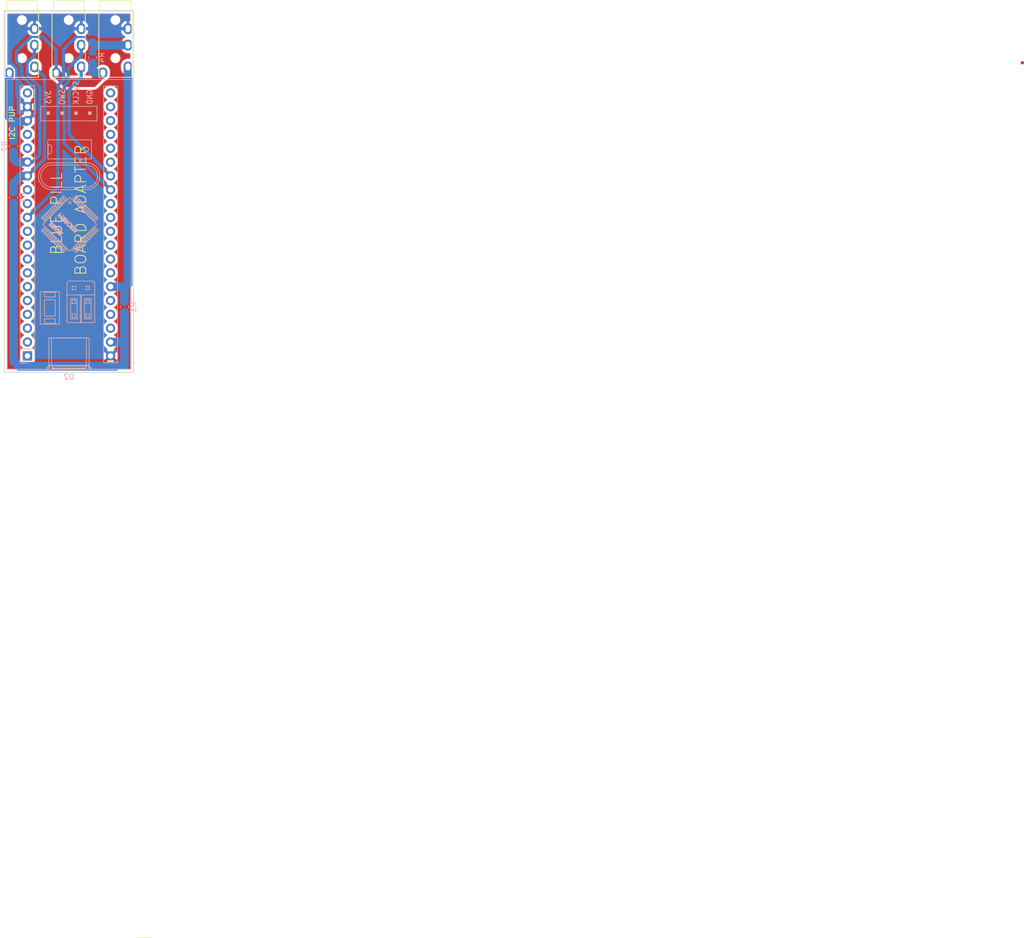
<source format=kicad_pcb>
(kicad_pcb (version 20171130) (host pcbnew 5.1.10-88a1d61d58~90~ubuntu20.04.1)

  (general
    (thickness 1.6002)
    (drawings 8)
    (tracks 104)
    (zones 0)
    (modules 8)
    (nets 40)
  )

  (page A4)
  (layers
    (0 Front signal)
    (31 Back signal)
    (32 B.Adhes user)
    (33 F.Adhes user)
    (34 B.Paste user)
    (35 F.Paste user)
    (36 B.SilkS user)
    (37 F.SilkS user)
    (38 B.Mask user)
    (39 F.Mask user)
    (40 Dwgs.User user)
    (41 Cmts.User user)
    (42 Eco1.User user)
    (43 Eco2.User user)
    (44 Edge.Cuts user)
    (45 Margin user hide)
    (46 B.CrtYd user hide)
    (47 F.CrtYd user hide)
  )

  (setup
    (last_trace_width 0.254)
    (user_trace_width 0.1)
    (user_trace_width 0.125)
    (user_trace_width 0.1524)
    (user_trace_width 0.254)
    (user_trace_width 0.3048)
    (user_trace_width 0.381)
    (user_trace_width 0.5)
    (user_trace_width 0.508)
    (user_trace_width 0.6096)
    (user_trace_width 1.6)
    (trace_clearance 0.254)
    (zone_clearance 0.508)
    (zone_45_only no)
    (trace_min 0.1)
    (via_size 0.6096)
    (via_drill 0.508)
    (via_min_size 0.508)
    (via_min_drill 0.2032)
    (user_via 0.508 0.254)
    (user_via 0.6096 0.3048)
    (user_via 0.8128 0.508)
    (user_via 1.27 0.762)
    (user_via 1.651 0.9906)
    (uvia_size 0.508)
    (uvia_drill 0.127)
    (uvias_allowed no)
    (uvia_min_size 0.508)
    (uvia_min_drill 0.127)
    (edge_width 0.15)
    (segment_width 0.5)
    (pcb_text_width 0.3)
    (pcb_text_size 1.5 1.5)
    (mod_edge_width 0.15)
    (mod_text_size 1 1)
    (mod_text_width 0.15)
    (pad_size 2.55 2.5)
    (pad_drill 0)
    (pad_to_mask_clearance 0)
    (aux_axis_origin 23.0632 189.5856)
    (grid_origin 9.15358 -10.591141)
    (visible_elements 7FFFE7FF)
    (pcbplotparams
      (layerselection 0x01000_fffffffe)
      (usegerberextensions true)
      (usegerberattributes false)
      (usegerberadvancedattributes false)
      (creategerberjobfile false)
      (excludeedgelayer true)
      (linewidth 0.150000)
      (plotframeref false)
      (viasonmask false)
      (mode 1)
      (useauxorigin false)
      (hpglpennumber 1)
      (hpglpenspeed 20)
      (hpglpendiameter 100.000000)
      (psnegative false)
      (psa4output false)
      (plotreference false)
      (plotvalue false)
      (plotinvisibletext false)
      (padsonsilk false)
      (subtractmaskfromsilk true)
      (outputformat 1)
      (mirror false)
      (drillshape 0)
      (scaleselection 1)
      (outputdirectory "gerber/"))
  )

  (net 0 "")
  (net 1 VCC)
  (net 2 "Net-(U2-Pad21)")
  (net 3 "Net-(U2-Pad22)")
  (net 4 "Net-(U2-Pad23)")
  (net 5 "Net-(U2-Pad24)")
  (net 6 "Net-(U2-Pad33)")
  (net 7 "Net-(U2-Pad37)")
  (net 8 /RX1)
  (net 9 /TX1)
  (net 10 /RX2)
  (net 11 /TX2)
  (net 12 /SCL1)
  (net 13 /SDA1)
  (net 14 "Net-(J23-Pad4)")
  (net 15 /GND)
  (net 16 "Net-(U2-Pad13)")
  (net 17 "Net-(U2-Pad20)")
  (net 18 "Net-(U2-Pad10)")
  (net 19 "Net-(U2-Pad9)")
  (net 20 "Net-(U2-Pad8)")
  (net 21 /SCL2)
  (net 22 "Net-(U2-Pad36)")
  (net 23 "Net-(U2-Pad38)")
  (net 24 /SDA2)
  (net 25 "Net-(U2-Pad17)")
  (net 26 "Net-(U2-Pad16)")
  (net 27 "Net-(U2-Pad25)")
  (net 28 "Net-(U2-Pad26)")
  (net 29 /SDA3)
  (net 30 "Net-(U2-Pad29)")
  (net 31 "Net-(U2-Pad30)")
  (net 32 "Net-(U2-Pad31)")
  (net 33 "Net-(U2-Pad32)")
  (net 34 "Net-(U2-Pad34)")
  (net 35 /SCL3)
  (net 36 "Net-(U2-Pad4)")
  (net 37 "Net-(U2-Pad3)")
  (net 38 "Net-(U2-Pad2)")
  (net 39 "Net-(U2-Pad1)")

  (net_class Default "This is the default net class."
    (clearance 0.254)
    (trace_width 0.254)
    (via_dia 0.6096)
    (via_drill 0.508)
    (uvia_dia 0.508)
    (uvia_drill 0.127)
    (add_net /GND)
    (add_net /RX1)
    (add_net /RX2)
    (add_net /SCL1)
    (add_net /SCL2)
    (add_net /SCL3)
    (add_net /SDA1)
    (add_net /SDA2)
    (add_net /SDA3)
    (add_net /TX1)
    (add_net /TX2)
    (add_net "Net-(J23-Pad4)")
    (add_net "Net-(U2-Pad1)")
    (add_net "Net-(U2-Pad10)")
    (add_net "Net-(U2-Pad13)")
    (add_net "Net-(U2-Pad16)")
    (add_net "Net-(U2-Pad17)")
    (add_net "Net-(U2-Pad2)")
    (add_net "Net-(U2-Pad20)")
    (add_net "Net-(U2-Pad21)")
    (add_net "Net-(U2-Pad22)")
    (add_net "Net-(U2-Pad23)")
    (add_net "Net-(U2-Pad24)")
    (add_net "Net-(U2-Pad25)")
    (add_net "Net-(U2-Pad26)")
    (add_net "Net-(U2-Pad29)")
    (add_net "Net-(U2-Pad3)")
    (add_net "Net-(U2-Pad30)")
    (add_net "Net-(U2-Pad31)")
    (add_net "Net-(U2-Pad32)")
    (add_net "Net-(U2-Pad33)")
    (add_net "Net-(U2-Pad34)")
    (add_net "Net-(U2-Pad36)")
    (add_net "Net-(U2-Pad37)")
    (add_net "Net-(U2-Pad38)")
    (add_net "Net-(U2-Pad4)")
    (add_net "Net-(U2-Pad8)")
    (add_net "Net-(U2-Pad9)")
    (add_net VCC)
  )

  (module Resistor_SMD:R_0805_2012Metric_Pad1.20x1.40mm_HandSolder (layer Back) (tedit 5F68FEEE) (tstamp 6155F5C0)
    (at 37.34758 27.746859 90)
    (descr "Resistor SMD 0805 (2012 Metric), square (rectangular) end terminal, IPC_7351 nominal with elongated pad for handsoldering. (Body size source: IPC-SM-782 page 72, https://www.pcb-3d.com/wordpress/wp-content/uploads/ipc-sm-782a_amendment_1_and_2.pdf), generated with kicad-footprint-generator")
    (tags "resistor handsolder")
    (path /615801BC)
    (attr smd)
    (fp_text reference R4 (at 0 1.65 270) (layer B.SilkS)
      (effects (font (size 1 1) (thickness 0.15)) (justify mirror))
    )
    (fp_text value 4k7 (at 0 -1.65 270) (layer B.Fab)
      (effects (font (size 1 1) (thickness 0.15)) (justify mirror))
    )
    (fp_line (start 1.85 -0.95) (end -1.85 -0.95) (layer B.CrtYd) (width 0.05))
    (fp_line (start 1.85 0.95) (end 1.85 -0.95) (layer B.CrtYd) (width 0.05))
    (fp_line (start -1.85 0.95) (end 1.85 0.95) (layer B.CrtYd) (width 0.05))
    (fp_line (start -1.85 -0.95) (end -1.85 0.95) (layer B.CrtYd) (width 0.05))
    (fp_line (start -0.227064 -0.735) (end 0.227064 -0.735) (layer B.SilkS) (width 0.12))
    (fp_line (start -0.227064 0.735) (end 0.227064 0.735) (layer B.SilkS) (width 0.12))
    (fp_line (start 1 -0.625) (end -1 -0.625) (layer B.Fab) (width 0.1))
    (fp_line (start 1 0.625) (end 1 -0.625) (layer B.Fab) (width 0.1))
    (fp_line (start -1 0.625) (end 1 0.625) (layer B.Fab) (width 0.1))
    (fp_line (start -1 -0.625) (end -1 0.625) (layer B.Fab) (width 0.1))
    (fp_text user %R (at 0 0 270) (layer B.Fab)
      (effects (font (size 0.5 0.5) (thickness 0.08)) (justify mirror))
    )
    (pad 2 smd roundrect (at 1 0 90) (size 1.2 1.4) (layers Back B.Paste B.Mask) (roundrect_rratio 0.2083325)
      (net 24 /SDA2))
    (pad 1 smd roundrect (at -1 0 90) (size 1.2 1.4) (layers Back B.Paste B.Mask) (roundrect_rratio 0.2083325)
      (net 1 VCC))
    (model ${KISYS3DMOD}/Resistor_SMD.3dshapes/R_0805_2012Metric.wrl
      (at (xyz 0 0 0))
      (scale (xyz 1 1 1))
      (rotate (xyz 0 0 0))
    )
  )

  (module Resistor_SMD:R_0805_2012Metric_Pad1.20x1.40mm_HandSolder (layer Back) (tedit 5F68FEEE) (tstamp 6155F5AF)
    (at 43.18958 73.482859 90)
    (descr "Resistor SMD 0805 (2012 Metric), square (rectangular) end terminal, IPC_7351 nominal with elongated pad for handsoldering. (Body size source: IPC-SM-782 page 72, https://www.pcb-3d.com/wordpress/wp-content/uploads/ipc-sm-782a_amendment_1_and_2.pdf), generated with kicad-footprint-generator")
    (tags "resistor handsolder")
    (path /615801A7)
    (attr smd)
    (fp_text reference R3 (at 0 1.65 270) (layer B.SilkS)
      (effects (font (size 1 1) (thickness 0.15)) (justify mirror))
    )
    (fp_text value 4k7 (at 0 -1.65 270) (layer B.Fab)
      (effects (font (size 1 1) (thickness 0.15)) (justify mirror))
    )
    (fp_line (start 1.85 -0.95) (end -1.85 -0.95) (layer B.CrtYd) (width 0.05))
    (fp_line (start 1.85 0.95) (end 1.85 -0.95) (layer B.CrtYd) (width 0.05))
    (fp_line (start -1.85 0.95) (end 1.85 0.95) (layer B.CrtYd) (width 0.05))
    (fp_line (start -1.85 -0.95) (end -1.85 0.95) (layer B.CrtYd) (width 0.05))
    (fp_line (start -0.227064 -0.735) (end 0.227064 -0.735) (layer B.SilkS) (width 0.12))
    (fp_line (start -0.227064 0.735) (end 0.227064 0.735) (layer B.SilkS) (width 0.12))
    (fp_line (start 1 -0.625) (end -1 -0.625) (layer B.Fab) (width 0.1))
    (fp_line (start 1 0.625) (end 1 -0.625) (layer B.Fab) (width 0.1))
    (fp_line (start -1 0.625) (end 1 0.625) (layer B.Fab) (width 0.1))
    (fp_line (start -1 -0.625) (end -1 0.625) (layer B.Fab) (width 0.1))
    (fp_text user %R (at 0 0 270) (layer B.Fab)
      (effects (font (size 0.5 0.5) (thickness 0.08)) (justify mirror))
    )
    (pad 2 smd roundrect (at 1 0 90) (size 1.2 1.4) (layers Back B.Paste B.Mask) (roundrect_rratio 0.2083325)
      (net 21 /SCL2))
    (pad 1 smd roundrect (at -1 0 90) (size 1.2 1.4) (layers Back B.Paste B.Mask) (roundrect_rratio 0.2083325)
      (net 1 VCC))
    (model ${KISYS3DMOD}/Resistor_SMD.3dshapes/R_0805_2012Metric.wrl
      (at (xyz 0 0 0))
      (scale (xyz 1 1 1))
      (rotate (xyz 0 0 0))
    )
  )

  (module Footprints:YAAJ_BluePill_1 (layer Back) (tedit 5F81AE08) (tstamp 6112D716)
    (at 25.406048 82.474848)
    (descr "Through hole headers for BluePill module. No SWD breakout. Fancy silkscreen.")
    (tags "module BlluePill Blue Pill header SWD breakout")
    (path /6112B838)
    (fp_text reference U2 (at 7.62 3.81) (layer B.SilkS)
      (effects (font (size 1 1) (thickness 0.15)) (justify mirror))
    )
    (fp_text value YAAJ_BluePill_Part_Like (at 20.32 -24.765 -90) (layer B.Fab) hide
      (effects (font (size 1 1) (thickness 0.15)) (justify mirror))
    )
    (fp_line (start 5.107533 -6.702277) (end 5.007533 -6.802277) (layer B.SilkS) (width 0.12))
    (fp_line (start 8.688449 -23.04914) (end 8.558416 -22.649692) (layer B.SilkS) (width 0.12))
    (fp_line (start 8.685368 -22.608154) (end 8.774607 -22.882243) (layer B.SilkS) (width 0.12))
    (fp_line (start 8.558416 -22.649692) (end 8.685368 -22.608154) (layer B.SilkS) (width 0.12))
    (fp_line (start 6.928756 -24.564915) (end 6.833569 -24.660102) (layer B.SilkS) (width 0.12))
    (fp_line (start 7.044341 -24.925267) (end 7.139528 -24.83008) (layer B.SilkS) (width 0.12))
    (fp_line (start 7.098734 -24.707696) (end 7.010345 -24.619308) (layer B.SilkS) (width 0.12))
    (fp_line (start 8.064207 -23.171099) (end 8.349769 -22.885536) (layer B.SilkS) (width 0.12))
    (fp_line (start 8.349769 -22.885536) (end 8.444956 -22.980724) (layer B.SilkS) (width 0.12))
    (fp_line (start 8.444956 -22.980724) (end 8.349769 -23.075911) (layer B.SilkS) (width 0.12))
    (fp_line (start 8.349769 -23.075911) (end 8.784912 -23.511054) (layer B.SilkS) (width 0.12))
    (fp_line (start 8.784912 -23.511054) (end 8.689724 -23.606241) (layer B.SilkS) (width 0.12))
    (fp_line (start 8.689724 -23.606241) (end 8.254581 -23.171099) (layer B.SilkS) (width 0.12))
    (fp_line (start 8.254581 -23.171099) (end 8.159394 -23.266286) (layer B.SilkS) (width 0.12))
    (fp_line (start 8.159394 -23.266286) (end 8.064207 -23.171099) (layer B.SilkS) (width 0.12))
    (fp_line (start 6.623127 -29.381166) (end 6.410995 -29.169034) (layer B.SilkS) (width 0.12))
    (fp_line (start 3.087593 -22.45152) (end 2.875461 -22.663652) (layer B.SilkS) (width 0.12))
    (fp_line (start 9.451554 -28.815481) (end 9.239422 -29.027613) (layer B.SilkS) (width 0.12))
    (fp_line (start 4.85536 -20.683753) (end 4.643228 -20.895885) (layer B.SilkS) (width 0.12))
    (fp_line (start 6.623127 -18.915986) (end 6.410995 -19.128118) (layer B.SilkS) (width 0.12))
    (fp_line (start 4.501806 -27.259846) (end 4.289674 -27.047714) (layer B.SilkS) (width 0.12))
    (fp_line (start 12.633534 -25.6335) (end 12.421402 -25.845632) (layer B.SilkS) (width 0.12))
    (fp_line (start 3.441146 -26.199186) (end 3.229014 -25.987054) (layer B.SilkS) (width 0.12))
    (fp_line (start 9.451554 -19.481671) (end 9.239422 -19.269539) (layer B.SilkS) (width 0.12))
    (fp_line (start 6.269573 -29.027613) (end 6.057441 -28.815481) (layer B.SilkS) (width 0.12))
    (fp_line (start 11.219321 -27.047714) (end 11.007189 -27.259846) (layer B.SilkS) (width 0.12))
    (fp_line (start 5.91602 -19.623093) (end 5.703888 -19.835225) (layer B.SilkS) (width 0.12))
    (fp_line (start 9.098 -29.169034) (end 8.885868 -29.381166) (layer B.SilkS) (width 0.12))
    (fp_line (start 3.7947 -26.552739) (end 3.582568 -26.340607) (layer B.SilkS) (width 0.12))
    (fp_line (start 10.865767 -20.895885) (end 10.653635 -20.683753) (layer B.SilkS) (width 0.12))
    (fp_line (start 9.098 -19.128118) (end 8.885868 -18.915986) (layer B.SilkS) (width 0.12))
    (fp_line (start 10.865767 -27.401267) (end 10.653635 -27.613399) (layer B.SilkS) (width 0.12))
    (fp_line (start 3.441146 -22.097967) (end 3.229014 -22.310099) (layer B.SilkS) (width 0.12))
    (fp_line (start 12.987088 -23.017205) (end 12.774956 -22.805073) (layer B.SilkS) (width 0.12))
    (fp_line (start 3.7947 -21.744413) (end 3.582568 -21.956545) (layer B.SilkS) (width 0.12))
    (fp_line (start 4.501806 -21.037306) (end 4.289674 -21.249438) (layer B.SilkS) (width 0.12))
    (fp_line (start 11.219321 -21.249438) (end 11.007189 -21.037306) (layer B.SilkS) (width 0.12))
    (fp_line (start 11.572874 -26.694161) (end 11.360742 -26.906293) (layer B.SilkS) (width 0.12))
    (fp_line (start 11.926428 -21.956545) (end 11.714296 -21.744413) (layer B.SilkS) (width 0.12))
    (fp_line (start 5.562467 -28.320506) (end 5.350334 -28.108374) (layer B.SilkS) (width 0.12))
    (fp_line (start 6.269573 -19.269539) (end 6.057441 -19.481671) (layer B.SilkS) (width 0.12))
    (fp_line (start 12.279981 -22.310099) (end 12.067849 -22.097967) (layer B.SilkS) (width 0.12))
    (fp_line (start 10.512214 -20.542332) (end 10.300082 -20.3302) (layer B.SilkS) (width 0.12))
    (fp_line (start 9.805107 -19.835225) (end 9.592975 -19.623093) (layer B.SilkS) (width 0.12))
    (fp_line (start 11.572874 -21.602992) (end 11.360742 -21.39086) (layer B.SilkS) (width 0.12))
    (fp_line (start 4.148253 -26.906293) (end 3.936121 -26.694161) (layer B.SilkS) (width 0.12))
    (fp_line (start 9.805107 -28.461928) (end 9.592975 -28.67406) (layer B.SilkS) (width 0.12))
    (fp_line (start 4.148253 -21.39086) (end 3.936121 -21.602992) (layer B.SilkS) (width 0.12))
    (fp_line (start 2.734039 -25.492079) (end 2.521907 -25.279947) (layer B.SilkS) (width 0.12))
    (fp_line (start 12.987088 -25.279947) (end 12.774956 -25.492079) (layer B.SilkS) (width 0.12))
    (fp_line (start 5.562467 -19.976646) (end 5.350334 -20.188778) (layer B.SilkS) (width 0.12))
    (fp_line (start 2.734039 -22.805073) (end 2.521907 -23.017205) (layer B.SilkS) (width 0.12))
    (fp_line (start 5.91602 -28.67406) (end 5.703888 -28.461928) (layer B.SilkS) (width 0.12))
    (fp_line (start 12.279981 -25.987054) (end 12.067849 -26.199186) (layer B.SilkS) (width 0.12))
    (fp_line (start 4.85536 -27.613399) (end 4.643228 -27.401267) (layer B.SilkS) (width 0.12))
    (fp_line (start 11.926428 -26.340607) (end 11.714296 -26.552739) (layer B.SilkS) (width 0.12))
    (fp_line (start 10.158661 -28.108374) (end 9.946529 -28.320506) (layer B.SilkS) (width 0.12))
    (fp_line (start 12.633534 -22.663652) (end 12.421402 -22.45152) (layer B.SilkS) (width 0.12))
    (fp_line (start 5.208913 -20.3302) (end 4.996781 -20.542332) (layer B.SilkS) (width 0.12))
    (fp_line (start 10.158661 -20.188778) (end 9.946529 -19.976646) (layer B.SilkS) (width 0.12))
    (fp_line (start 5.208913 -27.966953) (end 4.996781 -27.754821) (layer B.SilkS) (width 0.12))
    (fp_line (start 3.087593 -25.845632) (end 2.875461 -25.6335) (layer B.SilkS) (width 0.12))
    (fp_line (start 10.512214 -27.754821) (end 10.300082 -27.966953) (layer B.SilkS) (width 0.12))
    (fp_line (start 2.521907 -23.017205) (end 3.229014 -23.724312) (layer B.SilkS) (width 0.12))
    (fp_line (start 12.633534 -25.6335) (end 11.926428 -24.926394) (layer B.SilkS) (width 0.12))
    (fp_line (start 11.007189 -21.037306) (end 10.300082 -21.744413) (layer B.SilkS) (width 0.12))
    (fp_line (start 5.208913 -27.966953) (end 5.91602 -27.259846) (layer B.SilkS) (width 0.12))
    (fp_line (start 9.239422 -19.269539) (end 8.532315 -19.976646) (layer B.SilkS) (width 0.12))
    (fp_line (start 10.865767 -27.401267) (end 10.158661 -26.694161) (layer B.SilkS) (width 0.12))
    (fp_line (start 3.441146 -26.199186) (end 4.148253 -25.492079) (layer B.SilkS) (width 0.12))
    (fp_line (start 12.067849 -22.097967) (end 11.360742 -22.805073) (layer B.SilkS) (width 0.12))
    (fp_line (start 4.501806 -27.259846) (end 5.208913 -26.552739) (layer B.SilkS) (width 0.12))
    (fp_line (start 3.229014 -22.310099) (end 3.936121 -23.017205) (layer B.SilkS) (width 0.12))
    (fp_line (start 9.098 -19.128118) (end 8.390894 -19.835225) (layer B.SilkS) (width 0.12))
    (fp_line (start 6.057441 -19.481671) (end 6.764548 -20.188778) (layer B.SilkS) (width 0.12))
    (fp_line (start 12.279981 -25.987054) (end 11.572874 -25.279947) (layer B.SilkS) (width 0.12))
    (fp_line (start 9.098 -29.169034) (end 8.390894 -28.461928) (layer B.SilkS) (width 0.12))
    (fp_line (start 3.582568 -21.956545) (end 4.289674 -22.663652) (layer B.SilkS) (width 0.12))
    (fp_line (start 10.512214 -27.754821) (end 9.805107 -27.047714) (layer B.SilkS) (width 0.12))
    (fp_line (start 12.421402 -25.845632) (end 11.714296 -25.138526) (layer B.SilkS) (width 0.12))
    (fp_line (start 3.087593 -22.45152) (end 3.7947 -23.158627) (layer B.SilkS) (width 0.12))
    (fp_line (start 6.623127 -18.915986) (end 7.330233 -19.623093) (layer B.SilkS) (width 0.12))
    (fp_line (start 9.805107 -28.461928) (end 9.098 -27.754821) (layer B.SilkS) (width 0.12))
    (fp_line (start 11.219321 -27.047714) (end 10.512214 -26.340607) (layer B.SilkS) (width 0.12))
    (fp_line (start 5.703888 -28.461928) (end 6.410995 -27.754821) (layer B.SilkS) (width 0.12))
    (fp_line (start 4.996781 -27.754821) (end 5.703888 -27.047714) (layer B.SilkS) (width 0.12))
    (fp_line (start 4.289674 -21.249438) (end 4.996781 -21.956545) (layer B.SilkS) (width 0.12))
    (fp_line (start 10.300082 -20.3302) (end 9.592975 -21.037306) (layer B.SilkS) (width 0.12))
    (fp_line (start 5.562467 -28.320506) (end 6.269573 -27.613399) (layer B.SilkS) (width 0.12))
    (fp_line (start 9.805107 -19.835225) (end 9.098 -20.542332) (layer B.SilkS) (width 0.12))
    (fp_line (start 4.148253 -26.906293) (end 4.85536 -26.199186) (layer B.SilkS) (width 0.12))
    (fp_line (start 3.441146 -22.097967) (end 4.148253 -22.805073) (layer B.SilkS) (width 0.12))
    (fp_line (start 12.067849 -26.199186) (end 11.360742 -25.492079) (layer B.SilkS) (width 0.12))
    (fp_line (start 3.087593 -25.845632) (end 3.7947 -25.138526) (layer B.SilkS) (width 0.12))
    (fp_line (start 3.229014 -25.987054) (end 3.936121 -25.279947) (layer B.SilkS) (width 0.12))
    (fp_line (start 6.410995 -19.128118) (end 7.118101 -19.835225) (layer B.SilkS) (width 0.12))
    (fp_line (start 2.734039 -22.805073) (end 3.441146 -23.51218) (layer B.SilkS) (width 0.12))
    (fp_line (start 12.279981 -22.310099) (end 11.572874 -23.017205) (layer B.SilkS) (width 0.12))
    (fp_line (start 4.501806 -21.037306) (end 5.208913 -21.744413) (layer B.SilkS) (width 0.12))
    (fp_line (start 3.7947 -26.552739) (end 4.501806 -25.845632) (layer B.SilkS) (width 0.12))
    (fp_line (start 10.512214 -20.542332) (end 9.805107 -21.249438) (layer B.SilkS) (width 0.12))
    (fp_line (start 5.91602 -19.623093) (end 6.623127 -20.3302) (layer B.SilkS) (width 0.12))
    (fp_line (start 5.350334 -28.108374) (end 6.057441 -27.401267) (layer B.SilkS) (width 0.12))
    (fp_line (start 2.875461 -25.6335) (end 3.582568 -24.926394) (layer B.SilkS) (width 0.12))
    (fp_line (start 11.572874 -21.602992) (end 10.865767 -22.310099) (layer B.SilkS) (width 0.12))
    (fp_line (start 11.360742 -21.39086) (end 10.653635 -22.097967) (layer B.SilkS) (width 0.12))
    (fp_line (start 11.219321 -21.249438) (end 10.512214 -21.956545) (layer B.SilkS) (width 0.12))
    (fp_line (start 4.85536 -27.613399) (end 5.562467 -26.906293) (layer B.SilkS) (width 0.12))
    (fp_line (start 4.996781 -20.542332) (end 5.703888 -21.249438) (layer B.SilkS) (width 0.12))
    (fp_line (start 11.572874 -26.694161) (end 10.865767 -25.987054) (layer B.SilkS) (width 0.12))
    (fp_line (start 5.703888 -19.835225) (end 6.410995 -20.542332) (layer B.SilkS) (width 0.12))
    (fp_line (start 11.007189 -27.259846) (end 10.300082 -26.552739) (layer B.SilkS) (width 0.12))
    (fp_line (start 2.875461 -22.663652) (end 3.582568 -23.370759) (layer B.SilkS) (width 0.12))
    (fp_line (start 4.289674 -27.047714) (end 4.996781 -26.340607) (layer B.SilkS) (width 0.12))
    (fp_line (start 9.451554 -28.815481) (end 8.744447 -28.108374) (layer B.SilkS) (width 0.12))
    (fp_line (start 10.865767 -20.895885) (end 10.158661 -21.602992) (layer B.SilkS) (width 0.12))
    (fp_line (start 10.653635 -20.683753) (end 9.946529 -21.39086) (layer B.SilkS) (width 0.12))
    (fp_line (start 4.643228 -27.401267) (end 5.350334 -26.694161) (layer B.SilkS) (width 0.12))
    (fp_line (start 9.592975 -19.623093) (end 8.885868 -20.3302) (layer B.SilkS) (width 0.12))
    (fp_line (start 5.91602 -28.67406) (end 6.623127 -27.966953) (layer B.SilkS) (width 0.12))
    (fp_line (start 11.926428 -26.340607) (end 11.219321 -25.6335) (layer B.SilkS) (width 0.12))
    (fp_line (start 12.421402 -22.45152) (end 11.714296 -23.158627) (layer B.SilkS) (width 0.12))
    (fp_line (start 12.987088 -25.279947) (end 12.279981 -24.57284) (layer B.SilkS) (width 0.12))
    (fp_line (start 12.774956 -25.492079) (end 12.067849 -24.784972) (layer B.SilkS) (width 0.12))
    (fp_line (start 6.410995 -29.169034) (end 7.118101 -28.461928) (layer B.SilkS) (width 0.12))
    (fp_line (start 11.360742 -26.906293) (end 10.653635 -26.199186) (layer B.SilkS) (width 0.12))
    (fp_line (start 9.451554 -19.481671) (end 8.744447 -20.188778) (layer B.SilkS) (width 0.12))
    (fp_line (start 5.208913 -20.3302) (end 5.91602 -21.037306) (layer B.SilkS) (width 0.12))
    (fp_line (start 6.057441 -28.815481) (end 6.764548 -28.108374) (layer B.SilkS) (width 0.12))
    (fp_line (start 9.592975 -28.67406) (end 8.885868 -27.966953) (layer B.SilkS) (width 0.12))
    (fp_line (start 12.987088 -23.017205) (end 12.279981 -23.724312) (layer B.SilkS) (width 0.12))
    (fp_line (start 3.7947 -21.744413) (end 4.501806 -22.45152) (layer B.SilkS) (width 0.12))
    (fp_line (start 9.946529 -19.976646) (end 9.239422 -20.683753) (layer B.SilkS) (width 0.12))
    (fp_line (start 4.85536 -20.683753) (end 5.562467 -21.39086) (layer B.SilkS) (width 0.12))
    (fp_line (start 9.239422 -29.027613) (end 8.532315 -28.320506) (layer B.SilkS) (width 0.12))
    (fp_line (start 10.300082 -27.966953) (end 9.592975 -27.259846) (layer B.SilkS) (width 0.12))
    (fp_line (start 5.350334 -20.188778) (end 6.057441 -20.895885) (layer B.SilkS) (width 0.12))
    (fp_line (start 8.885868 -18.915986) (end 8.178762 -19.623093) (layer B.SilkS) (width 0.12))
    (fp_line (start 6.269573 -19.269539) (end 6.97668 -19.976646) (layer B.SilkS) (width 0.12))
    (fp_line (start 6.623127 -29.381166) (end 7.330233 -28.67406) (layer B.SilkS) (width 0.12))
    (fp_line (start 6.269573 -29.027613) (end 6.97668 -28.320506) (layer B.SilkS) (width 0.12))
    (fp_line (start 10.653635 -27.613399) (end 9.946529 -26.906293) (layer B.SilkS) (width 0.12))
    (fp_line (start 5.562467 -19.976646) (end 6.269573 -20.683753) (layer B.SilkS) (width 0.12))
    (fp_line (start 12.774956 -22.805073) (end 12.067849 -23.51218) (layer B.SilkS) (width 0.12))
    (fp_line (start 2.521907 -25.279947) (end 3.229014 -24.57284) (layer B.SilkS) (width 0.12))
    (fp_line (start 12.633534 -22.663652) (end 11.926428 -23.370759) (layer B.SilkS) (width 0.12))
    (fp_line (start 11.714296 -21.744413) (end 11.007189 -22.45152) (layer B.SilkS) (width 0.12))
    (fp_line (start 4.643228 -20.895885) (end 5.350334 -21.602992) (layer B.SilkS) (width 0.12))
    (fp_line (start 10.158661 -28.108374) (end 9.451554 -27.401267) (layer B.SilkS) (width 0.12))
    (fp_line (start 8.885868 -29.381166) (end 8.178762 -28.67406) (layer B.SilkS) (width 0.12))
    (fp_line (start 3.936121 -21.602992) (end 4.643228 -22.310099) (layer B.SilkS) (width 0.12))
    (fp_line (start 11.714296 -26.552739) (end 11.007189 -25.845632) (layer B.SilkS) (width 0.12))
    (fp_line (start 10.158661 -20.188778) (end 9.451554 -20.895885) (layer B.SilkS) (width 0.12))
    (fp_line (start 11.926428 -21.956545) (end 11.219321 -22.663652) (layer B.SilkS) (width 0.12))
    (fp_line (start 2.734039 -25.492079) (end 3.441146 -24.784972) (layer B.SilkS) (width 0.12))
    (fp_line (start 4.148253 -21.39086) (end 4.85536 -22.097967) (layer B.SilkS) (width 0.12))
    (fp_line (start 9.946529 -28.320506) (end 9.239422 -27.613399) (layer B.SilkS) (width 0.12))
    (fp_line (start 3.936121 -26.694161) (end 4.643228 -25.987054) (layer B.SilkS) (width 0.12))
    (fp_line (start 3.582568 -26.340607) (end 4.289674 -25.6335) (layer B.SilkS) (width 0.12))
    (fp_line (start 12.654245 -24.098576) (end 12.654245 -24.198576) (layer B.SilkS) (width 0.12))
    (fp_line (start 7.804498 -19.248829) (end 7.704498 -19.248829) (layer B.SilkS) (width 0.12))
    (fp_line (start 2.85475 -24.198576) (end 2.85475 -24.098576) (layer B.SilkS) (width 0.12))
    (fp_line (start 12.654245 -24.098576) (end 7.804498 -19.248829) (layer B.SilkS) (width 0.12))
    (fp_line (start 12.654245 -24.198576) (end 7.804498 -29.048324) (layer B.SilkS) (width 0.12))
    (fp_line (start 7.704498 -19.248829) (end 2.85475 -24.098576) (layer B.SilkS) (width 0.12))
    (fp_line (start 2.85475 -24.198576) (end 7.704498 -29.048324) (layer B.SilkS) (width 0.12))
    (fp_line (start 7.704498 -29.048324) (end 7.804498 -29.048324) (layer B.SilkS) (width 0.12))
    (fp_line (start 5.94533 -25.289976) (end 6.092466 -25.142839) (layer B.SilkS) (width 0.12))
    (fp_line (start 6.622797 -25.673169) (end 6.527609 -25.768356) (layer B.SilkS) (width 0.12))
    (fp_line (start 6.527609 -25.768356) (end 6.085667 -25.326415) (layer B.SilkS) (width 0.12))
    (fp_line (start 6.085667 -25.326415) (end 5.976882 -25.4352) (layer B.SilkS) (width 0.12))
    (fp_line (start 5.976882 -25.4352) (end 5.94533 -25.289976) (layer B.SilkS) (width 0.12))
    (fp_line (start 4.638627 -23.346707) (end 4.737426 -23.247907) (layer B.SilkS) (width 0.12))
    (fp_line (start 4.737426 -23.247907) (end 5.228343 -23.496818) (layer B.SilkS) (width 0.12))
    (fp_line (start 5.228343 -23.496818) (end 4.980282 -23.005052) (layer B.SilkS) (width 0.12))
    (fp_line (start 4.980282 -23.005052) (end 5.078125 -22.907209) (layer B.SilkS) (width 0.12))
    (fp_line (start 5.078125 -22.907209) (end 5.698118 -23.347875) (layer B.SilkS) (width 0.12))
    (fp_line (start 5.698118 -23.347875) (end 5.601762 -23.444231) (layer B.SilkS) (width 0.12))
    (fp_line (start 5.601762 -23.444231) (end 5.210177 -23.165893) (layer B.SilkS) (width 0.12))
    (fp_line (start 5.210177 -23.165893) (end 5.434866 -23.611128) (layer B.SilkS) (width 0.12))
    (fp_line (start 5.434866 -23.611128) (end 5.342015 -23.703979) (layer B.SilkS) (width 0.12))
    (fp_line (start 5.342015 -23.703979) (end 4.897418 -23.478652) (layer B.SilkS) (width 0.12))
    (fp_line (start 4.897418 -23.478652) (end 5.175862 -23.870132) (layer B.SilkS) (width 0.12))
    (fp_line (start 5.0794 -23.966594) (end 4.638627 -23.346707) (layer B.SilkS) (width 0.12))
    (fp_line (start 5.175862 -23.870132) (end 5.0794 -23.966594) (layer B.SilkS) (width 0.12))
    (fp_line (start 6.092466 -25.142839) (end 6.622797 -25.673169) (layer B.SilkS) (width 0.12))
    (fp_line (start 5.636927 -22.919532) (end 5.548538 -22.831144) (layer B.SilkS) (width 0.12))
    (fp_line (start 5.582534 -23.137103) (end 5.677721 -23.041916) (layer B.SilkS) (width 0.12))
    (fp_line (start 5.466949 -22.776751) (end 5.371761 -22.871938) (layer B.SilkS) (width 0.12))
    (fp_line (start 10.741801 -7.061801) (end 11.378198 -7.061801) (layer B.SilkS) (width 0.12))
    (fp_line (start 8.201801 -7.061801) (end 8.838198 -7.061801) (layer B.SilkS) (width 0.12))
    (fp_line (start 8.838198 -7.061801) (end 8.838198 -7.698198) (layer B.SilkS) (width 0.12))
    (fp_line (start 11.378198 -10.238198) (end 10.741801 -10.238198) (layer B.SilkS) (width 0.12))
    (fp_line (start 8.838198 -10.238198) (end 8.201801 -10.238198) (layer B.SilkS) (width 0.12))
    (fp_line (start 7.25 -11.49) (end 7.25 -13.43) (layer B.SilkS) (width 0.12))
    (fp_line (start 7.25 -13.43) (end 7.55 -13.73) (layer B.SilkS) (width 0.12))
    (fp_line (start 7.25 -11.09) (end 7.25 -11.49) (layer B.SilkS) (width 0.12))
    (fp_line (start 12.33 -11.49) (end 12.33 -11.09) (layer B.SilkS) (width 0.12))
    (fp_line (start 12.03 -13.73) (end 12.33 -13.43) (layer B.SilkS) (width 0.12))
    (fp_line (start 12.33 -13.43) (end 12.33 -11.49) (layer B.SilkS) (width 0.12))
    (fp_line (start 7.55 -13.73) (end 12.03 -13.73) (layer B.SilkS) (width 0.12))
    (fp_line (start 8.201801 -7.698198) (end 8.201801 -7.061801) (layer B.SilkS) (width 0.12))
    (fp_line (start 8.838198 -7.698198) (end 8.201801 -7.698198) (layer B.SilkS) (width 0.12))
    (fp_line (start 11.378198 -12.778198) (end 10.741801 -12.778198) (layer B.SilkS) (width 0.12))
    (fp_line (start 8.838198 -12.778198) (end 8.201801 -12.778198) (layer B.SilkS) (width 0.12))
    (fp_line (start 10.741801 -12.141801) (end 11.378198 -12.141801) (layer B.SilkS) (width 0.12))
    (fp_line (start 11.378198 -12.141801) (end 11.378198 -12.778198) (layer B.SilkS) (width 0.12))
    (fp_line (start 10.741801 -9.601801) (end 11.378198 -9.601801) (layer B.SilkS) (width 0.12))
    (fp_line (start 10.741801 -12.778198) (end 10.741801 -12.141801) (layer B.SilkS) (width 0.12))
    (fp_line (start 8.201801 -12.778198) (end 8.201801 -12.141801) (layer B.SilkS) (width 0.12))
    (fp_line (start 10.741801 -10.238198) (end 10.741801 -9.601801) (layer B.SilkS) (width 0.12))
    (fp_line (start 11.378198 -7.698198) (end 10.741801 -7.698198) (layer B.SilkS) (width 0.12))
    (fp_line (start 8.201801 -10.238198) (end 8.201801 -9.601801) (layer B.SilkS) (width 0.12))
    (fp_line (start 8.201801 -9.601801) (end 8.838198 -9.601801) (layer B.SilkS) (width 0.12))
    (fp_line (start 8.838198 -9.601801) (end 8.838198 -10.238198) (layer B.SilkS) (width 0.12))
    (fp_line (start 11.378198 -7.061801) (end 11.378198 -7.698198) (layer B.SilkS) (width 0.12))
    (fp_line (start 8.201801 -12.141801) (end 8.838198 -12.141801) (layer B.SilkS) (width 0.12))
    (fp_line (start 8.838198 -12.141801) (end 8.838198 -12.778198) (layer B.SilkS) (width 0.12))
    (fp_line (start 10.741801 -7.698198) (end 10.741801 -7.061801) (layer B.SilkS) (width 0.12))
    (fp_line (start 11.378198 -9.601801) (end 11.378198 -10.238198) (layer B.SilkS) (width 0.12))
    (fp_line (start 9.331472 -6.109) (end 9.142369 -6.109) (layer B.SilkS) (width 0.12))
    (fp_line (start 11.628666 -39.652804) (end 11.627718 -39.652809) (layer B.SilkS) (width 0.12))
    (fp_line (start 5.227718 -36.142809) (end 4.727718 -36.142809) (layer B.SilkS) (width 0.12))
    (fp_line (start 10.227718 -36.142809) (end 10.727718 -36.142809) (layer B.SilkS) (width 0.12))
    (fp_line (start 11.627718 -39.652809) (end 11.628337 -39.652807) (layer B.SilkS) (width 0.12))
    (fp_line (start 3.827718 -39.652809) (end 11.627718 -39.652809) (layer B.SilkS) (width 0.12))
    (fp_line (start 3.8271 -39.652807) (end 3.827718 -39.652809) (layer B.SilkS) (width 0.12))
    (fp_line (start 11.727718 -36.252809) (end 11.727718 -39.552809) (layer B.SilkS) (width 0.12))
    (fp_line (start 11.727718 -36.252809) (end 11.727717 -36.25219) (layer B.SilkS) (width 0.12))
    (fp_line (start 3.827718 -36.152809) (end 11.627718 -36.152809) (layer B.SilkS) (width 0.12))
    (fp_line (start 3.827718 -36.152809) (end 3.8271 -36.152811) (layer B.SilkS) (width 0.12))
    (fp_line (start 11.628337 -36.152811) (end 11.627718 -36.152809) (layer B.SilkS) (width 0.12))
    (fp_line (start 3.727718 -36.252809) (end 3.727718 -39.552809) (layer B.SilkS) (width 0.12))
    (fp_line (start 3.8118 -38.543851) (end 3.8118 -37.261767) (layer B.SilkS) (width 0.12))
    (fp_line (start 3.72772 -36.25219) (end 3.727718 -36.252809) (layer B.SilkS) (width 0.12))
    (fp_line (start 4.420774 -37.461767) (end 4.420774 -38.343851) (layer B.SilkS) (width 0.12))
    (fp_line (start 3.834188 -38.743851) (end 4.020774 -38.743851) (layer B.SilkS) (width 0.12))
    (fp_line (start 4.020774 -37.061767) (end 3.834188 -37.061767) (layer B.SilkS) (width 0.12))
    (fp_line (start 4.252778 -23.874275) (end 4.246722 -24.010576) (layer B.SilkS) (width 0.12))
    (fp_line (start 4.300159 -24.547174) (end 4.333623 -24.41321) (layer B.SilkS) (width 0.12))
    (fp_line (start 5.762017 -5.802378) (end 5.757533 -5.802277) (layer B.SilkS) (width 0.12))
    (fp_line (start 5.107533 -10.902277) (end 5.107533 -11.552277) (layer B.SilkS) (width 0.12))
    (fp_line (start 3.207533 -10.802277) (end 5.007533 -10.802277) (layer B.SilkS) (width 0.12))
    (fp_line (start 5.007533 -11.652277) (end 3.207533 -11.652277) (layer B.SilkS) (width 0.12))
    (fp_line (start 3.107533 -11.552277) (end 3.107533 -10.902277) (layer B.SilkS) (width 0.12))
    (fp_line (start 5.007533 -10.302277) (end 3.207533 -10.302277) (layer B.SilkS) (width 0.12))
    (fp_line (start 3.207533 -7.302277) (end 5.007533 -7.302277) (layer B.SilkS) (width 0.12))
    (fp_line (start 3.107533 -10.202277) (end 3.107533 -7.402277) (layer B.SilkS) (width 0.12))
    (fp_line (start 5.107533 -7.402277) (end 5.107533 -10.202277) (layer B.SilkS) (width 0.12))
    (fp_line (start 5.007533 -6.802277) (end 3.207533 -6.802277) (layer B.SilkS) (width 0.12))
    (fp_line (start 3.207533 -5.952277) (end 5.007533 -5.952277) (layer B.SilkS) (width 0.12))
    (fp_line (start 5.107533 -6.052277) (end 5.107533 -6.702277) (layer B.SilkS) (width 0.12))
    (fp_line (start 3.107533 -6.702277) (end 3.107533 -6.052277) (layer B.SilkS) (width 0.12))
    (fp_line (start 5.857533 -11.702277) (end 5.857533 -5.902277) (layer B.SilkS) (width 0.12))
    (fp_line (start 2.357533 -5.902277) (end 2.357533 -11.702277) (layer B.SilkS) (width 0.12))
    (fp_line (start 2.457533 -11.802277) (end 5.757533 -11.802277) (layer B.SilkS) (width 0.12))
    (fp_line (start 5.757533 -5.802277) (end 2.457533 -5.802277) (layer B.SilkS) (width 0.12))
    (fp_line (start 3.747784 2.019531) (end 3.932659 2.182422) (layer B.SilkS) (width 0.12))
    (fp_line (start 4.045142 2.054759) (end 3.767387 2.37) (layer B.SilkS) (width 0.12))
    (fp_line (start 3.767387 2.37) (end 3.582512 2.207108) (layer B.SilkS) (width 0.12))
    (fp_line (start 3.582512 2.207108) (end 3.861166 1.890847) (layer B.SilkS) (width 0.12))
    (fp_line (start 11.657487 2.207108) (end 11.378833 1.890847) (layer B.SilkS) (width 0.12))
    (fp_line (start 11.472612 2.37) (end 11.657487 2.207108) (layer B.SilkS) (width 0.12))
    (fp_line (start 11.492215 2.019531) (end 11.30734 2.182422) (layer B.SilkS) (width 0.12))
    (fp_line (start 11.194857 2.054759) (end 11.472612 2.37) (layer B.SilkS) (width 0.12))
    (fp_line (start 4.160728 1.82) (end 3.905072 1.82) (layer B.SilkS) (width 0.12))
    (fp_line (start 4.169988 1.72) (end 4.169988 1.724215) (layer B.SilkS) (width 0.12))
    (fp_line (start 11.070011 1.72) (end 11.070011 1.724215) (layer B.SilkS) (width 0.12))
    (fp_line (start 11.079271 1.82) (end 11.334927 1.82) (layer B.SilkS) (width 0.12))
    (fp_line (start 11.070011 -3.29) (end 4.169988 -3.29) (layer B.SilkS) (width 0.12))
    (fp_line (start 4.423589 1.720064) (end 4.423589 -3.29) (layer B.SilkS) (width 0.12))
    (fp_line (start 3.923589 1.725575) (end 3.923572 1.7285) (layer B.SilkS) (width 0.12))
    (fp_line (start 3.923589 1.725575) (end 3.923589 -3.28) (layer B.SilkS) (width 0.12))
    (fp_line (start 11.31641 -3.28) (end 3.923589 -3.28) (layer B.SilkS) (width 0.12))
    (fp_line (start 3.930103 1.72) (end 4.42 1.72) (layer B.SilkS) (width 0.12))
    (fp_line (start 11.31641 1.725575) (end 11.31641 -3.28) (layer B.SilkS) (width 0.12))
    (fp_line (start 11.31641 1.725575) (end 11.316427 1.7285) (layer B.SilkS) (width 0.12))
    (fp_line (start 11.309896 1.72) (end 10.82 1.72) (layer B.SilkS) (width 0.12))
    (fp_line (start 10.81641 1.720064) (end 10.81641 -3.29) (layer B.SilkS) (width 0.12))
    (fp_line (start 10.82 1.72) (end 10.81641 1.720064) (layer B.SilkS) (width 0.12))
    (fp_line (start 4.42 1.72) (end 4.423589 1.720064) (layer B.SilkS) (width 0.12))
    (fp_line (start 10.758464 1.741175) (end 4.481535 1.741175) (layer B.SilkS) (width 0.12))
    (fp_line (start 10.47 2.37) (end 4.77 2.37) (layer B.SilkS) (width 0.12))
    (fp_line (start 4.77 2.226605) (end 4.77 2.37) (layer B.SilkS) (width 0.12))
    (fp_line (start 10.47 2.226605) (end 10.47 2.37) (layer B.SilkS) (width 0.12))
    (fp_line (start 10.72 2.165211) (end 10.72 1.82) (layer B.SilkS) (width 0.12))
    (fp_line (start 10.47 2.226605) (end 4.77 2.226605) (layer B.SilkS) (width 0.12))
    (fp_line (start 4.52 2.165211) (end 4.52 1.82) (layer B.SilkS) (width 0.12))
    (fp_line (start 4.52 1.884569) (end 10.72 1.884569) (layer B.SilkS) (width 0.12))
    (fp_line (start 4.50795 -35.447588) (end 10.80795 -35.447588) (layer B.SilkS) (width 0.12))
    (fp_line (start 10.80795 -30.497588) (end 4.50795 -30.497588) (layer B.SilkS) (width 0.12))
    (fp_line (start 10.80795 -35.022588) (end 4.50795 -35.022588) (layer B.SilkS) (width 0.12))
    (fp_line (start 4.50795 -30.922588) (end 10.80795 -30.922588) (layer B.SilkS) (width 0.12))
    (fp_line (start 6.105427 -22.844104) (end 6.095335 -22.519978) (layer B.SilkS) (width 0.12))
    (fp_line (start 6.153658 -22.892336) (end 6.105427 -22.844104) (layer B.SilkS) (width 0.12))
    (fp_line (start 6.507212 -22.538782) (end 6.153658 -22.892336) (layer B.SilkS) (width 0.12))
    (fp_line (start 6.418823 -22.450394) (end 6.507212 -22.538782) (layer B.SilkS) (width 0.12))
    (fp_line (start 6.240347 -22.62887) (end 6.418823 -22.450394) (layer B.SilkS) (width 0.12))
    (fp_line (start 6.232273 -22.510098) (end 6.240347 -22.62887) (layer B.SilkS) (width 0.12))
    (fp_line (start 5.908891 -22.429996) (end 5.813703 -22.525184) (layer B.SilkS) (width 0.12))
    (fp_line (start 4.331499 -23.84421) (end 4.236311 -23.749023) (layer B.SilkS) (width 0.12))
    (fp_line (start 4.426686 -23.749023) (end 4.331499 -23.84421) (layer B.SilkS) (width 0.12))
    (fp_line (start 4.861829 -24.184165) (end 4.426686 -23.749023) (layer B.SilkS) (width 0.12))
    (fp_line (start 4.957016 -24.088978) (end 4.861829 -24.184165) (layer B.SilkS) (width 0.12))
    (fp_line (start 4.521874 -23.653835) (end 4.957016 -24.088978) (layer B.SilkS) (width 0.12))
    (fp_line (start 4.617061 -23.558648) (end 4.521874 -23.653835) (layer B.SilkS) (width 0.12))
    (fp_line (start 4.521874 -23.46346) (end 4.617061 -23.558648) (layer B.SilkS) (width 0.12))
    (fp_line (start 4.236311 -23.749023) (end 4.521874 -23.46346) (layer B.SilkS) (width 0.12))
    (fp_line (start 7.910483 -24.068049) (end 8.049227 -24.071449) (layer B.SilkS) (width 0.12))
    (fp_line (start 7.700667 -23.718639) (end 7.697586 -23.855152) (layer B.SilkS) (width 0.12))
    (fp_line (start 7.249 -7.23117) (end 7.249 -7.265124) (layer B.SilkS) (width 0.12))
    (fp_line (start 7.249 -7.314503) (end 7.249 -7.359375) (layer B.SilkS) (width 0.12))
    (fp_line (start 7.249 -6.502003) (end 7.249 -6.691106) (layer B.SilkS) (width 0.12))
    (fp_line (start 7.25 -11.09) (end 7.25 -6.21) (layer B.SilkS) (width 0.12))
    (fp_line (start 9.12 -10.52) (end 7.92 -10.52) (layer B.SilkS) (width 0.12))
    (fp_line (start 9.69 -11.19) (end 9.69 -6.1214) (layer B.SilkS) (width 0.12))
    (fp_line (start 9.12 -6.78) (end 9.12 -10.52) (layer B.SilkS) (width 0.12))
    (fp_line (start 7.35 -6.11) (end 12.23 -6.11) (layer B.SilkS) (width 0.12))
    (fp_line (start 7.92 -10.52) (end 7.92 -6.78) (layer B.SilkS) (width 0.12))
    (fp_line (start 7.92 -6.78) (end 9.12 -6.78) (layer B.SilkS) (width 0.12))
    (fp_line (start 9.69 -11.19) (end 7.35 -11.19) (layer B.SilkS) (width 0.12))
    (fp_line (start 5.53494 -25.700365) (end 5.793306 -25.441999) (layer B.SilkS) (width 0.12))
    (fp_line (start 5.793306 -25.441999) (end 5.888493 -25.537187) (layer B.SilkS) (width 0.12))
    (fp_line (start 5.888493 -25.537187) (end 5.725315 -25.700365) (layer B.SilkS) (width 0.12))
    (fp_line (start 5.725315 -25.700365) (end 5.827301 -25.802352) (layer B.SilkS) (width 0.12))
    (fp_line (start 5.827301 -25.802352) (end 5.99048 -25.639173) (layer B.SilkS) (width 0.12))
    (fp_line (start 5.99048 -25.639173) (end 6.085667 -25.734361) (layer B.SilkS) (width 0.12))
    (fp_line (start 6.085667 -25.734361) (end 5.922489 -25.897539) (layer B.SilkS) (width 0.12))
    (fp_line (start 5.922489 -25.897539) (end 6.160458 -26.135508) (layer B.SilkS) (width 0.12))
    (fp_line (start 6.160458 -26.135508) (end 6.06527 -26.230695) (layer B.SilkS) (width 0.12))
    (fp_line (start 6.06527 -26.230695) (end 5.53494 -25.700365) (layer B.SilkS) (width 0.12))
    (fp_line (start 11.66 -6.78) (end 11.66 -10.52) (layer B.SilkS) (width 0.12))
    (fp_line (start 11.66 -10.52) (end 10.46 -10.52) (layer B.SilkS) (width 0.12))
    (fp_line (start 12.33 -6.21) (end 12.33 -11.09) (layer B.SilkS) (width 0.12))
    (fp_line (start 12.23 -11.19) (end 9.89 -11.19) (layer B.SilkS) (width 0.12))
    (fp_line (start 9.89 -6.1214) (end 9.89 -11.19) (layer B.SilkS) (width 0.12))
    (fp_line (start 10.46 -10.52) (end 10.46 -6.78) (layer B.SilkS) (width 0.12))
    (fp_line (start 10.46 -6.78) (end 11.66 -6.78) (layer B.SilkS) (width 0.12))
    (fp_line (start 8.717659 -23.127483) (end 8.688449 -23.04914) (layer B.SilkS) (width 0.12))
    (fp_line (start 8.775457 -23.216037) (end 8.717659 -23.127483) (layer B.SilkS) (width 0.12))
    (fp_line (start 6.860038 -25.261859) (end 6.892105 -25.240682) (layer B.SilkS) (width 0.12))
    (fp_line (start 6.822121 -25.268209) (end 6.860038 -25.261859) (layer B.SilkS) (width 0.12))
    (fp_line (start 6.748762 -25.246368) (end 6.822121 -25.268209) (layer B.SilkS) (width 0.12))
    (fp_line (start 6.629064 -25.149107) (end 6.748762 -25.246368) (layer B.SilkS) (width 0.12))
    (fp_line (start 6.855817 -25.042677) (end 6.792987 -24.973074) (layer B.SilkS) (width 0.12))
    (fp_line (start 6.913777 -25.146132) (end 6.855817 -25.042677) (layer B.SilkS) (width 0.12))
    (fp_line (start 6.558056 -24.852479) (end 6.524953 -24.873531) (layer B.SilkS) (width 0.12))
    (fp_line (start 6.597089 -24.847809) (end 6.558056 -24.852479) (layer B.SilkS) (width 0.12))
    (fp_line (start 6.671389 -24.872563) (end 6.597089 -24.847809) (layer B.SilkS) (width 0.12))
    (fp_line (start 6.792987 -24.973074) (end 6.671389 -24.872563) (layer B.SilkS) (width 0.12))
    (fp_line (start 6.523847 -25.023989) (end 6.629064 -25.149107) (layer B.SilkS) (width 0.12))
    (fp_line (start 6.496047 -24.947725) (end 6.523847 -25.023989) (layer B.SilkS) (width 0.12))
    (fp_line (start 6.502581 -24.907552) (end 6.496047 -24.947725) (layer B.SilkS) (width 0.12))
    (fp_line (start 6.524953 -24.873531) (end 6.502581 -24.907552) (layer B.SilkS) (width 0.12))
    (fp_line (start 6.788459 -24.789465) (end 6.888174 -24.877886) (layer B.SilkS) (width 0.12))
    (fp_line (start 6.67257 -24.724603) (end 6.788459 -24.789465) (layer B.SilkS) (width 0.12))
    (fp_line (start 6.607609 -24.710244) (end 6.67257 -24.724603) (layer B.SilkS) (width 0.12))
    (fp_line (start 6.541348 -24.714728) (end 6.607609 -24.710244) (layer B.SilkS) (width 0.12))
    (fp_line (start 6.479733 -24.739572) (end 6.541348 -24.714728) (layer B.SilkS) (width 0.12))
    (fp_line (start 6.427429 -24.78068) (end 6.479733 -24.739572) (layer B.SilkS) (width 0.12))
    (fp_line (start 7.029035 -25.283696) (end 6.987717 -25.335445) (layer B.SilkS) (width 0.12))
    (fp_line (start 7.054126 -25.222564) (end 7.029035 -25.283696) (layer B.SilkS) (width 0.12))
    (fp_line (start 7.056884 -25.156539) (end 7.054126 -25.222564) (layer B.SilkS) (width 0.12))
    (fp_line (start 7.041233 -25.09219) (end 7.056884 -25.156539) (layer B.SilkS) (width 0.12))
    (fp_line (start 6.97622 -24.977084) (end 7.041233 -25.09219) (layer B.SilkS) (width 0.12))
    (fp_line (start 6.888174 -24.877886) (end 6.97622 -24.977084) (layer B.SilkS) (width 0.12))
    (fp_line (start 6.631315 -25.330602) (end 6.532815 -25.243232) (layer B.SilkS) (width 0.12))
    (fp_line (start 6.746271 -25.393761) (end 6.631315 -25.330602) (layer B.SilkS) (width 0.12))
    (fp_line (start 6.810594 -25.407266) (end 6.746271 -25.393761) (layer B.SilkS) (width 0.12))
    (fp_line (start 6.876026 -25.402241) (end 6.810594 -25.407266) (layer B.SilkS) (width 0.12))
    (fp_line (start 6.936418 -25.376557) (end 6.876026 -25.402241) (layer B.SilkS) (width 0.12))
    (fp_line (start 6.987717 -25.335445) (end 6.936418 -25.376557) (layer B.SilkS) (width 0.12))
    (fp_line (start 6.420801 -25.111107) (end 6.364537 -24.98784) (layer B.SilkS) (width 0.12))
    (fp_line (start 6.532815 -25.243232) (end 6.420801 -25.111107) (layer B.SilkS) (width 0.12))
    (fp_line (start 6.372776 -24.86301) (end 6.427429 -24.78068) (layer B.SilkS) (width 0.12))
    (fp_line (start 6.364537 -24.98784) (end 6.372776 -24.86301) (layer B.SilkS) (width 0.12))
    (fp_line (start 6.793079 -24.588996) (end 6.780769 -24.525926) (layer B.SilkS) (width 0.12))
    (fp_line (start 6.833569 -24.660102) (end 6.793079 -24.588996) (layer B.SilkS) (width 0.12))
    (fp_line (start 6.801266 -24.425259) (end 6.848654 -24.359455) (layer B.SilkS) (width 0.12))
    (fp_line (start 6.780769 -24.525926) (end 6.801266 -24.425259) (layer B.SilkS) (width 0.12))
    (fp_line (start 7.199959 -24.64177) (end 7.098734 -24.707696) (layer B.SilkS) (width 0.12))
    (fp_line (start 7.260258 -24.636916) (end 7.199959 -24.64177) (layer B.SilkS) (width 0.12))
    (fp_line (start 7.289139 -24.646296) (end 7.260258 -24.636916) (layer B.SilkS) (width 0.12))
    (fp_line (start 7.313649 -24.664246) (end 7.289139 -24.646296) (layer B.SilkS) (width 0.12))
    (fp_line (start 7.060206 -24.471006) (end 7.046678 -24.451667) (layer B.SilkS) (width 0.12))
    (fp_line (start 7.066944 -24.49367) (end 7.060206 -24.471006) (layer B.SilkS) (width 0.12))
    (fp_line (start 7.062029 -24.540451) (end 7.066944 -24.49367) (layer B.SilkS) (width 0.12))
    (fp_line (start 7.010345 -24.619308) (end 7.062029 -24.540451) (layer B.SilkS) (width 0.12))
    (fp_line (start 7.982608 -23.845031) (end 7.979112 -23.745729) (layer B.SilkS) (width 0.12))
    (fp_line (start 8.044872 -23.954058) (end 7.982608 -23.845031) (layer B.SilkS) (width 0.12))
    (fp_line (start 7.886495 -23.723372) (end 7.825282 -23.680075) (layer B.SilkS) (width 0.12))
    (fp_line (start 7.979112 -23.745729) (end 7.886495 -23.723372) (layer B.SilkS) (width 0.12))
    (fp_line (start 8.182435 -23.455782) (end 8.195514 -23.529327) (layer B.SilkS) (width 0.12))
    (fp_line (start 8.132729 -23.375603) (end 8.182435 -23.455782) (layer B.SilkS) (width 0.12))
    (fp_line (start 6.855817 -25.042677) (end 6.792987 -24.973074) (layer B.SilkS) (width 0.12))
    (fp_line (start 6.913777 -25.146132) (end 6.855817 -25.042677) (layer B.SilkS) (width 0.12))
    (fp_line (start 6.860038 -25.261859) (end 6.892105 -25.240682) (layer B.SilkS) (width 0.12))
    (fp_line (start 6.822121 -25.268209) (end 6.860038 -25.261859) (layer B.SilkS) (width 0.12))
    (fp_line (start 6.748762 -25.246368) (end 6.822121 -25.268209) (layer B.SilkS) (width 0.12))
    (fp_line (start 6.629064 -25.149107) (end 6.748762 -25.246368) (layer B.SilkS) (width 0.12))
    (fp_line (start 6.523847 -25.023989) (end 6.629064 -25.149107) (layer B.SilkS) (width 0.12))
    (fp_line (start 6.496047 -24.947725) (end 6.523847 -25.023989) (layer B.SilkS) (width 0.12))
    (fp_line (start 6.502581 -24.907552) (end 6.496047 -24.947725) (layer B.SilkS) (width 0.12))
    (fp_line (start 6.524953 -24.873531) (end 6.502581 -24.907552) (layer B.SilkS) (width 0.12))
    (fp_line (start 6.558056 -24.852479) (end 6.524953 -24.873531) (layer B.SilkS) (width 0.12))
    (fp_line (start 6.597089 -24.847809) (end 6.558056 -24.852479) (layer B.SilkS) (width 0.12))
    (fp_line (start 6.671389 -24.872563) (end 6.597089 -24.847809) (layer B.SilkS) (width 0.12))
    (fp_line (start 6.792987 -24.973074) (end 6.671389 -24.872563) (layer B.SilkS) (width 0.12))
    (fp_line (start 4.458932 -24.414597) (end 4.488515 -24.3943) (layer B.SilkS) (width 0.12))
    (fp_line (start 4.424185 -24.423743) (end 4.458932 -24.414597) (layer B.SilkS) (width 0.12))
    (fp_line (start 4.333623 -24.41321) (end 4.424185 -24.423743) (layer B.SilkS) (width 0.12))
    (fp_line (start 4.518398 -24.134959) (end 4.588483 -24.182784) (layer B.SilkS) (width 0.12))
    (fp_line (start 4.412026 -24.115962) (end 4.518398 -24.134959) (layer B.SilkS) (width 0.12))
    (fp_line (start 4.354997 -24.118084) (end 4.412026 -24.115962) (layer B.SilkS) (width 0.12))
    (fp_line (start 4.282524 -24.12308) (end 4.354997 -24.118084) (layer B.SilkS) (width 0.12))
    (fp_line (start 4.220755 -24.126718) (end 4.282524 -24.12308) (layer B.SilkS) (width 0.12))
    (fp_line (start 4.14208 -24.126692) (end 4.220755 -24.126718) (layer B.SilkS) (width 0.12))
    (fp_line (start 4.125741 -24.122121) (end 4.14208 -24.126692) (layer B.SilkS) (width 0.12))
    (fp_line (start 4.107872 -24.110119) (end 4.125741 -24.122121) (layer B.SilkS) (width 0.12))
    (fp_line (start 5.598399 -22.682842) (end 5.584871 -22.663503) (layer B.SilkS) (width 0.12))
    (fp_line (start 5.605137 -22.705506) (end 5.598399 -22.682842) (layer B.SilkS) (width 0.12))
    (fp_line (start 5.600222 -22.752287) (end 5.605137 -22.705506) (layer B.SilkS) (width 0.12))
    (fp_line (start 5.548538 -22.831144) (end 5.600222 -22.752287) (layer B.SilkS) (width 0.12))
    (fp_line (start 5.738152 -22.853606) (end 5.636927 -22.919532) (layer B.SilkS) (width 0.12))
    (fp_line (start 5.798451 -22.848751) (end 5.738152 -22.853606) (layer B.SilkS) (width 0.12))
    (fp_line (start 5.827332 -22.858131) (end 5.798451 -22.848751) (layer B.SilkS) (width 0.12))
    (fp_line (start 5.851842 -22.876081) (end 5.827332 -22.858131) (layer B.SilkS) (width 0.12))
    (fp_line (start 5.339459 -22.637095) (end 5.386847 -22.57129) (layer B.SilkS) (width 0.12))
    (fp_line (start 5.318962 -22.737762) (end 5.339459 -22.637095) (layer B.SilkS) (width 0.12))
    (fp_line (start 5.331271 -22.800832) (end 5.318962 -22.737762) (layer B.SilkS) (width 0.12))
    (fp_line (start 5.371761 -22.871938) (end 5.331271 -22.800832) (layer B.SilkS) (width 0.12))
    (fp_line (start 6.08005 -22.368478) (end 6.027025 -22.262569) (layer B.SilkS) (width 0.12))
    (fp_line (start 6.095335 -22.519978) (end 6.08005 -22.368478) (layer B.SilkS) (width 0.12))
    (fp_line (start 5.865551 -22.359758) (end 5.908891 -22.429996) (layer B.SilkS) (width 0.12))
    (fp_line (start 5.862298 -22.307327) (end 5.865551 -22.359758) (layer B.SilkS) (width 0.12))
    (fp_line (start 5.887112 -22.2614) (end 5.862298 -22.307327) (layer B.SilkS) (width 0.12))
    (fp_line (start 6.420801 -25.111107) (end 6.364537 -24.98784) (layer B.SilkS) (width 0.12))
    (fp_line (start 6.532815 -25.243232) (end 6.420801 -25.111107) (layer B.SilkS) (width 0.12))
    (fp_line (start 6.631315 -25.330602) (end 6.532815 -25.243232) (layer B.SilkS) (width 0.12))
    (fp_line (start 6.746271 -25.393761) (end 6.631315 -25.330602) (layer B.SilkS) (width 0.12))
    (fp_line (start 6.810594 -25.407266) (end 6.746271 -25.393761) (layer B.SilkS) (width 0.12))
    (fp_line (start 6.876026 -25.402241) (end 6.810594 -25.407266) (layer B.SilkS) (width 0.12))
    (fp_line (start 6.936418 -25.376557) (end 6.876026 -25.402241) (layer B.SilkS) (width 0.12))
    (fp_line (start 6.987717 -25.335445) (end 6.936418 -25.376557) (layer B.SilkS) (width 0.12))
    (fp_line (start 7.029035 -25.283696) (end 6.987717 -25.335445) (layer B.SilkS) (width 0.12))
    (fp_line (start 7.054126 -25.222564) (end 7.029035 -25.283696) (layer B.SilkS) (width 0.12))
    (fp_line (start 7.056884 -25.156539) (end 7.054126 -25.222564) (layer B.SilkS) (width 0.12))
    (fp_line (start 7.041233 -25.09219) (end 7.056884 -25.156539) (layer B.SilkS) (width 0.12))
    (fp_line (start 6.97622 -24.977084) (end 7.041233 -25.09219) (layer B.SilkS) (width 0.12))
    (fp_line (start 6.888174 -24.877886) (end 6.97622 -24.977084) (layer B.SilkS) (width 0.12))
    (fp_line (start 6.788459 -24.789465) (end 6.888174 -24.877886) (layer B.SilkS) (width 0.12))
    (fp_line (start 6.67257 -24.724603) (end 6.788459 -24.789465) (layer B.SilkS) (width 0.12))
    (fp_line (start 6.607609 -24.710244) (end 6.67257 -24.724603) (layer B.SilkS) (width 0.12))
    (fp_line (start 6.541348 -24.714728) (end 6.607609 -24.710244) (layer B.SilkS) (width 0.12))
    (fp_line (start 6.479733 -24.739572) (end 6.541348 -24.714728) (layer B.SilkS) (width 0.12))
    (fp_line (start 6.427429 -24.78068) (end 6.479733 -24.739572) (layer B.SilkS) (width 0.12))
    (fp_line (start 6.372776 -24.86301) (end 6.427429 -24.78068) (layer B.SilkS) (width 0.12))
    (fp_line (start 6.364537 -24.98784) (end 6.372776 -24.86301) (layer B.SilkS) (width 0.12))
    (fp_line (start 7.060206 -24.471006) (end 7.046678 -24.451667) (layer B.SilkS) (width 0.12))
    (fp_line (start 7.066944 -24.49367) (end 7.060206 -24.471006) (layer B.SilkS) (width 0.12))
    (fp_line (start 7.062029 -24.540451) (end 7.066944 -24.49367) (layer B.SilkS) (width 0.12))
    (fp_line (start 7.010345 -24.619308) (end 7.062029 -24.540451) (layer B.SilkS) (width 0.12))
    (fp_line (start 7.199959 -24.64177) (end 7.098734 -24.707696) (layer B.SilkS) (width 0.12))
    (fp_line (start 7.260258 -24.636916) (end 7.199959 -24.64177) (layer B.SilkS) (width 0.12))
    (fp_line (start 7.289139 -24.646296) (end 7.260258 -24.636916) (layer B.SilkS) (width 0.12))
    (fp_line (start 7.313649 -24.664246) (end 7.289139 -24.646296) (layer B.SilkS) (width 0.12))
    (fp_line (start 6.801266 -24.425259) (end 6.848654 -24.359455) (layer B.SilkS) (width 0.12))
    (fp_line (start 6.780769 -24.525926) (end 6.801266 -24.425259) (layer B.SilkS) (width 0.12))
    (fp_line (start 6.793079 -24.588996) (end 6.780769 -24.525926) (layer B.SilkS) (width 0.12))
    (fp_line (start 6.833569 -24.660102) (end 6.793079 -24.588996) (layer B.SilkS) (width 0.12))
    (fp_line (start 8.015512 -24.269237) (end 7.924825 -24.398337) (layer B.SilkS) (width 0.12))
    (fp_line (start 8.049227 -24.071449) (end 8.015512 -24.269237) (layer B.SilkS) (width 0.12))
    (fp_line (start 7.555003 -23.876234) (end 7.460255 -23.938229) (layer B.SilkS) (width 0.12))
    (fp_line (start 7.697586 -23.855152) (end 7.555003 -23.876234) (layer B.SilkS) (width 0.12))
    (fp_line (start 7.542176 -23.735568) (end 7.700667 -23.718639) (layer B.SilkS) (width 0.12))
    (fp_line (start 7.368786 -23.839323) (end 7.542176 -23.735568) (layer B.SilkS) (width 0.12))
    (fp_line (start 7.886495 -23.723372) (end 7.825282 -23.680075) (layer B.SilkS) (width 0.12))
    (fp_line (start 7.979112 -23.745729) (end 7.886495 -23.723372) (layer B.SilkS) (width 0.12))
    (fp_line (start 7.982608 -23.845031) (end 7.979112 -23.745729) (layer B.SilkS) (width 0.12))
    (fp_line (start 8.044872 -23.954058) (end 7.982608 -23.845031) (layer B.SilkS) (width 0.12))
    (fp_line (start 8.182435 -23.455782) (end 8.195514 -23.529327) (layer B.SilkS) (width 0.12))
    (fp_line (start 8.132729 -23.375603) (end 8.182435 -23.455782) (layer B.SilkS) (width 0.12))
    (fp_line (start 8.717659 -23.127483) (end 8.688449 -23.04914) (layer B.SilkS) (width 0.12))
    (fp_line (start 8.775457 -23.216037) (end 8.717659 -23.127483) (layer B.SilkS) (width 0.12))
    (fp_circle (center 7.754498 -28.148576) (end 8.004498 -28.148576) (layer B.SilkS) (width 0.12))
    (fp_line (start 5.598399 -22.682842) (end 5.584871 -22.663503) (layer B.SilkS) (width 0.12))
    (fp_line (start 5.605137 -22.705506) (end 5.598399 -22.682842) (layer B.SilkS) (width 0.12))
    (fp_line (start 5.600222 -22.752287) (end 5.605137 -22.705506) (layer B.SilkS) (width 0.12))
    (fp_line (start 5.548538 -22.831144) (end 5.600222 -22.752287) (layer B.SilkS) (width 0.12))
    (fp_line (start 5.738152 -22.853606) (end 5.636927 -22.919532) (layer B.SilkS) (width 0.12))
    (fp_line (start 5.798451 -22.848751) (end 5.738152 -22.853606) (layer B.SilkS) (width 0.12))
    (fp_line (start 5.827332 -22.858131) (end 5.798451 -22.848751) (layer B.SilkS) (width 0.12))
    (fp_line (start 5.851842 -22.876081) (end 5.827332 -22.858131) (layer B.SilkS) (width 0.12))
    (fp_line (start 5.339459 -22.637095) (end 5.386847 -22.57129) (layer B.SilkS) (width 0.12))
    (fp_line (start 5.318962 -22.737762) (end 5.339459 -22.637095) (layer B.SilkS) (width 0.12))
    (fp_line (start 5.331271 -22.800832) (end 5.318962 -22.737762) (layer B.SilkS) (width 0.12))
    (fp_line (start 5.371761 -22.871938) (end 5.331271 -22.800832) (layer B.SilkS) (width 0.12))
    (fp_circle (center 10.779145 -37.902809) (end 11.205021 -37.902809) (layer B.SilkS) (width 0.12))
    (fp_line (start 4.125741 -24.122121) (end 4.14208 -24.126692) (layer B.SilkS) (width 0.12))
    (fp_line (start 4.107872 -24.110119) (end 4.125741 -24.122121) (layer B.SilkS) (width 0.12))
    (fp_line (start 4.220755 -24.126718) (end 4.282524 -24.12308) (layer B.SilkS) (width 0.12))
    (fp_line (start 4.14208 -24.126692) (end 4.220755 -24.126718) (layer B.SilkS) (width 0.12))
    (fp_line (start 4.354997 -24.118084) (end 4.412026 -24.115962) (layer B.SilkS) (width 0.12))
    (fp_line (start 4.282524 -24.12308) (end 4.354997 -24.118084) (layer B.SilkS) (width 0.12))
    (fp_line (start 4.518398 -24.134959) (end 4.588483 -24.182784) (layer B.SilkS) (width 0.12))
    (fp_line (start 4.412026 -24.115962) (end 4.518398 -24.134959) (layer B.SilkS) (width 0.12))
    (fp_line (start 4.458932 -24.414597) (end 4.488515 -24.3943) (layer B.SilkS) (width 0.12))
    (fp_line (start 4.424185 -24.423743) (end 4.458932 -24.414597) (layer B.SilkS) (width 0.12))
    (fp_line (start 4.333623 -24.41321) (end 4.424185 -24.423743) (layer B.SilkS) (width 0.12))
    (fp_line (start 3.928513 1.720331) (end 3.930103 1.72) (layer B.SilkS) (width 0.12))
    (fp_line (start 3.923572 1.7285) (end 3.928513 1.720331) (layer B.SilkS) (width 0.12))
    (fp_line (start 11.311486 1.720331) (end 11.309896 1.72) (layer B.SilkS) (width 0.12))
    (fp_line (start 11.316427 1.7285) (end 11.311486 1.720331) (layer B.SilkS) (width 0.12))
    (fp_line (start 5.865551 -22.359758) (end 5.908891 -22.429996) (layer B.SilkS) (width 0.12))
    (fp_line (start 5.862298 -22.307327) (end 5.865551 -22.359758) (layer B.SilkS) (width 0.12))
    (fp_line (start 5.887112 -22.2614) (end 5.862298 -22.307327) (layer B.SilkS) (width 0.12))
    (fp_line (start 6.08005 -22.368478) (end 6.027025 -22.262569) (layer B.SilkS) (width 0.12))
    (fp_line (start 6.095335 -22.519978) (end 6.08005 -22.368478) (layer B.SilkS) (width 0.12))
    (fp_line (start 7.542176 -23.735568) (end 7.700667 -23.718639) (layer B.SilkS) (width 0.12))
    (fp_line (start 7.368786 -23.839323) (end 7.542176 -23.735568) (layer B.SilkS) (width 0.12))
    (fp_line (start 8.015512 -24.269237) (end 7.924825 -24.398337) (layer B.SilkS) (width 0.12))
    (fp_line (start 8.049227 -24.071449) (end 8.015512 -24.269237) (layer B.SilkS) (width 0.12))
    (fp_line (start 7.555003 -23.876234) (end 7.460255 -23.938229) (layer B.SilkS) (width 0.12))
    (fp_line (start 7.697586 -23.855152) (end 7.555003 -23.876234) (layer B.SilkS) (width 0.12))
    (fp_line (start 13.97 -49.53) (end 13.97 1.27) (layer B.Fab) (width 0.1))
    (fp_line (start 16.51 -49.53) (end 13.97 -49.53) (layer B.Fab) (width 0.1))
    (fp_line (start 16.51 1.27) (end 16.51 -49.53) (layer B.Fab) (width 0.1))
    (fp_line (start 13.97 1.27) (end 16.51 1.27) (layer B.Fab) (width 0.1))
    (fp_line (start -1.27 -49.53) (end -1.27 0.635) (layer B.Fab) (width 0.1))
    (fp_line (start 1.27 -49.53) (end -1.27 -49.53) (layer B.Fab) (width 0.1))
    (fp_line (start 1.27 1.27) (end 1.27 -49.53) (layer B.Fab) (width 0.1))
    (fp_line (start -0.635 1.27) (end 1.27 1.27) (layer B.Fab) (width 0.1))
    (fp_line (start -1.27 0.635) (end -0.635 1.27) (layer B.Fab) (width 0.1))
    (fp_line (start 11.52 -3.48) (end 11.52 2.32) (layer B.Fab) (width 0.1))
    (fp_line (start 3.72 -3.48) (end 3.72 2.32) (layer B.Fab) (width 0.1))
    (fp_line (start 3.72 -3.48) (end 11.52 -3.48) (layer B.Fab) (width 0.1))
    (fp_line (start -3.755 2.445) (end 18.995 2.445) (layer B.SilkS) (width 0.12))
    (fp_line (start 18.995 2.445) (end 18.995 -50.705) (layer B.SilkS) (width 0.12))
    (fp_line (start 18.995 -50.705) (end -3.755 -50.705) (layer B.SilkS) (width 0.12))
    (fp_line (start -3.755 -50.705) (end -3.755 2.445) (layer B.SilkS) (width 0.12))
    (fp_line (start 2.48 -43.12) (end 2.48 -45.78) (layer B.SilkS) (width 0.12))
    (fp_line (start 2.48 -45.78) (end 12.76 -45.78) (layer B.SilkS) (width 0.12))
    (fp_line (start 12.76 -45.78) (end 12.76 -43.12) (layer B.SilkS) (width 0.12))
    (fp_line (start 12.76 -43.12) (end 2.48 -43.12) (layer B.SilkS) (width 0.12))
    (fp_poly (pts (xy 3.56362 -44.29506) (xy 3.56362 -44.80306) (xy 4.07162 -44.80306) (xy 4.07162 -44.29506)) (layer B.SilkS) (width 0.1))
    (fp_poly (pts (xy 6.10362 -44.29506) (xy 6.10362 -44.80306) (xy 6.61162 -44.80306) (xy 6.61162 -44.29506)) (layer B.SilkS) (width 0.1))
    (fp_poly (pts (xy 8.64362 -44.29506) (xy 8.64362 -44.80306) (xy 9.15162 -44.80306) (xy 9.15162 -44.29506)) (layer B.SilkS) (width 0.1))
    (fp_poly (pts (xy 11.18362 -44.29506) (xy 11.18362 -44.80306) (xy 11.69162 -44.80306) (xy 11.69162 -44.29506)) (layer B.SilkS) (width 0.1))
    (fp_line (start 18.92 2.37) (end 18.92 -50.63) (layer B.Fab) (width 0.12))
    (fp_line (start -3.68 -50.63) (end 18.92 -50.63) (layer B.Fab) (width 0.12))
    (fp_line (start -3.68 -50.63) (end -3.68 2.32) (layer B.Fab) (width 0.12))
    (fp_line (start -3.68 2.37) (end 18.92 2.37) (layer B.Fab) (width 0.12))
    (fp_line (start -3.93 2.62) (end 19.17 2.62) (layer B.CrtYd) (width 0.05))
    (fp_line (start 19.17 2.62) (end 19.17 -50.88) (layer B.CrtYd) (width 0.05))
    (fp_line (start 19.17 -50.88) (end -3.93 -50.88) (layer B.CrtYd) (width 0.05))
    (fp_line (start -3.93 -50.88) (end -3.93 2.62) (layer B.CrtYd) (width 0.05))
    (fp_line (start -1.8 1.8) (end -1.8 -50.06) (layer B.CrtYd) (width 0.05))
    (fp_line (start -1.8 -50.06) (end 1.8 -50.06) (layer B.CrtYd) (width 0.05))
    (fp_line (start 1.8 1.8) (end -1.8 1.8) (layer B.CrtYd) (width 0.05))
    (fp_line (start 13.44 1.8) (end 17.04 1.8) (layer B.CrtYd) (width 0.05))
    (fp_line (start 17.04 1.8) (end 17.04 -50.06) (layer B.CrtYd) (width 0.05))
    (fp_line (start 17.04 -50.06) (end 13.44 -50.06) (layer B.CrtYd) (width 0.05))
    (fp_line (start 1.8 1.8) (end 1.8 -45.72) (layer B.CrtYd) (width 0.05))
    (fp_line (start 1.8 -45.72) (end 1.8 -50.06) (layer B.CrtYd) (width 0.05))
    (fp_line (start 13.44 1.8) (end 13.44 -45.72) (layer B.CrtYd) (width 0.05))
    (fp_line (start 13.44 -45.72) (end 13.44 -50.06) (layer B.CrtYd) (width 0.05))
    (fp_line (start -1.33 -1.27) (end 1.33 -1.27) (layer B.SilkS) (width 0.12))
    (fp_line (start 1.33 -1.27) (end 1.33 -49.59) (layer B.SilkS) (width 0.12))
    (fp_line (start 1.33 -49.59) (end -1.33 -49.59) (layer B.SilkS) (width 0.12))
    (fp_line (start -1.33 -49.59) (end -1.33 -1.27) (layer B.SilkS) (width 0.12))
    (fp_line (start 13.97 1.27) (end 16.51 1.27) (layer B.SilkS) (width 0.12))
    (fp_line (start 16.51 1.27) (end 16.51 -49.53) (layer B.SilkS) (width 0.12))
    (fp_line (start 16.51 -49.53) (end 13.97 -49.53) (layer B.SilkS) (width 0.12))
    (fp_line (start 13.97 -49.53) (end 13.97 1.27) (layer B.SilkS) (width 0.12))
    (fp_line (start -1.33 0) (end -1.33 1.33) (layer B.SilkS) (width 0.12))
    (fp_line (start -1.33 1.33) (end 0 1.33) (layer B.SilkS) (width 0.12))
    (fp_text user GND (at 11.43 -47.498 -270 unlocked) (layer B.SilkS)
      (effects (font (size 1 0.9) (thickness 0.15)) (justify mirror))
    )
    (fp_text user SWCLK (at 8.89 -48.26 -270 unlocked) (layer B.SilkS)
      (effects (font (size 1 0.9) (thickness 0.15)) (justify mirror))
    )
    (fp_text user SWO (at 6.35 -47.498 -270 unlocked) (layer B.SilkS)
      (effects (font (size 1 0.9) (thickness 0.15)) (justify mirror))
    )
    (fp_text user 3V3 (at 3.81 -47.498 -270 unlocked) (layer B.SilkS)
      (effects (font (size 1 0.9) (thickness 0.15)) (justify mirror))
    )
    (fp_text user Y@@J (at 2.921 1.016 -90 unlocked) (layer Dwgs.User)
      (effects (font (size 0.5 0.5) (thickness 0.1)))
    )
    (fp_text user REF** (at 7.62 -24.13 -90) (layer B.Fab)
      (effects (font (size 1 1) (thickness 0.15)) (justify mirror))
    )
    (fp_arc (start 12.23 -6.21) (end 12.33 -6.21) (angle 90) (layer B.SilkS) (width 0.12))
    (fp_arc (start 12.23 -11.09) (end 12.23 -11.189999) (angle 90) (layer B.SilkS) (width 0.12))
    (fp_arc (start 7.35 -6.21) (end 7.35 -6.11) (angle 90) (layer B.SilkS) (width 0.12))
    (fp_arc (start 7.35 -11.09) (end 7.25 -11.09) (angle 90) (layer B.SilkS) (width 0.12))
    (fp_arc (start 7.636898 -24.116249) (end 7.460255 -23.938229) (angle 91.89704929) (layer B.SilkS) (width 0.12))
    (fp_arc (start 7.649298 -24.131097) (end 7.464823 -24.298688) (angle 93.95481218) (layer B.SilkS) (width 0.12))
    (fp_arc (start 7.621915 -24.10026) (end 7.829213 -24.303574) (angle 50.81337439) (layer B.SilkS) (width 0.12))
    (fp_arc (start 7.649304 -24.139213) (end 7.369848 -24.394088) (angle 94.39064903) (layer B.SilkS) (width 0.12))
    (fp_arc (start 7.637187 -24.116192) (end 7.368786 -23.839323) (angle 91.99896012) (layer B.SilkS) (width 0.12))
    (fp_arc (start 5.976577 -22.335309) (end 5.797343 -22.160794) (angle 93.61284182) (layer B.SilkS) (width 0.12))
    (fp_arc (start 5.956483 -22.316756) (end 6.11552 -22.160688) (angle 91.11781658) (layer B.SilkS) (width 0.12))
    (fp_arc (start 5.718826 -22.487452) (end 6.232273 -22.510098) (angle 42.00438094) (layer B.SilkS) (width 0.12))
    (fp_arc (start 5.956527 -22.326851) (end 6.027025 -22.262569) (angle 94.32340022) (layer B.SilkS) (width 0.12))
    (fp_arc (start 4.50795 -32.972588) (end 4.50795 -30.922588) (angle 180) (layer B.SilkS) (width 0.12))
    (fp_arc (start 10.80795 -32.972588) (end 10.80795 -35.022588) (angle 180) (layer B.SilkS) (width 0.12))
    (fp_arc (start 10.80795 -32.972588) (end 10.80795 -35.447588) (angle 180) (layer B.SilkS) (width 0.12))
    (fp_arc (start 4.50795 -32.972588) (end 4.50795 -30.497588) (angle 180) (layer B.SilkS) (width 0.12))
    (fp_arc (start 4.749438 1.996716) (end 4.77 2.226605) (angle 88.86752741) (layer B.SilkS) (width 0.12))
    (fp_arc (start 10.490561 1.996716) (end 10.719999 2.021817) (angle 88.86752741) (layer B.SilkS) (width 0.12))
    (fp_arc (start 10.490561 2.14011) (end 10.719999 2.165211) (angle 88.86752741) (layer B.SilkS) (width 0.12))
    (fp_arc (start 4.749438 2.14011) (end 4.77 2.37) (angle 88.86752741) (layer B.SilkS) (width 0.12))
    (fp_arc (start 10.82 1.82) (end 10.719999 1.82) (angle 87.94273203) (layer B.SilkS) (width 0.12))
    (fp_arc (start 4.42 1.82) (end 4.423589 1.720064) (angle 87.94273203) (layer B.SilkS) (width 0.12))
    (fp_arc (start 11.570011 1.724215) (end 11.194857 2.054759) (angle 41.38292057) (layer B.SilkS) (width 0.12))
    (fp_arc (start 11.56641 1.725575) (end 11.378833 1.890847) (angle 40.71243064) (layer B.SilkS) (width 0.12))
    (fp_arc (start 3.673589 1.725575) (end 3.923572 1.7285) (angle 40.71243063) (layer B.SilkS) (width 0.12))
    (fp_arc (start 3.669988 1.724215) (end 4.169988 1.724215) (angle 41.38292057) (layer B.SilkS) (width 0.12))
    (fp_arc (start 2.457533 -11.702277) (end 2.357533 -11.702277) (angle 90) (layer B.SilkS) (width 0.12))
    (fp_arc (start 5.757533 -5.902277) (end 5.857533 -5.902277) (angle 90) (layer B.SilkS) (width 0.12))
    (fp_arc (start 2.457533 -5.902277) (end 2.457533 -5.802277) (angle 90) (layer B.SilkS) (width 0.12))
    (fp_arc (start 5.757533 -11.702277) (end 5.757533 -11.802277) (angle 90) (layer B.SilkS) (width 0.12))
    (fp_arc (start 3.207533 -6.702277) (end 3.107533 -6.702277) (angle 90) (layer B.SilkS) (width 0.12))
    (fp_arc (start 5.007533 -6.052277) (end 5.107533 -6.052277) (angle 90) (layer B.SilkS) (width 0.12))
    (fp_arc (start 3.207533 -6.052277) (end 3.207533 -5.952277) (angle 90) (layer B.SilkS) (width 0.12))
    (fp_arc (start 5.007533 -10.202277) (end 5.007533 -10.302277) (angle 90) (layer B.SilkS) (width 0.12))
    (fp_arc (start 3.207533 -7.402277) (end 3.207533 -7.302277) (angle 90) (layer B.SilkS) (width 0.12))
    (fp_arc (start 5.007533 -7.402277) (end 5.107533 -7.402277) (angle 90) (layer B.SilkS) (width 0.12))
    (fp_arc (start 3.207533 -10.202277) (end 3.107533 -10.202277) (angle 90) (layer B.SilkS) (width 0.12))
    (fp_arc (start 3.207533 -11.552277) (end 3.107533 -11.552277) (angle 90) (layer B.SilkS) (width 0.12))
    (fp_arc (start 5.007533 -11.552277) (end 5.007533 -11.652277) (angle 90) (layer B.SilkS) (width 0.12))
    (fp_arc (start 5.007533 -10.902277) (end 5.107533 -10.902277) (angle 90) (layer B.SilkS) (width 0.12))
    (fp_arc (start 3.207533 -10.902277) (end 3.207533 -10.802277) (angle 90) (layer B.SilkS) (width 0.12))
    (fp_arc (start 4.197178 -24.128228) (end 4.252778 -23.874275) (angle 54.7355226) (layer B.SilkS) (width 0.12))
    (fp_arc (start 4.153798 -24.075335) (end 4.021927 -23.93621) (angle 91.10917486) (layer B.SilkS) (width 0.12))
    (fp_arc (start 4.228389 -23.923837) (end 4.017253 -24.209874) (angle 54.22459714) (layer B.SilkS) (width 0.12))
    (fp_arc (start 4.392639 -24.466419) (end 4.49882 -24.283496) (angle 45.37913137) (layer B.SilkS) (width 0.12))
    (fp_arc (start 4.437664 -24.33369) (end 4.488515 -24.3943) (angle 89.38102416) (layer B.SilkS) (width 0.12))
    (fp_arc (start 4.401087 -24.318036) (end 4.300159 -24.547174) (angle 69.44398969) (layer B.SilkS) (width 0.12))
    (fp_arc (start 4.440105 -24.334036) (end 4.580197 -24.492993) (angle 94.15903348) (layer B.SilkS) (width 0.12))
    (fp_arc (start 4.150997 -24.075401) (end 4.116052 -24.03246) (angle 89.6971165) (layer B.SilkS) (width 0.12))
    (fp_arc (start 4.200836 -24.137642) (end 4.246722 -24.010576) (angle 58.72696378) (layer B.SilkS) (width 0.12))
    (fp_arc (start 4.020774 -37.461767) (end 4.420774 -37.461767) (angle 90) (layer B.SilkS) (width 0.12))
    (fp_arc (start 4.020774 -38.343851) (end 4.020774 -38.743851) (angle 90) (layer B.SilkS) (width 0.12))
    (fp_arc (start 11.627718 -39.552809) (end 11.628337 -39.652807) (angle 89.29091472) (layer B.SilkS) (width 0.12))
    (fp_arc (start 3.827718 -36.252809) (end 3.8271 -36.152811) (angle 89.29091472) (layer B.SilkS) (width 0.12))
    (fp_arc (start 3.827718 -39.552809) (end 3.72772 -39.553428) (angle 89.29091472) (layer B.SilkS) (width 0.12))
    (fp_arc (start 11.627718 -36.252809) (end 11.727717 -36.25219) (angle 89.29091472) (layer B.SilkS) (width 0.12))
    (fp_arc (start 4.275257 -37.212393) (end 3.834188 -37.061767) (angle 24.93612781) (layer B.SilkS) (width 0.12))
    (fp_arc (start 4.257136 -38.595253) (end 3.8118 -38.543851) (angle 25.94245889) (layer B.SilkS) (width 0.12))
    (fp_arc (start 5.534847 -22.707413) (end 5.674003 -22.56226) (angle 91.18556617) (layer B.SilkS) (width 0.12))
    (fp_arc (start 5.551765 -22.684691) (end 5.71416 -22.744349) (angle 65.21651974) (layer B.SilkS) (width 0.12))
    (fp_arc (start 5.806919 -22.913704) (end 5.947986 -22.78185) (angle 75.64356404) (layer B.SilkS) (width 0.12))
    (fp_arc (start 5.771132 -22.953769) (end 5.935768 -23.137422) (angle 92.31449073) (layer B.SilkS) (width 0.12))
    (fp_arc (start 5.759304 -22.967771) (end 5.582534 -23.137103) (angle 92.35903073) (layer B.SilkS) (width 0.12))
    (fp_arc (start 5.759256 -22.953569) (end 5.677721 -23.041916) (angle 88.73836334) (layer B.SilkS) (width 0.12))
    (fp_arc (start 5.772028 -22.953666) (end 5.845786 -23.037029) (angle 92.68665669) (layer B.SilkS) (width 0.12))
    (fp_arc (start 5.534814 -22.713427) (end 5.584871 -22.663503) (angle 94.15192964) (layer B.SilkS) (width 0.12))
    (fp_arc (start 5.547682 -22.73162) (end 5.481397 -22.667115) (angle 73.426163) (layer B.SilkS) (width 0.12))
    (fp_arc (start 8.934601 -23.045938) (end 9.102557 -22.890423) (angle 91.54750302) (layer B.SilkS) (width 0.12))
    (fp_arc (start 8.943506 -23.055486) (end 9.105319 -23.217843) (angle 91.15869207) (layer B.SilkS) (width 0.12))
    (fp_arc (start 8.94129 -23.052258) (end 8.775457 -23.216037) (angle 90.08683611) (layer B.SilkS) (width 0.12))
    (fp_arc (start 8.241699 -23.752631) (end 8.405224 -23.593706) (angle 57.50260688) (layer B.SilkS) (width 0.12))
    (fp_arc (start 8.243246 -23.756655) (end 8.388439 -23.934723) (angle 95.97809424) (layer B.SilkS) (width 0.12))
    (fp_arc (start 8.208384 -23.797425) (end 8.044872 -23.954058) (angle 98.90415167) (layer B.SilkS) (width 0.12))
    (fp_arc (start 7.968709 -23.531278) (end 7.830381 -23.377728) (angle 94.03824761) (layer B.SilkS) (width 0.12))
    (fp_arc (start 7.982561 -23.519884) (end 8.132729 -23.375603) (angle 93.09567042) (layer B.SilkS) (width 0.12))
    (fp_arc (start 7.009489 -24.519784) (end 6.943204 -24.455279) (angle 73.426163) (layer B.SilkS) (width 0.12))
    (fp_arc (start 6.996655 -24.495577) (end 7.13581 -24.350425) (angle 91.18556617) (layer B.SilkS) (width 0.12))
    (fp_arc (start 7.013572 -24.472855) (end 7.175967 -24.532513) (angle 65.21651974) (layer B.SilkS) (width 0.12))
    (fp_arc (start 7.268726 -24.701868) (end 7.409793 -24.570014) (angle 75.64356404) (layer B.SilkS) (width 0.12))
    (fp_arc (start 7.232939 -24.741934) (end 7.397576 -24.925586) (angle 92.31449073) (layer B.SilkS) (width 0.12))
    (fp_arc (start 7.221111 -24.755936) (end 7.044341 -24.925267) (angle 92.35903073) (layer B.SilkS) (width 0.12))
    (fp_arc (start 7.221063 -24.741733) (end 7.139528 -24.83008) (angle 88.73836334) (layer B.SilkS) (width 0.12))
    (fp_arc (start 7.233835 -24.74183) (end 7.307594 -24.825193) (angle 92.68665669) (layer B.SilkS) (width 0.12))
    (fp_arc (start 6.996621 -24.501591) (end 7.046678 -24.451667) (angle 94.15192964) (layer B.SilkS) (width 0.12))
    (fp_arc (start 8.927824 -23.045693) (end 9.001952 -22.980193) (angle 93.08682507) (layer B.SilkS) (width 0.12))
    (fp_arc (start 8.930711 -23.042021) (end 8.858427 -22.9752) (angle 91.62806261) (layer B.SilkS) (width 0.12))
    (fp_arc (start 8.941268 -23.049533) (end 8.86597 -23.116175) (angle 90.31748237) (layer B.SilkS) (width 0.12))
    (fp_arc (start 8.934671 -23.05544) (end 9.008326 -23.124461) (angle 91.33927427) (layer B.SilkS) (width 0.12))
    (fp_arc (start 7.98854 -23.538074) (end 8.047421 -23.59583) (angle 93.94464572) (layer B.SilkS) (width 0.12))
    (fp_arc (start 7.989328 -23.536251) (end 7.927268 -23.591687) (angle 92.50273868) (layer B.SilkS) (width 0.12))
    (fp_arc (start 7.97988 -23.531576) (end 7.923231 -23.475252) (angle 93.64190835) (layer B.SilkS) (width 0.12))
    (fp_arc (start 7.982622 -23.52941) (end 8.042109 -23.475359) (angle 95.3801089) (layer B.SilkS) (width 0.12))
    (fp_arc (start 8.226627 -23.756373) (end 8.292295 -23.840492) (angle 95.8951257) (layer B.SilkS) (width 0.12))
    (fp_arc (start 8.207194 -23.76836) (end 8.131454 -23.850265) (angle 92.47601157) (layer B.SilkS) (width 0.12))
    (fp_arc (start 8.216913 -23.77614) (end 8.143884 -23.689743) (angle 90.73064224) (layer B.SilkS) (width 0.12))
    (fp_arc (start 8.227265 -23.763294) (end 8.303556 -23.682413) (angle 91.91163825) (layer B.SilkS) (width 0.12))
    (fp_arc (start 6.826778 -25.17595) (end 6.892105 -25.240682) (angle 63.65669412) (layer B.SilkS) (width 0.12))
    (pad 20 thru_hole circle (at 0 -48.26) (size 1.7 1.7) (drill 1) (layers *.Cu *.Mask)
      (net 17 "Net-(U2-Pad20)"))
    (pad 21 thru_hole circle (at 15.24 -48.26) (size 1.7 1.7) (drill 1) (layers *.Cu *.Mask)
      (net 2 "Net-(U2-Pad21)"))
    (pad 19 thru_hole circle (at 0 -45.72) (size 1.7 1.7) (drill 1) (layers *.Cu *.Mask)
      (net 15 /GND))
    (pad 22 thru_hole circle (at 15.24 -45.72) (size 1.7 1.7) (drill 1) (layers *.Cu *.Mask)
      (net 3 "Net-(U2-Pad22)"))
    (pad 18 thru_hole circle (at 0 -43.18) (size 1.7 1.7) (drill 1) (layers *.Cu *.Mask)
      (net 1 VCC))
    (pad 23 thru_hole circle (at 15.24 -43.18) (size 1.7 1.7) (drill 1) (layers *.Cu *.Mask)
      (net 4 "Net-(U2-Pad23)"))
    (pad 17 thru_hole circle (at 0 -40.64) (size 1.7 1.7) (drill 1) (layers *.Cu *.Mask)
      (net 25 "Net-(U2-Pad17)"))
    (pad 24 thru_hole circle (at 15.24 -40.64) (size 1.7 1.7) (drill 1) (layers *.Cu *.Mask)
      (net 5 "Net-(U2-Pad24)"))
    (pad 16 thru_hole circle (at 0 -38.1) (size 1.7 1.7) (drill 1) (layers *.Cu *.Mask)
      (net 26 "Net-(U2-Pad16)"))
    (pad 25 thru_hole circle (at 15.24 -38.1) (size 1.7 1.7) (drill 1) (layers *.Cu *.Mask)
      (net 27 "Net-(U2-Pad25)"))
    (pad 15 thru_hole circle (at 0 -35.56) (size 1.7 1.7) (drill 1) (layers *.Cu *.Mask)
      (net 13 /SDA1))
    (pad 26 thru_hole circle (at 15.24 -35.56) (size 1.7 1.7) (drill 1) (layers *.Cu *.Mask)
      (net 28 "Net-(U2-Pad26)"))
    (pad 14 thru_hole circle (at 0 -33.02) (size 1.7 1.7) (drill 1) (layers *.Cu *.Mask)
      (net 12 /SCL1))
    (pad 27 thru_hole circle (at 15.24 -33.02) (size 1.7 1.7) (drill 1) (layers *.Cu *.Mask)
      (net 11 /TX2))
    (pad 13 thru_hole circle (at 0 -30.48) (size 1.7 1.7) (drill 1) (layers *.Cu *.Mask)
      (net 16 "Net-(U2-Pad13)"))
    (pad 28 thru_hole circle (at 15.24 -30.48) (size 1.7 1.7) (drill 1) (layers *.Cu *.Mask)
      (net 10 /RX2))
    (pad 12 thru_hole circle (at 0 -27.94) (size 1.7 1.7) (drill 1) (layers *.Cu *.Mask)
      (net 29 /SDA3))
    (pad 29 thru_hole circle (at 15.24 -27.94) (size 1.7 1.7) (drill 1) (layers *.Cu *.Mask)
      (net 30 "Net-(U2-Pad29)"))
    (pad 11 thru_hole circle (at 0 -25.4) (size 1.7 1.7) (drill 1) (layers *.Cu *.Mask)
      (net 24 /SDA2))
    (pad 30 thru_hole circle (at 15.24 -25.4) (size 1.7 1.7) (drill 1) (layers *.Cu *.Mask)
      (net 31 "Net-(U2-Pad30)"))
    (pad 10 thru_hole circle (at 0 -22.86) (size 1.7 1.7) (drill 1) (layers *.Cu *.Mask)
      (net 18 "Net-(U2-Pad10)"))
    (pad 31 thru_hole circle (at 15.24 -22.86) (size 1.7 1.7) (drill 1) (layers *.Cu *.Mask)
      (net 32 "Net-(U2-Pad31)"))
    (pad 9 thru_hole circle (at 0 -20.32) (size 1.7 1.7) (drill 1) (layers *.Cu *.Mask)
      (net 19 "Net-(U2-Pad9)"))
    (pad 32 thru_hole circle (at 15.24 -20.32) (size 1.7 1.7) (drill 1) (layers *.Cu *.Mask)
      (net 33 "Net-(U2-Pad32)"))
    (pad 8 thru_hole circle (at 0 -17.78) (size 1.7 1.7) (drill 1) (layers *.Cu *.Mask)
      (net 20 "Net-(U2-Pad8)"))
    (pad 33 thru_hole circle (at 15.24 -17.78) (size 1.7 1.7) (drill 1) (layers *.Cu *.Mask)
      (net 6 "Net-(U2-Pad33)"))
    (pad 7 thru_hole circle (at 0 -15.24) (size 1.7 1.7) (drill 1) (layers *.Cu *.Mask)
      (net 8 /RX1))
    (pad 34 thru_hole circle (at 15.24 -15.24) (size 1.7 1.7) (drill 1) (layers *.Cu *.Mask)
      (net 34 "Net-(U2-Pad34)"))
    (pad 6 thru_hole circle (at 0 -12.7) (size 1.7 1.7) (drill 1) (layers *.Cu *.Mask)
      (net 9 /TX1))
    (pad 35 thru_hole circle (at 15.24 -12.7) (size 1.7 1.7) (drill 1) (layers *.Cu *.Mask)
      (net 21 /SCL2))
    (pad 5 thru_hole circle (at 0 -10.16) (size 1.7 1.7) (drill 1) (layers *.Cu *.Mask)
      (net 35 /SCL3))
    (pad 36 thru_hole circle (at 15.24 -10.16) (size 1.7 1.7) (drill 1) (layers *.Cu *.Mask)
      (net 22 "Net-(U2-Pad36)"))
    (pad 4 thru_hole circle (at 0 -7.62) (size 1.7 1.7) (drill 1) (layers *.Cu *.Mask)
      (net 36 "Net-(U2-Pad4)"))
    (pad 37 thru_hole circle (at 15.24 -7.62) (size 1.7 1.7) (drill 1) (layers *.Cu *.Mask)
      (net 7 "Net-(U2-Pad37)"))
    (pad 3 thru_hole circle (at 0 -5.08) (size 1.7 1.7) (drill 1) (layers *.Cu *.Mask)
      (net 37 "Net-(U2-Pad3)"))
    (pad 38 thru_hole circle (at 15.24 -5.08) (size 1.7 1.7) (drill 1) (layers *.Cu *.Mask)
      (net 23 "Net-(U2-Pad38)"))
    (pad 2 thru_hole circle (at 0 -2.54) (size 1.7 1.7) (drill 1) (layers *.Cu *.Mask)
      (net 38 "Net-(U2-Pad2)"))
    (pad 39 thru_hole circle (at 15.24 -2.54) (size 1.7 1.7) (drill 1) (layers *.Cu *.Mask)
      (net 1 VCC))
    (pad 1 thru_hole rect (at 0 0) (size 1.7 1.7) (drill 1) (layers *.Cu *.Mask)
      (net 39 "Net-(U2-Pad1)"))
    (pad 40 thru_hole circle (at 15.24 0) (size 1.7 1.7) (drill 1) (layers *.Cu *.Mask)
      (net 15 /GND))
    (model D:/Users/admin/Documents/KiCad/Libraries/packages3d/Modules/STM32_Blue_Pill/YAAJ_BluePill_PinHeaders_H_SWD_cp.wrl
      (at (xyz 0 0 0))
      (scale (xyz 1 1 1))
      (rotate (xyz 0 0 0))
    )
    (model D:/Users/admin/Documents/KiCad/Libraries/packages3d/Modules/STM32_Blue_Pill/YAAJ_BluePill_PinHeaders_No_SWD_cp.wrl
      (at (xyz 0 0 0))
      (scale (xyz 1 1 1))
      (rotate (xyz 0 0 0))
    )
    (model D:/Users/admin/Documents/KiCad/Libraries/packages3d/Modules/STM32_Blue_Pill/YAAJ_BluePill_PinHeaders_V_SWD_cp.wrl
      (at (xyz 0 0 0))
      (scale (xyz 1 1 1))
      (rotate (xyz 0 0 0))
    )
    (model D:/Users/admin/Documents/KiCad/Libraries/packages3d/Modules/STM32_Blue_Pill/YAAJ_BluePill_PinSockets_H_SWD_cp.wrl
      (at (xyz 0 0 0))
      (scale (xyz 1 1 1))
      (rotate (xyz 0 0 0))
    )
    (model D:/Users/admin/Documents/KiCad/Libraries/packages3d/Modules/STM32_Blue_Pill/YAAJ_BluePill_PinSockets_No_SWD_cp.wrl
      (at (xyz 0 0 0))
      (scale (xyz 1 1 1))
      (rotate (xyz 0 0 0))
    )
    (model D:/Users/admin/Documents/KiCad/Libraries/packages3d/Modules/STM32_Blue_Pill/YAAJ_BluePill_PinSockets_V_SWD_cp.wrl
      (at (xyz 0 0 0))
      (scale (xyz 1 1 1))
      (rotate (xyz 0 0 0))
    )
  )

  (module Keebio-Parts:TRRS-PJ-320A (layer Front) (tedit 5D54377F) (tstamp 615486CB)
    (at 24.39358 19.25)
    (path /611A54B9)
    (fp_text reference U6 (at 0 14.2) (layer Dwgs.User)
      (effects (font (size 1 1) (thickness 0.15)))
    )
    (fp_text value TRRS (at 0 -5.6) (layer F.Fab)
      (effects (font (size 1 1) (thickness 0.15)))
    )
    (fp_line (start 3.05 0) (end -3.05 0) (layer F.SilkS) (width 0.15))
    (fp_line (start 3.05 12.1) (end -3.05 12.1) (layer F.SilkS) (width 0.15))
    (fp_line (start 3.05 0) (end 3.05 12.1) (layer F.SilkS) (width 0.15))
    (fp_line (start -3.05 0) (end -3.05 12.1) (layer F.SilkS) (width 0.15))
    (fp_line (start 2.8 0) (end 2.8 -2) (layer F.SilkS) (width 0.15))
    (fp_line (start -2.8 0) (end -2.8 -2) (layer F.SilkS) (width 0.15))
    (fp_line (start 2.8 -2) (end -2.8 -2) (layer F.SilkS) (width 0.15))
    (fp_text user Sleeve (at 0.25 11.4) (layer F.Fab)
      (effects (font (size 0.7 0.7) (thickness 0.1)))
    )
    (fp_text user Tip (at 0 10) (layer F.Fab)
      (effects (font (size 0.7 0.7) (thickness 0.1)))
    )
    (fp_text user Ring1 (at 0 6.25) (layer F.Fab)
      (effects (font (size 0.7 0.7) (thickness 0.1)))
    )
    (fp_text user Ring2 (at 0 3.25) (layer F.Fab)
      (effects (font (size 0.7 0.7) (thickness 0.1)))
    )
    (pad 3 thru_hole oval (at 2.3 6.2) (size 1.6 2) (drill oval 0.9 1.3) (layers *.Cu *.Mask)
      (net 13 /SDA1))
    (pad "" np_thru_hole circle (at 0 1.6) (size 0.8 0.8) (drill 0.8) (layers *.Cu *.Mask))
    (pad "" np_thru_hole circle (at 0 8.6) (size 0.8 0.8) (drill 0.8) (layers *.Cu *.Mask))
    (pad 4 thru_hole oval (at 2.3 3.2) (size 1.6 2) (drill oval 0.9 1.3) (layers *.Cu *.Mask)
      (net 15 /GND))
    (pad 2 thru_hole oval (at 2.3 10.2) (size 1.6 2) (drill oval 0.9 1.3) (layers *.Cu *.Mask)
      (net 12 /SCL1))
    (pad 1 thru_hole oval (at -2.3 11.3) (size 1.6 2) (drill oval 0.9 1.3) (layers *.Cu *.Mask)
      (net 1 VCC))
    (model /Users/danny/syncproj/kicad-libs/footprints/Keebio-Parts.pretty/3dmodels/PJ-320A.step
      (at (xyz 0 0 0))
      (scale (xyz 1 1 1))
      (rotate (xyz -90 0 180))
    )
  )

  (module Keebio-Parts:TRRS-PJ-320A (layer Front) (tedit 5D54377F) (tstamp 61546092)
    (at 41.53858 19.25)
    (path /611A4EF9)
    (fp_text reference U5 (at 0 14.2) (layer Dwgs.User)
      (effects (font (size 1 1) (thickness 0.15)))
    )
    (fp_text value TRRS (at 0 -5.6) (layer F.Fab)
      (effects (font (size 1 1) (thickness 0.15)))
    )
    (fp_line (start 3.05 0) (end -3.05 0) (layer F.SilkS) (width 0.15))
    (fp_line (start 3.05 12.1) (end -3.05 12.1) (layer F.SilkS) (width 0.15))
    (fp_line (start 3.05 0) (end 3.05 12.1) (layer F.SilkS) (width 0.15))
    (fp_line (start -3.05 0) (end -3.05 12.1) (layer F.SilkS) (width 0.15))
    (fp_line (start 2.8 0) (end 2.8 -2) (layer F.SilkS) (width 0.15))
    (fp_line (start -2.8 0) (end -2.8 -2) (layer F.SilkS) (width 0.15))
    (fp_line (start 2.8 -2) (end -2.8 -2) (layer F.SilkS) (width 0.15))
    (fp_text user Sleeve (at 0.25 11.4) (layer F.Fab)
      (effects (font (size 0.7 0.7) (thickness 0.1)))
    )
    (fp_text user Tip (at 0 10) (layer F.Fab)
      (effects (font (size 0.7 0.7) (thickness 0.1)))
    )
    (fp_text user Ring1 (at 0 6.25) (layer F.Fab)
      (effects (font (size 0.7 0.7) (thickness 0.1)))
    )
    (fp_text user Ring2 (at 0 3.25) (layer F.Fab)
      (effects (font (size 0.7 0.7) (thickness 0.1)))
    )
    (pad 3 thru_hole oval (at 2.3 6.2) (size 1.6 2) (drill oval 0.9 1.3) (layers *.Cu *.Mask)
      (net 24 /SDA2))
    (pad "" np_thru_hole circle (at 0 1.6) (size 0.8 0.8) (drill 0.8) (layers *.Cu *.Mask))
    (pad "" np_thru_hole circle (at 0 8.6) (size 0.8 0.8) (drill 0.8) (layers *.Cu *.Mask))
    (pad 4 thru_hole oval (at 2.3 3.2) (size 1.6 2) (drill oval 0.9 1.3) (layers *.Cu *.Mask)
      (net 15 /GND))
    (pad 2 thru_hole oval (at 2.3 10.2) (size 1.6 2) (drill oval 0.9 1.3) (layers *.Cu *.Mask)
      (net 21 /SCL2))
    (pad 1 thru_hole oval (at -2.3 11.3) (size 1.6 2) (drill oval 0.9 1.3) (layers *.Cu *.Mask)
      (net 1 VCC))
    (model /Users/danny/syncproj/kicad-libs/footprints/Keebio-Parts.pretty/3dmodels/PJ-320A.step
      (at (xyz 0 0 0))
      (scale (xyz 1 1 1))
      (rotate (xyz -90 0 180))
    )
  )

  (module Keebio-Parts:TRRS-PJ-320A (layer Front) (tedit 5D54377F) (tstamp 6154607D)
    (at 32.96608 19.25)
    (path /61161536)
    (fp_text reference U3 (at 0 14.2) (layer Dwgs.User)
      (effects (font (size 1 1) (thickness 0.15)))
    )
    (fp_text value TRRS (at 0 -5.6) (layer F.Fab)
      (effects (font (size 1 1) (thickness 0.15)))
    )
    (fp_line (start 3.05 0) (end -3.05 0) (layer F.SilkS) (width 0.15))
    (fp_line (start 3.05 12.1) (end -3.05 12.1) (layer F.SilkS) (width 0.15))
    (fp_line (start 3.05 0) (end 3.05 12.1) (layer F.SilkS) (width 0.15))
    (fp_line (start -3.05 0) (end -3.05 12.1) (layer F.SilkS) (width 0.15))
    (fp_line (start 2.8 0) (end 2.8 -2) (layer F.SilkS) (width 0.15))
    (fp_line (start -2.8 0) (end -2.8 -2) (layer F.SilkS) (width 0.15))
    (fp_line (start 2.8 -2) (end -2.8 -2) (layer F.SilkS) (width 0.15))
    (fp_text user Sleeve (at 0.25 11.4) (layer F.Fab)
      (effects (font (size 0.7 0.7) (thickness 0.1)))
    )
    (fp_text user Tip (at 0 10) (layer F.Fab)
      (effects (font (size 0.7 0.7) (thickness 0.1)))
    )
    (fp_text user Ring1 (at 0 6.25) (layer F.Fab)
      (effects (font (size 0.7 0.7) (thickness 0.1)))
    )
    (fp_text user Ring2 (at 0 3.25) (layer F.Fab)
      (effects (font (size 0.7 0.7) (thickness 0.1)))
    )
    (pad 3 thru_hole oval (at 2.3 6.2) (size 1.6 2) (drill oval 0.9 1.3) (layers *.Cu *.Mask)
      (net 10 /RX2))
    (pad "" np_thru_hole circle (at 0 1.6) (size 0.8 0.8) (drill 0.8) (layers *.Cu *.Mask))
    (pad "" np_thru_hole circle (at 0 8.6) (size 0.8 0.8) (drill 0.8) (layers *.Cu *.Mask))
    (pad 4 thru_hole oval (at 2.3 3.2) (size 1.6 2) (drill oval 0.9 1.3) (layers *.Cu *.Mask)
      (net 15 /GND))
    (pad 2 thru_hole oval (at 2.3 10.2) (size 1.6 2) (drill oval 0.9 1.3) (layers *.Cu *.Mask)
      (net 11 /TX2))
    (pad 1 thru_hole oval (at -2.3 11.3) (size 1.6 2) (drill oval 0.9 1.3) (layers *.Cu *.Mask)
      (net 1 VCC))
    (model /Users/danny/syncproj/kicad-libs/footprints/Keebio-Parts.pretty/3dmodels/PJ-320A.step
      (at (xyz 0 0 0))
      (scale (xyz 1 1 1))
      (rotate (xyz -90 0 180))
    )
  )

  (module Resistor_SMD:R_0805_2012Metric_Pad1.20x1.40mm_HandSolder (layer Back) (tedit 5F68FEEE) (tstamp 6117AD08)
    (at 22.86958 44.018859 270)
    (descr "Resistor SMD 0805 (2012 Metric), square (rectangular) end terminal, IPC_7351 nominal with elongated pad for handsoldering. (Body size source: IPC-SM-782 page 72, https://www.pcb-3d.com/wordpress/wp-content/uploads/ipc-sm-782a_amendment_1_and_2.pdf), generated with kicad-footprint-generator")
    (tags "resistor handsolder")
    (path /6194D901)
    (attr smd)
    (fp_text reference R2 (at 0 1.65 270) (layer B.SilkS)
      (effects (font (size 1 1) (thickness 0.15)) (justify mirror))
    )
    (fp_text value 4k7 (at 0 -1.65 270) (layer B.Fab)
      (effects (font (size 1 1) (thickness 0.15)) (justify mirror))
    )
    (fp_line (start 1.85 -0.95) (end -1.85 -0.95) (layer B.CrtYd) (width 0.05))
    (fp_line (start 1.85 0.95) (end 1.85 -0.95) (layer B.CrtYd) (width 0.05))
    (fp_line (start -1.85 0.95) (end 1.85 0.95) (layer B.CrtYd) (width 0.05))
    (fp_line (start -1.85 -0.95) (end -1.85 0.95) (layer B.CrtYd) (width 0.05))
    (fp_line (start -0.227064 -0.735) (end 0.227064 -0.735) (layer B.SilkS) (width 0.12))
    (fp_line (start -0.227064 0.735) (end 0.227064 0.735) (layer B.SilkS) (width 0.12))
    (fp_line (start 1 -0.625) (end -1 -0.625) (layer B.Fab) (width 0.1))
    (fp_line (start 1 0.625) (end 1 -0.625) (layer B.Fab) (width 0.1))
    (fp_line (start -1 0.625) (end 1 0.625) (layer B.Fab) (width 0.1))
    (fp_line (start -1 -0.625) (end -1 0.625) (layer B.Fab) (width 0.1))
    (fp_text user %R (at 0 0 270) (layer B.Fab)
      (effects (font (size 0.5 0.5) (thickness 0.08)) (justify mirror))
    )
    (pad 2 smd roundrect (at 1 0 270) (size 1.2 1.4) (layers Back B.Paste B.Mask) (roundrect_rratio 0.2083325)
      (net 13 /SDA1))
    (pad 1 smd roundrect (at -1 0 270) (size 1.2 1.4) (layers Back B.Paste B.Mask) (roundrect_rratio 0.2083325)
      (net 1 VCC))
    (model ${KISYS3DMOD}/Resistor_SMD.3dshapes/R_0805_2012Metric.wrl
      (at (xyz 0 0 0))
      (scale (xyz 1 1 1))
      (rotate (xyz 0 0 0))
    )
  )

  (module Resistor_SMD:R_0805_2012Metric_Pad1.20x1.40mm_HandSolder (layer Back) (tedit 5F68FEEE) (tstamp 6155E0C3)
    (at 22.86958 53.416859 90)
    (descr "Resistor SMD 0805 (2012 Metric), square (rectangular) end terminal, IPC_7351 nominal with elongated pad for handsoldering. (Body size source: IPC-SM-782 page 72, https://www.pcb-3d.com/wordpress/wp-content/uploads/ipc-sm-782a_amendment_1_and_2.pdf), generated with kicad-footprint-generator")
    (tags "resistor handsolder")
    (path /619519F2)
    (attr smd)
    (fp_text reference R1 (at 0 1.65 -90) (layer B.SilkS)
      (effects (font (size 1 1) (thickness 0.15)) (justify mirror))
    )
    (fp_text value 4k7 (at 0 -1.65 -90) (layer B.Fab)
      (effects (font (size 1 1) (thickness 0.15)) (justify mirror))
    )
    (fp_line (start 1.85 -0.95) (end -1.85 -0.95) (layer B.CrtYd) (width 0.05))
    (fp_line (start 1.85 0.95) (end 1.85 -0.95) (layer B.CrtYd) (width 0.05))
    (fp_line (start -1.85 0.95) (end 1.85 0.95) (layer B.CrtYd) (width 0.05))
    (fp_line (start -1.85 -0.95) (end -1.85 0.95) (layer B.CrtYd) (width 0.05))
    (fp_line (start -0.227064 -0.735) (end 0.227064 -0.735) (layer B.SilkS) (width 0.12))
    (fp_line (start -0.227064 0.735) (end 0.227064 0.735) (layer B.SilkS) (width 0.12))
    (fp_line (start 1 -0.625) (end -1 -0.625) (layer B.Fab) (width 0.1))
    (fp_line (start 1 0.625) (end 1 -0.625) (layer B.Fab) (width 0.1))
    (fp_line (start -1 0.625) (end 1 0.625) (layer B.Fab) (width 0.1))
    (fp_line (start -1 -0.625) (end -1 0.625) (layer B.Fab) (width 0.1))
    (fp_text user %R (at 0 0 -90) (layer B.Fab)
      (effects (font (size 0.5 0.5) (thickness 0.08)) (justify mirror))
    )
    (pad 2 smd roundrect (at 1 0 90) (size 1.2 1.4) (layers Back B.Paste B.Mask) (roundrect_rratio 0.2083325)
      (net 12 /SCL1))
    (pad 1 smd roundrect (at -1 0 90) (size 1.2 1.4) (layers Back B.Paste B.Mask) (roundrect_rratio 0.2083325)
      (net 1 VCC))
    (model ${KISYS3DMOD}/Resistor_SMD.3dshapes/R_0805_2012Metric.wrl
      (at (xyz 0 0 0))
      (scale (xyz 1 1 1))
      (rotate (xyz 0 0 0))
    )
  )

  (gr_line (start 21.15358 19.108859) (end 44.85358 19.108859) (layer Edge.Cuts) (width 0.15) (tstamp 61855360))
  (gr_line (start 21.15358 85.508859) (end 21.15358 19.108859) (layer Edge.Cuts) (width 0.15))
  (gr_line (start 44.85358 85.508859) (end 44.85358 19.108859) (layer Edge.Cuts) (width 0.15))
  (gr_line (start 21.15358 85.508859) (end 44.85358 85.508859) (layer Edge.Cuts) (width 0.15))
  (gr_line (start 45.35358 189.208859) (end 48.15358 189.208859) (layer F.SilkS) (width 0.15))
  (gr_text "I2C PUP" (at 22.60358 39.708859 90) (layer F.SilkS)
    (effects (font (size 1 1) (thickness 0.15)))
  )
  (gr_text "BOARD ADAPTER" (at 35.186048 55.709848 90) (layer F.SilkS)
    (effects (font (size 2 2) (thickness 0.15)))
  )
  (gr_text "BLUE PILL" (at 30.741048 56.344848 90) (layer F.SilkS)
    (effects (font (size 2 2) (thickness 0.15)))
  )

  (segment (start 40.664848 79.916048) (end 40.646048 79.934848) (width 0.6096) (layer Front) (net 1))
  (segment (start 37.34758 30.302859) (end 37.594721 30.55) (width 1.6) (layer Back) (net 1))
  (segment (start 37.34758 28.746859) (end 37.34758 30.302859) (width 1.6) (layer Back) (net 1))
  (segment (start 39.23858 30.55) (end 37.862439 30.55) (width 1.6) (layer Back) (net 1))
  (segment (start 37.594721 30.55) (end 37.862439 30.55) (width 0.6096) (layer Back) (net 1))
  (segment (start 41.559969 84.378849) (end 23.85957 84.378849) (width 1.6) (layer Back) (net 1))
  (segment (start 41.787959 84.150859) (end 41.559969 84.378849) (width 1.6) (layer Back) (net 1))
  (segment (start 43.18958 84.150859) (end 41.787959 84.150859) (width 1.6) (layer Back) (net 1))
  (segment (start 22.86958 83.388859) (end 23.85957 84.378849) (width 1.6) (layer Back) (net 1))
  (segment (start 22.86958 54.416859) (end 22.86958 83.388859) (width 1.6) (layer Back) (net 1))
  (segment (start 22.86958 43.018859) (end 22.86958 39.446859) (width 1.6) (layer Back) (net 1))
  (segment (start 25.254037 39.446859) (end 25.406048 39.294848) (width 1.6) (layer Back) (net 1))
  (segment (start 22.86958 39.446859) (end 25.254037 39.446859) (width 1.6) (layer Back) (net 1))
  (segment (start 30.66608 30.55) (end 30.66608 27.177359) (width 0.6096) (layer Back) (net 1))
  (segment (start 26.814849 33.538623) (end 24.316 31.039774) (width 0.6096) (layer Back) (net 1))
  (segment (start 26.814849 37.886047) (end 26.814849 33.538623) (width 0.6096) (layer Back) (net 1))
  (segment (start 25.406048 39.294848) (end 26.814849 37.886047) (width 0.6096) (layer Back) (net 1))
  (segment (start 24.316 29.429445) (end 24.315998 29.429443) (width 0.6096) (layer Back) (net 1))
  (segment (start 24.316 31.039774) (end 24.316 29.429445) (width 0.6096) (layer Back) (net 1))
  (segment (start 23.37758 28.491025) (end 23.37758 26.644353) (width 0.6096) (layer Back) (net 1))
  (segment (start 24.315998 29.429443) (end 23.37758 28.491025) (width 0.6096) (layer Back) (net 1))
  (segment (start 23.37758 26.644353) (end 25.33477 24.687163) (width 0.6096) (layer Back) (net 1))
  (segment (start 25.33477 24.687163) (end 26.071933 23.95) (width 0.6096) (layer Back) (net 1))
  (segment (start 26.071933 23.95) (end 27.438721 23.95) (width 0.381) (layer Back) (net 1))
  (segment (start 30.66608 26.415359) (end 30.66608 27.177359) (width 0.6096) (layer Back) (net 1))
  (segment (start 28.200721 23.95) (end 30.66608 26.415359) (width 0.6096) (layer Back) (net 1))
  (segment (start 27.438721 23.95) (end 28.200721 23.95) (width 0.6096) (layer Back) (net 1))
  (segment (start 22.09358 38.670859) (end 22.86958 39.446859) (width 1.6) (layer Back) (net 1))
  (segment (start 22.09358 30.55) (end 22.09358 38.670859) (width 1.6) (layer Back) (net 1))
  (segment (start 43.087591 79.934848) (end 43.18958 79.832859) (width 1.6) (layer Back) (net 1))
  (segment (start 40.646048 79.934848) (end 43.087591 79.934848) (width 1.6) (layer Back) (net 1))
  (segment (start 43.18958 79.832859) (end 43.18958 84.150859) (width 1.6) (layer Back) (net 1))
  (segment (start 43.18958 74.482859) (end 43.18958 79.832859) (width 1.6) (layer Back) (net 1))
  (segment (start 39.23858 30.55) (end 37.453721 32.334859) (width 1.6) (layer Front) (net 1))
  (segment (start 32.450939 32.334859) (end 30.66608 30.55) (width 1.6) (layer Front) (net 1))
  (segment (start 37.453721 32.334859) (end 32.450939 32.334859) (width 1.6) (layer Front) (net 1))
  (segment (start 40.741048 51.899848) (end 40.646048 51.994848) (width 0.254) (layer Front) (net 10))
  (segment (start 32.8885 29.705933) (end 32.8885 32.221939) (width 0.6096) (layer Back) (net 10))
  (segment (start 35.26608 27.328353) (end 32.8885 29.705933) (width 0.6096) (layer Back) (net 10))
  (segment (start 35.26608 25.45) (end 35.26608 27.328353) (width 0.6096) (layer Back) (net 10))
  (segment (start 32.16597 43.51477) (end 40.646048 51.994848) (width 0.6096) (layer Back) (net 10))
  (segment (start 32.16597 32.944469) (end 32.16597 43.51477) (width 0.6096) (layer Back) (net 10))
  (segment (start 32.8885 32.221939) (end 32.16597 32.944469) (width 0.6096) (layer Back) (net 10))
  (segment (start 40.741048 49.359848) (end 40.646048 49.454848) (width 0.254) (layer Front) (net 11))
  (segment (start 35.26608 29.45) (end 35.26608 31.368359) (width 0.6096) (layer Back) (net 11))
  (segment (start 35.26608 31.368359) (end 33.02958 33.604859) (width 0.6096) (layer Back) (net 11))
  (segment (start 33.02958 41.83838) (end 40.646048 49.454848) (width 0.6096) (layer Back) (net 11))
  (segment (start 33.02958 33.604859) (end 33.02958 41.83838) (width 0.6096) (layer Back) (net 11))
  (segment (start 26.69358 29.45) (end 27.145059 29.901479) (width 0.254) (layer Front) (net 12))
  (segment (start 24.203967 49.454848) (end 25.406048 49.454848) (width 1.6) (layer Back) (net 12))
  (segment (start 22.86958 50.789235) (end 24.203967 49.454848) (width 1.6) (layer Back) (net 12))
  (segment (start 22.86958 52.416859) (end 22.86958 50.789235) (width 1.6) (layer Back) (net 12))
  (segment (start 28.542069 46.318827) (end 28.542069 31.298489) (width 0.6096) (layer Back) (net 12))
  (segment (start 28.542069 31.298489) (end 26.69358 29.45) (width 0.6096) (layer Back) (net 12))
  (segment (start 25.406048 49.454848) (end 28.542069 46.318827) (width 0.6096) (layer Back) (net 12))
  (segment (start 25.406048 46.914848) (end 23.479569 46.914848) (width 1.6) (layer Back) (net 13))
  (segment (start 22.86958 46.304859) (end 22.86958 45.018859) (width 1.6) (layer Back) (net 13))
  (segment (start 23.479569 46.914848) (end 22.86958 46.304859) (width 1.6) (layer Back) (net 13))
  (segment (start 27.678459 33.180905) (end 27.678459 45.55998) (width 0.6096) (layer Back) (net 13))
  (segment (start 25.33477 30.837216) (end 27.678459 33.180905) (width 0.6096) (layer Back) (net 13))
  (segment (start 25.33477 28.687163) (end 25.33477 30.837216) (width 0.6096) (layer Back) (net 13))
  (segment (start 26.69358 27.328353) (end 25.33477 28.687163) (width 0.6096) (layer Back) (net 13))
  (segment (start 26.69358 25.45) (end 26.69358 27.328353) (width 0.6096) (layer Back) (net 13))
  (segment (start 26.323591 46.914848) (end 25.406048 46.914848) (width 0.6096) (layer Back) (net 13))
  (segment (start 27.678459 45.55998) (end 26.323591 46.914848) (width 0.6096) (layer Back) (net 13))
  (segment (start 207.86739 28.688859) (end 207.85358 28.688859) (width 0.6096) (layer Front) (net 14))
  (segment (start 40.646048 82.474848) (end 40.827058 82.293838) (width 0.254) (layer Back) (net 15))
  (segment (start 25.406048 36.754848) (end 23.45239 34.80119) (width 0.6096) (layer Back) (net 15))
  (segment (start 23.45239 29.787163) (end 22.190086 28.524859) (width 0.6096) (layer Back) (net 15))
  (segment (start 23.45239 34.80119) (end 23.45239 29.787163) (width 0.6096) (layer Back) (net 15))
  (segment (start 22.190086 28.524859) (end 22.190086 24.886353) (width 0.6096) (layer Back) (net 15))
  (segment (start 24.626439 22.45) (end 26.69358 22.45) (width 0.6096) (layer Back) (net 15))
  (segment (start 22.190086 24.886353) (end 24.626439 22.45) (width 0.6096) (layer Back) (net 15))
  (segment (start 26.69358 22.45) (end 35.26608 22.45) (width 0.6096) (layer Back) (net 15))
  (segment (start 35.26608 22.45) (end 43.83858 22.45) (width 0.6096) (layer Back) (net 15))
  (segment (start 25.399448 34.221448) (end 25.406048 34.214848) (width 0.6096) (layer Front) (net 17))
  (segment (start 25.374048 59.646848) (end 25.406048 59.614848) (width 0.6096) (layer Front) (net 18))
  (segment (start 25.412648 62.161448) (end 25.406048 62.154848) (width 0.6096) (layer Front) (net 19))
  (segment (start 25.424848 64.676048) (end 25.406048 64.694848) (width 0.6096) (layer Front) (net 20))
  (segment (start 43.83858 29.45) (end 43.83858 69.277859) (width 1.6) (layer Back) (net 21))
  (segment (start 43.341591 69.774848) (end 40.646048 69.774848) (width 1.6) (layer Back) (net 21))
  (segment (start 43.83858 69.277859) (end 43.341591 69.774848) (width 1.6) (layer Back) (net 21))
  (segment (start 43.18958 69.926859) (end 43.83858 69.277859) (width 1.6) (layer Back) (net 21))
  (segment (start 43.18958 72.482859) (end 43.18958 69.926859) (width 1.6) (layer Back) (net 21))
  (segment (start 40.652648 77.401448) (end 40.646048 77.394848) (width 0.6096) (layer Front) (net 23))
  (segment (start 25.399448 57.081448) (end 25.406048 57.074848) (width 0.6096) (layer Front) (net 24))
  (segment (start 37.34758 26.746859) (end 37.34758 24.968859) (width 0.6096) (layer Back) (net 24))
  (segment (start 37.34758 24.968859) (end 37.09358 24.968859) (width 0.6096) (layer Back) (net 24))
  (segment (start 36.83958 24.968859) (end 35.82358 23.952859) (width 0.381) (layer Back) (net 24))
  (segment (start 37.34758 24.968859) (end 36.83958 24.968859) (width 0.381) (layer Back) (net 24))
  (segment (start 35.82358 23.952859) (end 34.29958 23.952859) (width 0.381) (layer Back) (net 24))
  (segment (start 30.99758 51.483316) (end 25.406048 57.074848) (width 0.6096) (layer Back) (net 24))
  (segment (start 30.99758 32.842859) (end 30.99758 51.483316) (width 0.6096) (layer Back) (net 24))
  (segment (start 32.02489 31.815549) (end 30.99758 32.842859) (width 0.6096) (layer Back) (net 24))
  (segment (start 32.02489 29.787163) (end 32.02489 31.815549) (width 0.6096) (layer Back) (net 24))
  (segment (start 32.007279 29.769552) (end 32.02489 29.787163) (width 0.6096) (layer Back) (net 24))
  (segment (start 32.007279 26.24516) (end 32.007279 29.769552) (width 0.6096) (layer Back) (net 24))
  (segment (start 34.29958 23.952859) (end 32.007279 26.24516) (width 0.6096) (layer Back) (net 24))
  (segment (start 37.828721 25.45) (end 37.34758 24.968859) (width 1.6) (layer Back) (net 24))
  (segment (start 43.83858 25.45) (end 37.828721 25.45) (width 1.6) (layer Back) (net 24))
  (segment (start 25.457237 41.783659) (end 25.406048 41.834848) (width 0.254) (layer Front) (net 25))
  (segment (start 25.412648 54.541448) (end 25.406048 54.534848) (width 0.6096) (layer Front) (net 29))
  (segment (start 40.646048 59.614848) (end 40.646048 60.332966) (width 0.254) (layer Front) (net 32))
  (segment (start 25.406048 79.21673) (end 25.406048 79.934848) (width 0.254) (layer Front) (net 38))

  (zone (net 15) (net_name /GND) (layer Front) (tstamp 0) (hatch edge 0.508)
    (connect_pads (clearance 0.508))
    (min_thickness 0.254)
    (fill yes (arc_segments 32) (thermal_gap 0.508) (thermal_bridge_width 0.508))
    (polygon
      (pts
        (xy 44.71358 85.420859) (xy 21.34558 85.420859) (xy 21.34558 19.126859) (xy 44.71358 19.126859)
      )
    )
    (filled_polygon
      (pts
        (xy 24.091682 19.854774) (xy 23.903324 19.932795) (xy 23.733806 20.046063) (xy 23.589643 20.190226) (xy 23.476375 20.359744)
        (xy 23.398354 20.548102) (xy 23.35858 20.748061) (xy 23.35858 20.951939) (xy 23.398354 21.151898) (xy 23.476375 21.340256)
        (xy 23.589643 21.509774) (xy 23.733806 21.653937) (xy 23.903324 21.767205) (xy 24.091682 21.845226) (xy 24.291641 21.885)
        (xy 24.495519 21.885) (xy 24.695478 21.845226) (xy 24.883836 21.767205) (xy 25.053354 21.653937) (xy 25.197517 21.509774)
        (xy 25.310785 21.340256) (xy 25.388806 21.151898) (xy 25.42858 20.951939) (xy 25.42858 20.748061) (xy 25.388806 20.548102)
        (xy 25.310785 20.359744) (xy 25.197517 20.190226) (xy 25.053354 20.046063) (xy 24.883836 19.932795) (xy 24.695478 19.854774)
        (xy 24.51492 19.818859) (xy 32.84474 19.818859) (xy 32.664182 19.854774) (xy 32.475824 19.932795) (xy 32.306306 20.046063)
        (xy 32.162143 20.190226) (xy 32.048875 20.359744) (xy 31.970854 20.548102) (xy 31.93108 20.748061) (xy 31.93108 20.951939)
        (xy 31.970854 21.151898) (xy 32.048875 21.340256) (xy 32.162143 21.509774) (xy 32.306306 21.653937) (xy 32.475824 21.767205)
        (xy 32.664182 21.845226) (xy 32.864141 21.885) (xy 33.068019 21.885) (xy 33.267978 21.845226) (xy 33.456336 21.767205)
        (xy 33.625854 21.653937) (xy 33.770017 21.509774) (xy 33.883285 21.340256) (xy 33.961306 21.151898) (xy 34.00108 20.951939)
        (xy 34.00108 20.748061) (xy 33.961306 20.548102) (xy 33.883285 20.359744) (xy 33.770017 20.190226) (xy 33.625854 20.046063)
        (xy 33.456336 19.932795) (xy 33.267978 19.854774) (xy 33.08742 19.818859) (xy 41.41724 19.818859) (xy 41.236682 19.854774)
        (xy 41.048324 19.932795) (xy 40.878806 20.046063) (xy 40.734643 20.190226) (xy 40.621375 20.359744) (xy 40.543354 20.548102)
        (xy 40.50358 20.748061) (xy 40.50358 20.951939) (xy 40.543354 21.151898) (xy 40.621375 21.340256) (xy 40.734643 21.509774)
        (xy 40.878806 21.653937) (xy 41.048324 21.767205) (xy 41.236682 21.845226) (xy 41.436641 21.885) (xy 41.640519 21.885)
        (xy 41.840478 21.845226) (xy 42.028836 21.767205) (xy 42.198354 21.653937) (xy 42.342517 21.509774) (xy 42.455785 21.340256)
        (xy 42.533806 21.151898) (xy 42.57358 20.951939) (xy 42.57358 20.748061) (xy 42.533806 20.548102) (xy 42.455785 20.359744)
        (xy 42.342517 20.190226) (xy 42.198354 20.046063) (xy 42.028836 19.932795) (xy 41.840478 19.854774) (xy 41.65992 19.818859)
        (xy 44.143581 19.818859) (xy 44.143581 20.882291) (xy 43.96558 20.980085) (xy 43.96558 22.323) (xy 43.98558 22.323)
        (xy 43.98558 22.577) (xy 43.96558 22.577) (xy 43.96558 22.597) (xy 43.71158 22.597) (xy 43.71158 22.577)
        (xy 42.559106 22.577) (xy 42.406643 22.802887) (xy 42.463984 23.079306) (xy 42.57415 23.339227) (xy 42.732907 23.572662)
        (xy 42.934155 23.770639) (xy 43.170159 23.925551) (xy 43.228294 23.949075) (xy 43.037479 24.051068) (xy 42.818972 24.230393)
        (xy 42.639648 24.4489) (xy 42.506398 24.698193) (xy 42.424344 24.968692) (xy 42.40358 25.179509) (xy 42.40358 25.720492)
        (xy 42.424344 25.931309) (xy 42.506398 26.201808) (xy 42.639648 26.451101) (xy 42.818973 26.669608) (xy 43.03748 26.848932)
        (xy 43.286773 26.982182) (xy 43.557272 27.064236) (xy 43.83858 27.091943) (xy 44.119889 27.064236) (xy 44.143581 27.057049)
        (xy 44.143581 27.842951) (xy 44.119888 27.835764) (xy 43.83858 27.808057) (xy 43.557271 27.835764) (xy 43.286772 27.917818)
        (xy 43.037479 28.051068) (xy 42.818972 28.230393) (xy 42.639648 28.4489) (xy 42.506398 28.698193) (xy 42.424344 28.968692)
        (xy 42.40358 29.179509) (xy 42.40358 29.720492) (xy 42.424344 29.931309) (xy 42.506398 30.201808) (xy 42.639648 30.451101)
        (xy 42.818973 30.669608) (xy 43.03748 30.848932) (xy 43.286773 30.982182) (xy 43.557272 31.064236) (xy 43.83858 31.091943)
        (xy 44.119889 31.064236) (xy 44.143581 31.057049) (xy 44.14358 84.798859) (xy 21.86358 84.798859) (xy 21.86358 81.624848)
        (xy 23.917976 81.624848) (xy 23.917976 83.324848) (xy 23.930236 83.44933) (xy 23.966546 83.569028) (xy 24.025511 83.679342)
        (xy 24.104863 83.776033) (xy 24.201554 83.855385) (xy 24.311868 83.91435) (xy 24.431566 83.95066) (xy 24.556048 83.96292)
        (xy 26.256048 83.96292) (xy 26.38053 83.95066) (xy 26.500228 83.91435) (xy 26.610542 83.855385) (xy 26.707233 83.776033)
        (xy 26.786585 83.679342) (xy 26.84555 83.569028) (xy 26.865505 83.503245) (xy 39.797256 83.503245) (xy 39.874891 83.75232)
        (xy 40.138931 83.878219) (xy 40.422459 83.950187) (xy 40.714579 83.965459) (xy 41.004067 83.923447) (xy 41.279795 83.825767)
        (xy 41.417205 83.75232) (xy 41.49484 83.503245) (xy 40.646048 82.654453) (xy 39.797256 83.503245) (xy 26.865505 83.503245)
        (xy 26.88186 83.44933) (xy 26.89412 83.324848) (xy 26.89412 82.543379) (xy 39.155437 82.543379) (xy 39.197449 82.832867)
        (xy 39.295129 83.108595) (xy 39.368576 83.246005) (xy 39.617651 83.32364) (xy 40.466443 82.474848) (xy 40.825653 82.474848)
        (xy 41.674445 83.32364) (xy 41.92352 83.246005) (xy 42.049419 82.981965) (xy 42.121387 82.698437) (xy 42.136659 82.406317)
        (xy 42.094647 82.116829) (xy 41.996967 81.841101) (xy 41.92352 81.703691) (xy 41.674445 81.626056) (xy 40.825653 82.474848)
        (xy 40.466443 82.474848) (xy 39.617651 81.626056) (xy 39.368576 81.703691) (xy 39.242677 81.967731) (xy 39.170709 82.251259)
        (xy 39.155437 82.543379) (xy 26.89412 82.543379) (xy 26.89412 81.624848) (xy 26.88186 81.500366) (xy 26.84555 81.380668)
        (xy 26.786585 81.270354) (xy 26.707233 81.173663) (xy 26.610542 81.094311) (xy 26.500228 81.035346) (xy 26.427668 81.013335)
        (xy 26.559523 80.88148) (xy 26.722038 80.638259) (xy 26.83398 80.368006) (xy 26.891048 80.081108) (xy 26.891048 79.788588)
        (xy 26.83398 79.50169) (xy 26.722038 79.231437) (xy 26.559523 78.988216) (xy 26.35268 78.781373) (xy 26.178288 78.664848)
        (xy 26.35268 78.548323) (xy 26.559523 78.34148) (xy 26.722038 78.098259) (xy 26.83398 77.828006) (xy 26.891048 77.541108)
        (xy 26.891048 77.248588) (xy 26.83398 76.96169) (xy 26.722038 76.691437) (xy 26.559523 76.448216) (xy 26.35268 76.241373)
        (xy 26.178288 76.124848) (xy 26.35268 76.008323) (xy 26.559523 75.80148) (xy 26.722038 75.558259) (xy 26.83398 75.288006)
        (xy 26.891048 75.001108) (xy 26.891048 74.708588) (xy 26.83398 74.42169) (xy 26.722038 74.151437) (xy 26.559523 73.908216)
        (xy 26.35268 73.701373) (xy 26.178288 73.584848) (xy 26.35268 73.468323) (xy 26.559523 73.26148) (xy 26.722038 73.018259)
        (xy 26.83398 72.748006) (xy 26.891048 72.461108) (xy 26.891048 72.168588) (xy 26.83398 71.88169) (xy 26.722038 71.611437)
        (xy 26.559523 71.368216) (xy 26.35268 71.161373) (xy 26.178288 71.044848) (xy 26.35268 70.928323) (xy 26.559523 70.72148)
        (xy 26.722038 70.478259) (xy 26.83398 70.208006) (xy 26.891048 69.921108) (xy 26.891048 69.628588) (xy 26.83398 69.34169)
        (xy 26.722038 69.071437) (xy 26.559523 68.828216) (xy 26.35268 68.621373) (xy 26.178288 68.504848) (xy 26.35268 68.388323)
        (xy 26.559523 68.18148) (xy 26.722038 67.938259) (xy 26.83398 67.668006) (xy 26.891048 67.381108) (xy 26.891048 67.088588)
        (xy 26.83398 66.80169) (xy 26.722038 66.531437) (xy 26.559523 66.288216) (xy 26.35268 66.081373) (xy 26.178288 65.964848)
        (xy 26.35268 65.848323) (xy 26.559523 65.64148) (xy 26.722038 65.398259) (xy 26.83398 65.128006) (xy 26.891048 64.841108)
        (xy 26.891048 64.548588) (xy 26.83398 64.26169) (xy 26.722038 63.991437) (xy 26.559523 63.748216) (xy 26.35268 63.541373)
        (xy 26.178288 63.424848) (xy 26.35268 63.308323) (xy 26.559523 63.10148) (xy 26.722038 62.858259) (xy 26.83398 62.588006)
        (xy 26.891048 62.301108) (xy 26.891048 62.008588) (xy 26.83398 61.72169) (xy 26.722038 61.451437) (xy 26.559523 61.208216)
        (xy 26.35268 61.001373) (xy 26.178288 60.884848) (xy 26.35268 60.768323) (xy 26.559523 60.56148) (xy 26.722038 60.318259)
        (xy 26.83398 60.048006) (xy 26.891048 59.761108) (xy 26.891048 59.468588) (xy 26.83398 59.18169) (xy 26.722038 58.911437)
        (xy 26.559523 58.668216) (xy 26.35268 58.461373) (xy 26.178288 58.344848) (xy 26.35268 58.228323) (xy 26.559523 58.02148)
        (xy 26.722038 57.778259) (xy 26.83398 57.508006) (xy 26.891048 57.221108) (xy 26.891048 56.928588) (xy 26.83398 56.64169)
        (xy 26.722038 56.371437) (xy 26.559523 56.128216) (xy 26.35268 55.921373) (xy 26.178288 55.804848) (xy 26.35268 55.688323)
        (xy 26.559523 55.48148) (xy 26.722038 55.238259) (xy 26.83398 54.968006) (xy 26.891048 54.681108) (xy 26.891048 54.388588)
        (xy 26.83398 54.10169) (xy 26.722038 53.831437) (xy 26.559523 53.588216) (xy 26.35268 53.381373) (xy 26.178288 53.264848)
        (xy 26.35268 53.148323) (xy 26.559523 52.94148) (xy 26.722038 52.698259) (xy 26.83398 52.428006) (xy 26.891048 52.141108)
        (xy 26.891048 51.848588) (xy 26.83398 51.56169) (xy 26.722038 51.291437) (xy 26.559523 51.048216) (xy 26.35268 50.841373)
        (xy 26.178288 50.724848) (xy 26.35268 50.608323) (xy 26.559523 50.40148) (xy 26.722038 50.158259) (xy 26.83398 49.888006)
        (xy 26.891048 49.601108) (xy 26.891048 49.308588) (xy 26.83398 49.02169) (xy 26.722038 48.751437) (xy 26.559523 48.508216)
        (xy 26.35268 48.301373) (xy 26.178288 48.184848) (xy 26.35268 48.068323) (xy 26.559523 47.86148) (xy 26.722038 47.618259)
        (xy 26.83398 47.348006) (xy 26.891048 47.061108) (xy 26.891048 46.768588) (xy 26.83398 46.48169) (xy 26.722038 46.211437)
        (xy 26.559523 45.968216) (xy 26.35268 45.761373) (xy 26.178288 45.644848) (xy 26.35268 45.528323) (xy 26.559523 45.32148)
        (xy 26.722038 45.078259) (xy 26.83398 44.808006) (xy 26.891048 44.521108) (xy 26.891048 44.228588) (xy 26.83398 43.94169)
        (xy 26.722038 43.671437) (xy 26.559523 43.428216) (xy 26.35268 43.221373) (xy 26.178288 43.104848) (xy 26.35268 42.988323)
        (xy 26.559523 42.78148) (xy 26.722038 42.538259) (xy 26.83398 42.268006) (xy 26.891048 41.981108) (xy 26.891048 41.688588)
        (xy 26.83398 41.40169) (xy 26.722038 41.131437) (xy 26.559523 40.888216) (xy 26.35268 40.681373) (xy 26.178288 40.564848)
        (xy 26.35268 40.448323) (xy 26.559523 40.24148) (xy 26.722038 39.998259) (xy 26.83398 39.728006) (xy 26.891048 39.441108)
        (xy 26.891048 39.148588) (xy 26.83398 38.86169) (xy 26.722038 38.591437) (xy 26.559523 38.348216) (xy 26.35268 38.141373)
        (xy 26.179319 38.025537) (xy 26.25484 37.783245) (xy 25.406048 36.934453) (xy 24.557256 37.783245) (xy 24.632777 38.025537)
        (xy 24.459416 38.141373) (xy 24.252573 38.348216) (xy 24.090058 38.591437) (xy 23.978116 38.86169) (xy 23.921048 39.148588)
        (xy 23.921048 39.441108) (xy 23.978116 39.728006) (xy 24.090058 39.998259) (xy 24.252573 40.24148) (xy 24.459416 40.448323)
        (xy 24.633808 40.564848) (xy 24.459416 40.681373) (xy 24.252573 40.888216) (xy 24.090058 41.131437) (xy 23.978116 41.40169)
        (xy 23.921048 41.688588) (xy 23.921048 41.981108) (xy 23.978116 42.268006) (xy 24.090058 42.538259) (xy 24.252573 42.78148)
        (xy 24.459416 42.988323) (xy 24.633808 43.104848) (xy 24.459416 43.221373) (xy 24.252573 43.428216) (xy 24.090058 43.671437)
        (xy 23.978116 43.94169) (xy 23.921048 44.228588) (xy 23.921048 44.521108) (xy 23.978116 44.808006) (xy 24.090058 45.078259)
        (xy 24.252573 45.32148) (xy 24.459416 45.528323) (xy 24.633808 45.644848) (xy 24.459416 45.761373) (xy 24.252573 45.968216)
        (xy 24.090058 46.211437) (xy 23.978116 46.48169) (xy 23.921048 46.768588) (xy 23.921048 47.061108) (xy 23.978116 47.348006)
        (xy 24.090058 47.618259) (xy 24.252573 47.86148) (xy 24.459416 48.068323) (xy 24.633808 48.184848) (xy 24.459416 48.301373)
        (xy 24.252573 48.508216) (xy 24.090058 48.751437) (xy 23.978116 49.02169) (xy 23.921048 49.308588) (xy 23.921048 49.601108)
        (xy 23.978116 49.888006) (xy 24.090058 50.158259) (xy 24.252573 50.40148) (xy 24.459416 50.608323) (xy 24.633808 50.724848)
        (xy 24.459416 50.841373) (xy 24.252573 51.048216) (xy 24.090058 51.291437) (xy 23.978116 51.56169) (xy 23.921048 51.848588)
        (xy 23.921048 52.141108) (xy 23.978116 52.428006) (xy 24.090058 52.698259) (xy 24.252573 52.94148) (xy 24.459416 53.148323)
        (xy 24.633808 53.264848) (xy 24.459416 53.381373) (xy 24.252573 53.588216) (xy 24.090058 53.831437) (xy 23.978116 54.10169)
        (xy 23.921048 54.388588) (xy 23.921048 54.681108) (xy 23.978116 54.968006) (xy 24.090058 55.238259) (xy 24.252573 55.48148)
        (xy 24.459416 55.688323) (xy 24.633808 55.804848) (xy 24.459416 55.921373) (xy 24.252573 56.128216) (xy 24.090058 56.371437)
        (xy 23.978116 56.64169) (xy 23.921048 56.928588) (xy 23.921048 57.221108) (xy 23.978116 57.508006) (xy 24.090058 57.778259)
        (xy 24.252573 58.02148) (xy 24.459416 58.228323) (xy 24.633808 58.344848) (xy 24.459416 58.461373) (xy 24.252573 58.668216)
        (xy 24.090058 58.911437) (xy 23.978116 59.18169) (xy 23.921048 59.468588) (xy 23.921048 59.761108) (xy 23.978116 60.048006)
        (xy 24.090058 60.318259) (xy 24.252573 60.56148) (xy 24.459416 60.768323) (xy 24.633808 60.884848) (xy 24.459416 61.001373)
        (xy 24.252573 61.208216) (xy 24.090058 61.451437) (xy 23.978116 61.72169) (xy 23.921048 62.008588) (xy 23.921048 62.301108)
        (xy 23.978116 62.588006) (xy 24.090058 62.858259) (xy 24.252573 63.10148) (xy 24.459416 63.308323) (xy 24.633808 63.424848)
        (xy 24.459416 63.541373) (xy 24.252573 63.748216) (xy 24.090058 63.991437) (xy 23.978116 64.26169) (xy 23.921048 64.548588)
        (xy 23.921048 64.841108) (xy 23.978116 65.128006) (xy 24.090058 65.398259) (xy 24.252573 65.64148) (xy 24.459416 65.848323)
        (xy 24.633808 65.964848) (xy 24.459416 66.081373) (xy 24.252573 66.288216) (xy 24.090058 66.531437) (xy 23.978116 66.80169)
        (xy 23.921048 67.088588) (xy 23.921048 67.381108) (xy 23.978116 67.668006) (xy 24.090058 67.938259) (xy 24.252573 68.18148)
        (xy 24.459416 68.388323) (xy 24.633808 68.504848) (xy 24.459416 68.621373) (xy 24.252573 68.828216) (xy 24.090058 69.071437)
        (xy 23.978116 69.34169) (xy 23.921048 69.628588) (xy 23.921048 69.921108) (xy 23.978116 70.208006) (xy 24.090058 70.478259)
        (xy 24.252573 70.72148) (xy 24.459416 70.928323) (xy 24.633808 71.044848) (xy 24.459416 71.161373) (xy 24.252573 71.368216)
        (xy 24.090058 71.611437) (xy 23.978116 71.88169) (xy 23.921048 72.168588) (xy 23.921048 72.461108) (xy 23.978116 72.748006)
        (xy 24.090058 73.018259) (xy 24.252573 73.26148) (xy 24.459416 73.468323) (xy 24.633808 73.584848) (xy 24.459416 73.701373)
        (xy 24.252573 73.908216) (xy 24.090058 74.151437) (xy 23.978116 74.42169) (xy 23.921048 74.708588) (xy 23.921048 75.001108)
        (xy 23.978116 75.288006) (xy 24.090058 75.558259) (xy 24.252573 75.80148) (xy 24.459416 76.008323) (xy 24.633808 76.124848)
        (xy 24.459416 76.241373) (xy 24.252573 76.448216) (xy 24.090058 76.691437) (xy 23.978116 76.96169) (xy 23.921048 77.248588)
        (xy 23.921048 77.541108) (xy 23.978116 77.828006) (xy 24.090058 78.098259) (xy 24.252573 78.34148) (xy 24.459416 78.548323)
        (xy 24.633808 78.664848) (xy 24.459416 78.781373) (xy 24.252573 78.988216) (xy 24.090058 79.231437) (xy 23.978116 79.50169)
        (xy 23.921048 79.788588) (xy 23.921048 80.081108) (xy 23.978116 80.368006) (xy 24.090058 80.638259) (xy 24.252573 80.88148)
        (xy 24.384428 81.013335) (xy 24.311868 81.035346) (xy 24.201554 81.094311) (xy 24.104863 81.173663) (xy 24.025511 81.270354)
        (xy 23.966546 81.380668) (xy 23.930236 81.500366) (xy 23.917976 81.624848) (xy 21.86358 81.624848) (xy 21.86358 36.823379)
        (xy 23.915437 36.823379) (xy 23.957449 37.112867) (xy 24.055129 37.388595) (xy 24.128576 37.526005) (xy 24.377651 37.60364)
        (xy 25.226443 36.754848) (xy 25.585653 36.754848) (xy 26.434445 37.60364) (xy 26.68352 37.526005) (xy 26.809419 37.261965)
        (xy 26.881387 36.978437) (xy 26.896659 36.686317) (xy 26.854647 36.396829) (xy 26.756967 36.121101) (xy 26.68352 35.983691)
        (xy 26.434445 35.906056) (xy 25.585653 36.754848) (xy 25.226443 36.754848) (xy 24.377651 35.906056) (xy 24.128576 35.983691)
        (xy 24.002677 36.247731) (xy 23.930709 36.531259) (xy 23.915437 36.823379) (xy 21.86358 36.823379) (xy 21.86358 34.068588)
        (xy 23.921048 34.068588) (xy 23.921048 34.361108) (xy 23.978116 34.648006) (xy 24.090058 34.918259) (xy 24.252573 35.16148)
        (xy 24.459416 35.368323) (xy 24.632777 35.484159) (xy 24.557256 35.726451) (xy 25.406048 36.575243) (xy 26.25484 35.726451)
        (xy 26.179319 35.484159) (xy 26.35268 35.368323) (xy 26.559523 35.16148) (xy 26.722038 34.918259) (xy 26.83398 34.648006)
        (xy 26.891048 34.361108) (xy 26.891048 34.068588) (xy 39.161048 34.068588) (xy 39.161048 34.361108) (xy 39.218116 34.648006)
        (xy 39.330058 34.918259) (xy 39.492573 35.16148) (xy 39.699416 35.368323) (xy 39.873808 35.484848) (xy 39.699416 35.601373)
        (xy 39.492573 35.808216) (xy 39.330058 36.051437) (xy 39.218116 36.32169) (xy 39.161048 36.608588) (xy 39.161048 36.901108)
        (xy 39.218116 37.188006) (xy 39.330058 37.458259) (xy 39.492573 37.70148) (xy 39.699416 37.908323) (xy 39.873808 38.024848)
        (xy 39.699416 38.141373) (xy 39.492573 38.348216) (xy 39.330058 38.591437) (xy 39.218116 38.86169) (xy 39.161048 39.148588)
        (xy 39.161048 39.441108) (xy 39.218116 39.728006) (xy 39.330058 39.998259) (xy 39.492573 40.24148) (xy 39.699416 40.448323)
        (xy 39.873808 40.564848) (xy 39.699416 40.681373) (xy 39.492573 40.888216) (xy 39.330058 41.131437) (xy 39.218116 41.40169)
        (xy 39.161048 41.688588) (xy 39.161048 41.981108) (xy 39.218116 42.268006) (xy 39.330058 42.538259) (xy 39.492573 42.78148)
        (xy 39.699416 42.988323) (xy 39.873808 43.104848) (xy 39.699416 43.221373) (xy 39.492573 43.428216) (xy 39.330058 43.671437)
        (xy 39.218116 43.94169) (xy 39.161048 44.228588) (xy 39.161048 44.521108) (xy 39.218116 44.808006) (xy 39.330058 45.078259)
        (xy 39.492573 45.32148) (xy 39.699416 45.528323) (xy 39.873808 45.644848) (xy 39.699416 45.761373) (xy 39.492573 45.968216)
        (xy 39.330058 46.211437) (xy 39.218116 46.48169) (xy 39.161048 46.768588) (xy 39.161048 47.061108) (xy 39.218116 47.348006)
        (xy 39.330058 47.618259) (xy 39.492573 47.86148) (xy 39.699416 48.068323) (xy 39.873808 48.184848) (xy 39.699416 48.301373)
        (xy 39.492573 48.508216) (xy 39.330058 48.751437) (xy 39.218116 49.02169) (xy 39.161048 49.308588) (xy 39.161048 49.601108)
        (xy 39.218116 49.888006) (xy 39.330058 50.158259) (xy 39.492573 50.40148) (xy 39.699416 50.608323) (xy 39.873808 50.724848)
        (xy 39.699416 50.841373) (xy 39.492573 51.048216) (xy 39.330058 51.291437) (xy 39.218116 51.56169) (xy 39.161048 51.848588)
        (xy 39.161048 52.141108) (xy 39.218116 52.428006) (xy 39.330058 52.698259) (xy 39.492573 52.94148) (xy 39.699416 53.148323)
        (xy 39.873808 53.264848) (xy 39.699416 53.381373) (xy 39.492573 53.588216) (xy 39.330058 53.831437) (xy 39.218116 54.10169)
        (xy 39.161048 54.388588) (xy 39.161048 54.681108) (xy 39.218116 54.968006) (xy 39.330058 55.238259) (xy 39.492573 55.48148)
        (xy 39.699416 55.688323) (xy 39.873808 55.804848) (xy 39.699416 55.921373) (xy 39.492573 56.128216) (xy 39.330058 56.371437)
        (xy 39.218116 56.64169) (xy 39.161048 56.928588) (xy 39.161048 57.221108) (xy 39.218116 57.508006) (xy 39.330058 57.778259)
        (xy 39.492573 58.02148) (xy 39.699416 58.228323) (xy 39.873808 58.344848) (xy 39.699416 58.461373) (xy 39.492573 58.668216)
        (xy 39.330058 58.911437) (xy 39.218116 59.18169) (xy 39.161048 59.468588) (xy 39.161048 59.761108) (xy 39.218116 60.048006)
        (xy 39.330058 60.318259) (xy 39.492573 60.56148) (xy 39.699416 60.768323) (xy 39.873808 60.884848) (xy 39.699416 61.001373)
        (xy 39.492573 61.208216) (xy 39.330058 61.451437) (xy 39.218116 61.72169) (xy 39.161048 62.008588) (xy 39.161048 62.301108)
        (xy 39.218116 62.588006) (xy 39.330058 62.858259) (xy 39.492573 63.10148) (xy 39.699416 63.308323) (xy 39.873808 63.424848)
        (xy 39.699416 63.541373) (xy 39.492573 63.748216) (xy 39.330058 63.991437) (xy 39.218116 64.26169) (xy 39.161048 64.548588)
        (xy 39.161048 64.841108) (xy 39.218116 65.128006) (xy 39.330058 65.398259) (xy 39.492573 65.64148) (xy 39.699416 65.848323)
        (xy 39.873808 65.964848) (xy 39.699416 66.081373) (xy 39.492573 66.288216) (xy 39.330058 66.531437) (xy 39.218116 66.80169)
        (xy 39.161048 67.088588) (xy 39.161048 67.381108) (xy 39.218116 67.668006) (xy 39.330058 67.938259) (xy 39.492573 68.18148)
        (xy 39.699416 68.388323) (xy 39.873808 68.504848) (xy 39.699416 68.621373) (xy 39.492573 68.828216) (xy 39.330058 69.071437)
        (xy 39.218116 69.34169) (xy 39.161048 69.628588) (xy 39.161048 69.921108) (xy 39.218116 70.208006) (xy 39.330058 70.478259)
        (xy 39.492573 70.72148) (xy 39.699416 70.928323) (xy 39.873808 71.044848) (xy 39.699416 71.161373) (xy 39.492573 71.368216)
        (xy 39.330058 71.611437) (xy 39.218116 71.88169) (xy 39.161048 72.168588) (xy 39.161048 72.461108) (xy 39.218116 72.748006)
        (xy 39.330058 73.018259) (xy 39.492573 73.26148) (xy 39.699416 73.468323) (xy 39.873808 73.584848) (xy 39.699416 73.701373)
        (xy 39.492573 73.908216) (xy 39.330058 74.151437) (xy 39.218116 74.42169) (xy 39.161048 74.708588) (xy 39.161048 75.001108)
        (xy 39.218116 75.288006) (xy 39.330058 75.558259) (xy 39.492573 75.80148) (xy 39.699416 76.008323) (xy 39.873808 76.124848)
        (xy 39.699416 76.241373) (xy 39.492573 76.448216) (xy 39.330058 76.691437) (xy 39.218116 76.96169) (xy 39.161048 77.248588)
        (xy 39.161048 77.541108) (xy 39.218116 77.828006) (xy 39.330058 78.098259) (xy 39.492573 78.34148) (xy 39.699416 78.548323)
        (xy 39.873808 78.664848) (xy 39.699416 78.781373) (xy 39.492573 78.988216) (xy 39.330058 79.231437) (xy 39.218116 79.50169)
        (xy 39.161048 79.788588) (xy 39.161048 80.081108) (xy 39.218116 80.368006) (xy 39.330058 80.638259) (xy 39.492573 80.88148)
        (xy 39.699416 81.088323) (xy 39.872777 81.204159) (xy 39.797256 81.446451) (xy 40.646048 82.295243) (xy 41.49484 81.446451)
        (xy 41.419319 81.204159) (xy 41.59268 81.088323) (xy 41.799523 80.88148) (xy 41.962038 80.638259) (xy 42.07398 80.368006)
        (xy 42.131048 80.081108) (xy 42.131048 79.788588) (xy 42.07398 79.50169) (xy 41.962038 79.231437) (xy 41.799523 78.988216)
        (xy 41.59268 78.781373) (xy 41.418288 78.664848) (xy 41.59268 78.548323) (xy 41.799523 78.34148) (xy 41.962038 78.098259)
        (xy 42.07398 77.828006) (xy 42.131048 77.541108) (xy 42.131048 77.248588) (xy 42.07398 76.96169) (xy 41.962038 76.691437)
        (xy 41.799523 76.448216) (xy 41.59268 76.241373) (xy 41.418288 76.124848) (xy 41.59268 76.008323) (xy 41.799523 75.80148)
        (xy 41.962038 75.558259) (xy 42.07398 75.288006) (xy 42.131048 75.001108) (xy 42.131048 74.708588) (xy 42.07398 74.42169)
        (xy 41.962038 74.151437) (xy 41.799523 73.908216) (xy 41.59268 73.701373) (xy 41.418288 73.584848) (xy 41.59268 73.468323)
        (xy 41.799523 73.26148) (xy 41.962038 73.018259) (xy 42.07398 72.748006) (xy 42.131048 72.461108) (xy 42.131048 72.168588)
        (xy 42.07398 71.88169) (xy 41.962038 71.611437) (xy 41.799523 71.368216) (xy 41.59268 71.161373) (xy 41.418288 71.044848)
        (xy 41.59268 70.928323) (xy 41.799523 70.72148) (xy 41.962038 70.478259) (xy 42.07398 70.208006) (xy 42.131048 69.921108)
        (xy 42.131048 69.628588) (xy 42.07398 69.34169) (xy 41.962038 69.071437) (xy 41.799523 68.828216) (xy 41.59268 68.621373)
        (xy 41.418288 68.504848) (xy 41.59268 68.388323) (xy 41.799523 68.18148) (xy 41.962038 67.938259) (xy 42.07398 67.668006)
        (xy 42.131048 67.381108) (xy 42.131048 67.088588) (xy 42.07398 66.80169) (xy 41.962038 66.531437) (xy 41.799523 66.288216)
        (xy 41.59268 66.081373) (xy 41.418288 65.964848) (xy 41.59268 65.848323) (xy 41.799523 65.64148) (xy 41.962038 65.398259)
        (xy 42.07398 65.128006) (xy 42.131048 64.841108) (xy 42.131048 64.548588) (xy 42.07398 64.26169) (xy 41.962038 63.991437)
        (xy 41.799523 63.748216) (xy 41.59268 63.541373) (xy 41.418288 63.424848) (xy 41.59268 63.308323) (xy 41.799523 63.10148)
        (xy 41.962038 62.858259) (xy 42.07398 62.588006) (xy 42.131048 62.301108) (xy 42.131048 62.008588) (xy 42.07398 61.72169)
        (xy 41.962038 61.451437) (xy 41.799523 61.208216) (xy 41.59268 61.001373) (xy 41.418288 60.884848) (xy 41.59268 60.768323)
        (xy 41.799523 60.56148) (xy 41.962038 60.318259) (xy 42.07398 60.048006) (xy 42.131048 59.761108) (xy 42.131048 59.468588)
        (xy 42.07398 59.18169) (xy 41.962038 58.911437) (xy 41.799523 58.668216) (xy 41.59268 58.461373) (xy 41.418288 58.344848)
        (xy 41.59268 58.228323) (xy 41.799523 58.02148) (xy 41.962038 57.778259) (xy 42.07398 57.508006) (xy 42.131048 57.221108)
        (xy 42.131048 56.928588) (xy 42.07398 56.64169) (xy 41.962038 56.371437) (xy 41.799523 56.128216) (xy 41.59268 55.921373)
        (xy 41.418288 55.804848) (xy 41.59268 55.688323) (xy 41.799523 55.48148) (xy 41.962038 55.238259) (xy 42.07398 54.968006)
        (xy 42.131048 54.681108) (xy 42.131048 54.388588) (xy 42.07398 54.10169) (xy 41.962038 53.831437) (xy 41.799523 53.588216)
        (xy 41.59268 53.381373) (xy 41.418288 53.264848) (xy 41.59268 53.148323) (xy 41.799523 52.94148) (xy 41.962038 52.698259)
        (xy 42.07398 52.428006) (xy 42.131048 52.141108) (xy 42.131048 51.848588) (xy 42.07398 51.56169) (xy 41.962038 51.291437)
        (xy 41.799523 51.048216) (xy 41.59268 50.841373) (xy 41.418288 50.724848) (xy 41.59268 50.608323) (xy 41.799523 50.40148)
        (xy 41.962038 50.158259) (xy 42.07398 49.888006) (xy 42.131048 49.601108) (xy 42.131048 49.308588) (xy 42.07398 49.02169)
        (xy 41.962038 48.751437) (xy 41.799523 48.508216) (xy 41.59268 48.301373) (xy 41.418288 48.184848) (xy 41.59268 48.068323)
        (xy 41.799523 47.86148) (xy 41.962038 47.618259) (xy 42.07398 47.348006) (xy 42.131048 47.061108) (xy 42.131048 46.768588)
        (xy 42.07398 46.48169) (xy 41.962038 46.211437) (xy 41.799523 45.968216) (xy 41.59268 45.761373) (xy 41.418288 45.644848)
        (xy 41.59268 45.528323) (xy 41.799523 45.32148) (xy 41.962038 45.078259) (xy 42.07398 44.808006) (xy 42.131048 44.521108)
        (xy 42.131048 44.228588) (xy 42.07398 43.94169) (xy 41.962038 43.671437) (xy 41.799523 43.428216) (xy 41.59268 43.221373)
        (xy 41.418288 43.104848) (xy 41.59268 42.988323) (xy 41.799523 42.78148) (xy 41.962038 42.538259) (xy 42.07398 42.268006)
        (xy 42.131048 41.981108) (xy 42.131048 41.688588) (xy 42.07398 41.40169) (xy 41.962038 41.131437) (xy 41.799523 40.888216)
        (xy 41.59268 40.681373) (xy 41.418288 40.564848) (xy 41.59268 40.448323) (xy 41.799523 40.24148) (xy 41.962038 39.998259)
        (xy 42.07398 39.728006) (xy 42.131048 39.441108) (xy 42.131048 39.148588) (xy 42.07398 38.86169) (xy 41.962038 38.591437)
        (xy 41.799523 38.348216) (xy 41.59268 38.141373) (xy 41.418288 38.024848) (xy 41.59268 37.908323) (xy 41.799523 37.70148)
        (xy 41.962038 37.458259) (xy 42.07398 37.188006) (xy 42.131048 36.901108) (xy 42.131048 36.608588) (xy 42.07398 36.32169)
        (xy 41.962038 36.051437) (xy 41.799523 35.808216) (xy 41.59268 35.601373) (xy 41.418288 35.484848) (xy 41.59268 35.368323)
        (xy 41.799523 35.16148) (xy 41.962038 34.918259) (xy 42.07398 34.648006) (xy 42.131048 34.361108) (xy 42.131048 34.068588)
        (xy 42.07398 33.78169) (xy 41.962038 33.511437) (xy 41.799523 33.268216) (xy 41.59268 33.061373) (xy 41.349459 32.898858)
        (xy 41.079206 32.786916) (xy 40.792308 32.729848) (xy 40.499788 32.729848) (xy 40.21289 32.786916) (xy 39.942637 32.898858)
        (xy 39.699416 33.061373) (xy 39.492573 33.268216) (xy 39.330058 33.511437) (xy 39.218116 33.78169) (xy 39.161048 34.068588)
        (xy 26.891048 34.068588) (xy 26.83398 33.78169) (xy 26.722038 33.511437) (xy 26.559523 33.268216) (xy 26.35268 33.061373)
        (xy 26.109459 32.898858) (xy 25.839206 32.786916) (xy 25.552308 32.729848) (xy 25.259788 32.729848) (xy 24.97289 32.786916)
        (xy 24.702637 32.898858) (xy 24.459416 33.061373) (xy 24.252573 33.268216) (xy 24.090058 33.511437) (xy 23.978116 33.78169)
        (xy 23.921048 34.068588) (xy 21.86358 34.068588) (xy 21.86358 32.16929) (xy 22.09358 32.191943) (xy 22.374889 32.164236)
        (xy 22.645388 32.082182) (xy 22.894681 31.948932) (xy 23.113188 31.769608) (xy 23.292512 31.551101) (xy 23.425762 31.301807)
        (xy 23.507816 31.031308) (xy 23.52858 30.820491) (xy 23.52858 30.279508) (xy 23.507816 30.068691) (xy 23.425762 29.798192)
        (xy 23.292512 29.548899) (xy 23.113187 29.330392) (xy 22.929336 29.179509) (xy 25.25858 29.179509) (xy 25.25858 29.720492)
        (xy 25.279344 29.931309) (xy 25.361398 30.201808) (xy 25.494648 30.451101) (xy 25.673973 30.669608) (xy 25.89248 30.848932)
        (xy 26.141773 30.982182) (xy 26.412272 31.064236) (xy 26.69358 31.091943) (xy 26.974889 31.064236) (xy 27.245388 30.982182)
        (xy 27.494681 30.848932) (xy 27.713188 30.669608) (xy 27.811347 30.55) (xy 29.224137 30.55) (xy 29.23108 30.620492)
        (xy 29.23108 30.820492) (xy 29.251844 31.031309) (xy 29.333898 31.301808) (xy 29.467148 31.551101) (xy 29.646473 31.769608)
        (xy 29.86498 31.948932) (xy 30.114273 32.082182) (xy 30.192638 32.105954) (xy 31.386389 33.299705) (xy 31.431331 33.354467)
        (xy 31.649838 33.533791) (xy 31.899131 33.667041) (xy 32.16963 33.749096) (xy 32.450939 33.776802) (xy 32.521434 33.769859)
        (xy 37.383229 33.769859) (xy 37.453721 33.776802) (xy 37.524213 33.769859) (xy 37.73503 33.749095) (xy 38.005529 33.667041)
        (xy 38.254822 33.533791) (xy 38.473329 33.354467) (xy 38.518275 33.2997) (xy 39.712022 32.105954) (xy 39.790388 32.082182)
        (xy 40.039681 31.948932) (xy 40.258188 31.769608) (xy 40.437512 31.551101) (xy 40.570762 31.301807) (xy 40.652816 31.031308)
        (xy 40.67358 30.820491) (xy 40.67358 30.620495) (xy 40.680523 30.55) (xy 40.67358 30.479505) (xy 40.67358 30.279508)
        (xy 40.652816 30.068691) (xy 40.570762 29.798192) (xy 40.437512 29.548899) (xy 40.258187 29.330392) (xy 40.03968 29.151068)
        (xy 39.790387 29.017818) (xy 39.519888 28.935764) (xy 39.23858 28.908057) (xy 38.957271 28.935764) (xy 38.686772 29.017818)
        (xy 38.437479 29.151068) (xy 38.218972 29.330393) (xy 38.039648 29.5489) (xy 37.906398 29.798193) (xy 37.882627 29.876558)
        (xy 36.859326 30.899859) (xy 35.971903 30.899859) (xy 36.067181 30.848932) (xy 36.285688 30.669608) (xy 36.465012 30.451101)
        (xy 36.598262 30.201807) (xy 36.680316 29.931308) (xy 36.70108 29.720491) (xy 36.70108 29.179508) (xy 36.680316 28.968691)
        (xy 36.598262 28.698192) (xy 36.465012 28.448899) (xy 36.285687 28.230392) (xy 36.06718 28.051068) (xy 35.817887 27.917818)
        (xy 35.547388 27.835764) (xy 35.26608 27.808057) (xy 34.984771 27.835764) (xy 34.714272 27.917818) (xy 34.464979 28.051068)
        (xy 34.246472 28.230393) (xy 34.067148 28.4489) (xy 33.933898 28.698193) (xy 33.851844 28.968692) (xy 33.83108 29.179509)
        (xy 33.83108 29.720492) (xy 33.851844 29.931309) (xy 33.933898 30.201808) (xy 34.067148 30.451101) (xy 34.246473 30.669608)
        (xy 34.46498 30.848932) (xy 34.560258 30.899859) (xy 33.045335 30.899859) (xy 32.022034 29.876559) (xy 31.998262 29.798192)
        (xy 31.865012 29.548899) (xy 31.685687 29.330392) (xy 31.46718 29.151068) (xy 31.217887 29.017818) (xy 30.947388 28.935764)
        (xy 30.66608 28.908057) (xy 30.384771 28.935764) (xy 30.114272 29.017818) (xy 29.864979 29.151068) (xy 29.646472 29.330393)
        (xy 29.467148 29.5489) (xy 29.333898 29.798193) (xy 29.251844 30.068692) (xy 29.23108 30.279509) (xy 29.23108 30.479508)
        (xy 29.224137 30.55) (xy 27.811347 30.55) (xy 27.892512 30.451101) (xy 28.025762 30.201807) (xy 28.107816 29.931308)
        (xy 28.12858 29.720491) (xy 28.12858 29.179508) (xy 28.107816 28.968691) (xy 28.025762 28.698192) (xy 27.892512 28.448899)
        (xy 27.713187 28.230392) (xy 27.49468 28.051068) (xy 27.245387 27.917818) (xy 26.974888 27.835764) (xy 26.69358 27.808057)
        (xy 26.412271 27.835764) (xy 26.141772 27.917818) (xy 25.892479 28.051068) (xy 25.673972 28.230393) (xy 25.494648 28.4489)
        (xy 25.361398 28.698193) (xy 25.279344 28.968692) (xy 25.25858 29.179509) (xy 22.929336 29.179509) (xy 22.89468 29.151068)
        (xy 22.645387 29.017818) (xy 22.374888 28.935764) (xy 22.09358 28.908057) (xy 21.86358 28.93071) (xy 21.86358 27.748061)
        (xy 23.35858 27.748061) (xy 23.35858 27.951939) (xy 23.398354 28.151898) (xy 23.476375 28.340256) (xy 23.589643 28.509774)
        (xy 23.733806 28.653937) (xy 23.903324 28.767205) (xy 24.091682 28.845226) (xy 24.291641 28.885) (xy 24.495519 28.885)
        (xy 24.695478 28.845226) (xy 24.883836 28.767205) (xy 25.053354 28.653937) (xy 25.197517 28.509774) (xy 25.310785 28.340256)
        (xy 25.388806 28.151898) (xy 25.42858 27.951939) (xy 25.42858 27.748061) (xy 31.93108 27.748061) (xy 31.93108 27.951939)
        (xy 31.970854 28.151898) (xy 32.048875 28.340256) (xy 32.162143 28.509774) (xy 32.306306 28.653937) (xy 32.475824 28.767205)
        (xy 32.664182 28.845226) (xy 32.864141 28.885) (xy 33.068019 28.885) (xy 33.267978 28.845226) (xy 33.456336 28.767205)
        (xy 33.625854 28.653937) (xy 33.770017 28.509774) (xy 33.883285 28.340256) (xy 33.961306 28.151898) (xy 34.00108 27.951939)
        (xy 34.00108 27.748061) (xy 40.50358 27.748061) (xy 40.50358 27.951939) (xy 40.543354 28.151898) (xy 40.621375 28.340256)
        (xy 40.734643 28.509774) (xy 40.878806 28.653937) (xy 41.048324 28.767205) (xy 41.236682 28.845226) (xy 41.436641 28.885)
        (xy 41.640519 28.885) (xy 41.840478 28.845226) (xy 42.028836 28.767205) (xy 42.198354 28.653937) (xy 42.342517 28.509774)
        (xy 42.455785 28.340256) (xy 42.533806 28.151898) (xy 42.57358 27.951939) (xy 42.57358 27.748061) (xy 42.533806 27.548102)
        (xy 42.455785 27.359744) (xy 42.342517 27.190226) (xy 42.198354 27.046063) (xy 42.028836 26.932795) (xy 41.840478 26.854774)
        (xy 41.640519 26.815) (xy 41.436641 26.815) (xy 41.236682 26.854774) (xy 41.048324 26.932795) (xy 40.878806 27.046063)
        (xy 40.734643 27.190226) (xy 40.621375 27.359744) (xy 40.543354 27.548102) (xy 40.50358 27.748061) (xy 34.00108 27.748061)
        (xy 33.961306 27.548102) (xy 33.883285 27.359744) (xy 33.770017 27.190226) (xy 33.625854 27.046063) (xy 33.456336 26.932795)
        (xy 33.267978 26.854774) (xy 33.068019 26.815) (xy 32.864141 26.815) (xy 32.664182 26.854774) (xy 32.475824 26.932795)
        (xy 32.306306 27.046063) (xy 32.162143 27.190226) (xy 32.048875 27.359744) (xy 31.970854 27.548102) (xy 31.93108 27.748061)
        (xy 25.42858 27.748061) (xy 25.388806 27.548102) (xy 25.310785 27.359744) (xy 25.197517 27.190226) (xy 25.053354 27.046063)
        (xy 24.883836 26.932795) (xy 24.695478 26.854774) (xy 24.495519 26.815) (xy 24.291641 26.815) (xy 24.091682 26.854774)
        (xy 23.903324 26.932795) (xy 23.733806 27.046063) (xy 23.589643 27.190226) (xy 23.476375 27.359744) (xy 23.398354 27.548102)
        (xy 23.35858 27.748061) (xy 21.86358 27.748061) (xy 21.86358 25.179509) (xy 25.25858 25.179509) (xy 25.25858 25.720492)
        (xy 25.279344 25.931309) (xy 25.361398 26.201808) (xy 25.494648 26.451101) (xy 25.673973 26.669608) (xy 25.89248 26.848932)
        (xy 26.141773 26.982182) (xy 26.412272 27.064236) (xy 26.69358 27.091943) (xy 26.974889 27.064236) (xy 27.245388 26.982182)
        (xy 27.494681 26.848932) (xy 27.713188 26.669608) (xy 27.892512 26.451101) (xy 28.025762 26.201807) (xy 28.107816 25.931308)
        (xy 28.12858 25.720491) (xy 28.12858 25.179509) (xy 33.83108 25.179509) (xy 33.83108 25.720492) (xy 33.851844 25.931309)
        (xy 33.933898 26.201808) (xy 34.067148 26.451101) (xy 34.246473 26.669608) (xy 34.46498 26.848932) (xy 34.714273 26.982182)
        (xy 34.984772 27.064236) (xy 35.26608 27.091943) (xy 35.547389 27.064236) (xy 35.817888 26.982182) (xy 36.067181 26.848932)
        (xy 36.285688 26.669608) (xy 36.465012 26.451101) (xy 36.598262 26.201807) (xy 36.680316 25.931308) (xy 36.70108 25.720491)
        (xy 36.70108 25.179508) (xy 36.680316 24.968691) (xy 36.598262 24.698192) (xy 36.465012 24.448899) (xy 36.285687 24.230392)
        (xy 36.06718 24.051068) (xy 35.876366 23.949075) (xy 35.934501 23.925551) (xy 36.170505 23.770639) (xy 36.371753 23.572662)
        (xy 36.53051 23.339227) (xy 36.640676 23.079306) (xy 36.698017 22.802887) (xy 36.545554 22.577) (xy 35.39308 22.577)
        (xy 35.39308 22.597) (xy 35.13908 22.597) (xy 35.13908 22.577) (xy 33.986606 22.577) (xy 33.834143 22.802887)
        (xy 33.891484 23.079306) (xy 34.00165 23.339227) (xy 34.160407 23.572662) (xy 34.361655 23.770639) (xy 34.597659 23.925551)
        (xy 34.655794 23.949075) (xy 34.464979 24.051068) (xy 34.246472 24.230393) (xy 34.067148 24.4489) (xy 33.933898 24.698193)
        (xy 33.851844 24.968692) (xy 33.83108 25.179509) (xy 28.12858 25.179509) (xy 28.12858 25.179508) (xy 28.107816 24.968691)
        (xy 28.025762 24.698192) (xy 27.892512 24.448899) (xy 27.713187 24.230392) (xy 27.49468 24.051068) (xy 27.303866 23.949075)
        (xy 27.362001 23.925551) (xy 27.598005 23.770639) (xy 27.799253 23.572662) (xy 27.95801 23.339227) (xy 28.068176 23.079306)
        (xy 28.125517 22.802887) (xy 27.973054 22.577) (xy 26.82058 22.577) (xy 26.82058 22.597) (xy 26.56658 22.597)
        (xy 26.56658 22.577) (xy 25.414106 22.577) (xy 25.261643 22.802887) (xy 25.318984 23.079306) (xy 25.42915 23.339227)
        (xy 25.587907 23.572662) (xy 25.789155 23.770639) (xy 26.025159 23.925551) (xy 26.083294 23.949075) (xy 25.892479 24.051068)
        (xy 25.673972 24.230393) (xy 25.494648 24.4489) (xy 25.361398 24.698193) (xy 25.279344 24.968692) (xy 25.25858 25.179509)
        (xy 21.86358 25.179509) (xy 21.86358 22.097113) (xy 25.261643 22.097113) (xy 25.414106 22.323) (xy 26.56658 22.323)
        (xy 26.56658 20.980085) (xy 26.82058 20.980085) (xy 26.82058 22.323) (xy 27.973054 22.323) (xy 28.125517 22.097113)
        (xy 33.834143 22.097113) (xy 33.986606 22.323) (xy 35.13908 22.323) (xy 35.13908 20.980085) (xy 35.39308 20.980085)
        (xy 35.39308 22.323) (xy 36.545554 22.323) (xy 36.698017 22.097113) (xy 42.406643 22.097113) (xy 42.559106 22.323)
        (xy 43.71158 22.323) (xy 43.71158 20.980085) (xy 43.489541 20.858096) (xy 43.43185 20.868556) (xy 43.170159 20.974449)
        (xy 42.934155 21.129361) (xy 42.732907 21.327338) (xy 42.57415 21.560773) (xy 42.463984 21.820694) (xy 42.406643 22.097113)
        (xy 36.698017 22.097113) (xy 36.640676 21.820694) (xy 36.53051 21.560773) (xy 36.371753 21.327338) (xy 36.170505 21.129361)
        (xy 35.934501 20.974449) (xy 35.67281 20.868556) (xy 35.615119 20.858096) (xy 35.39308 20.980085) (xy 35.13908 20.980085)
        (xy 34.917041 20.858096) (xy 34.85935 20.868556) (xy 34.597659 20.974449) (xy 34.361655 21.129361) (xy 34.160407 21.327338)
        (xy 34.00165 21.560773) (xy 33.891484 21.820694) (xy 33.834143 22.097113) (xy 28.125517 22.097113) (xy 28.068176 21.820694)
        (xy 27.95801 21.560773) (xy 27.799253 21.327338) (xy 27.598005 21.129361) (xy 27.362001 20.974449) (xy 27.10031 20.868556)
        (xy 27.042619 20.858096) (xy 26.82058 20.980085) (xy 26.56658 20.980085) (xy 26.344541 20.858096) (xy 26.28685 20.868556)
        (xy 26.025159 20.974449) (xy 25.789155 21.129361) (xy 25.587907 21.327338) (xy 25.42915 21.560773) (xy 25.318984 21.820694)
        (xy 25.261643 22.097113) (xy 21.86358 22.097113) (xy 21.86358 19.818859) (xy 24.27224 19.818859)
      )
    )
  )
  (zone (net 15) (net_name /GND) (layer Back) (tstamp 0) (hatch edge 0.508)
    (connect_pads (clearance 0.508))
    (min_thickness 0.254)
    (fill yes (arc_segments 32) (thermal_gap 0.508) (thermal_bridge_width 0.508))
    (polygon
      (pts
        (xy 44.20558 84.912859) (xy 21.59958 84.912859) (xy 21.59958 19.380859) (xy 44.20558 19.380859)
      )
    )
    (filled_polygon
      (pts
        (xy 39.162651 51.840529) (xy 39.161048 51.848588) (xy 39.161048 52.141108) (xy 39.218116 52.428006) (xy 39.330058 52.698259)
        (xy 39.492573 52.94148) (xy 39.699416 53.148323) (xy 39.873808 53.264848) (xy 39.699416 53.381373) (xy 39.492573 53.588216)
        (xy 39.330058 53.831437) (xy 39.218116 54.10169) (xy 39.161048 54.388588) (xy 39.161048 54.681108) (xy 39.218116 54.968006)
        (xy 39.330058 55.238259) (xy 39.492573 55.48148) (xy 39.699416 55.688323) (xy 39.873808 55.804848) (xy 39.699416 55.921373)
        (xy 39.492573 56.128216) (xy 39.330058 56.371437) (xy 39.218116 56.64169) (xy 39.161048 56.928588) (xy 39.161048 57.221108)
        (xy 39.218116 57.508006) (xy 39.330058 57.778259) (xy 39.492573 58.02148) (xy 39.699416 58.228323) (xy 39.873808 58.344848)
        (xy 39.699416 58.461373) (xy 39.492573 58.668216) (xy 39.330058 58.911437) (xy 39.218116 59.18169) (xy 39.161048 59.468588)
        (xy 39.161048 59.761108) (xy 39.218116 60.048006) (xy 39.330058 60.318259) (xy 39.492573 60.56148) (xy 39.699416 60.768323)
        (xy 39.873808 60.884848) (xy 39.699416 61.001373) (xy 39.492573 61.208216) (xy 39.330058 61.451437) (xy 39.218116 61.72169)
        (xy 39.161048 62.008588) (xy 39.161048 62.301108) (xy 39.218116 62.588006) (xy 39.330058 62.858259) (xy 39.492573 63.10148)
        (xy 39.699416 63.308323) (xy 39.873808 63.424848) (xy 39.699416 63.541373) (xy 39.492573 63.748216) (xy 39.330058 63.991437)
        (xy 39.218116 64.26169) (xy 39.161048 64.548588) (xy 39.161048 64.841108) (xy 39.218116 65.128006) (xy 39.330058 65.398259)
        (xy 39.492573 65.64148) (xy 39.699416 65.848323) (xy 39.873808 65.964848) (xy 39.699416 66.081373) (xy 39.492573 66.288216)
        (xy 39.330058 66.531437) (xy 39.218116 66.80169) (xy 39.161048 67.088588) (xy 39.161048 67.381108) (xy 39.218116 67.668006)
        (xy 39.330058 67.938259) (xy 39.492573 68.18148) (xy 39.699416 68.388323) (xy 39.873808 68.504848) (xy 39.699416 68.621373)
        (xy 39.492573 68.828216) (xy 39.330058 69.071437) (xy 39.218116 69.34169) (xy 39.161048 69.628588) (xy 39.161048 69.921108)
        (xy 39.218116 70.208006) (xy 39.330058 70.478259) (xy 39.492573 70.72148) (xy 39.699416 70.928323) (xy 39.873808 71.044848)
        (xy 39.699416 71.161373) (xy 39.492573 71.368216) (xy 39.330058 71.611437) (xy 39.218116 71.88169) (xy 39.161048 72.168588)
        (xy 39.161048 72.461108) (xy 39.218116 72.748006) (xy 39.330058 73.018259) (xy 39.492573 73.26148) (xy 39.699416 73.468323)
        (xy 39.873808 73.584848) (xy 39.699416 73.701373) (xy 39.492573 73.908216) (xy 39.330058 74.151437) (xy 39.218116 74.42169)
        (xy 39.161048 74.708588) (xy 39.161048 75.001108) (xy 39.218116 75.288006) (xy 39.330058 75.558259) (xy 39.492573 75.80148)
        (xy 39.699416 76.008323) (xy 39.873808 76.124848) (xy 39.699416 76.241373) (xy 39.492573 76.448216) (xy 39.330058 76.691437)
        (xy 39.218116 76.96169) (xy 39.161048 77.248588) (xy 39.161048 77.541108) (xy 39.218116 77.828006) (xy 39.330058 78.098259)
        (xy 39.492573 78.34148) (xy 39.699416 78.548323) (xy 39.873808 78.664848) (xy 39.699416 78.781373) (xy 39.492573 78.988216)
        (xy 39.330058 79.231437) (xy 39.218116 79.50169) (xy 39.161048 79.788588) (xy 39.161048 80.081108) (xy 39.218116 80.368006)
        (xy 39.330058 80.638259) (xy 39.492573 80.88148) (xy 39.699416 81.088323) (xy 39.872777 81.204159) (xy 39.797256 81.446451)
        (xy 40.646048 82.295243) (xy 41.49484 81.446451) (xy 41.470963 81.369848) (xy 41.75458 81.369848) (xy 41.75458 81.651034)
        (xy 41.674445 81.626056) (xy 40.825653 82.474848) (xy 40.839796 82.488991) (xy 40.660191 82.668596) (xy 40.646048 82.654453)
        (xy 40.631906 82.668596) (xy 40.452301 82.488991) (xy 40.466443 82.474848) (xy 39.617651 81.626056) (xy 39.368576 81.703691)
        (xy 39.242677 81.967731) (xy 39.170709 82.251259) (xy 39.155437 82.543379) (xy 39.197449 82.832867) (xy 39.236766 82.943849)
        (xy 26.89412 82.943849) (xy 26.89412 81.624848) (xy 26.88186 81.500366) (xy 26.84555 81.380668) (xy 26.786585 81.270354)
        (xy 26.707233 81.173663) (xy 26.610542 81.094311) (xy 26.500228 81.035346) (xy 26.427668 81.013335) (xy 26.559523 80.88148)
        (xy 26.722038 80.638259) (xy 26.83398 80.368006) (xy 26.891048 80.081108) (xy 26.891048 79.788588) (xy 26.83398 79.50169)
        (xy 26.722038 79.231437) (xy 26.559523 78.988216) (xy 26.35268 78.781373) (xy 26.178288 78.664848) (xy 26.35268 78.548323)
        (xy 26.559523 78.34148) (xy 26.722038 78.098259) (xy 26.83398 77.828006) (xy 26.891048 77.541108) (xy 26.891048 77.248588)
        (xy 26.83398 76.96169) (xy 26.722038 76.691437) (xy 26.559523 76.448216) (xy 26.35268 76.241373) (xy 26.178288 76.124848)
        (xy 26.35268 76.008323) (xy 26.559523 75.80148) (xy 26.722038 75.558259) (xy 26.83398 75.288006) (xy 26.891048 75.001108)
        (xy 26.891048 74.708588) (xy 26.83398 74.42169) (xy 26.722038 74.151437) (xy 26.559523 73.908216) (xy 26.35268 73.701373)
        (xy 26.178288 73.584848) (xy 26.35268 73.468323) (xy 26.559523 73.26148) (xy 26.722038 73.018259) (xy 26.83398 72.748006)
        (xy 26.891048 72.461108) (xy 26.891048 72.168588) (xy 26.83398 71.88169) (xy 26.722038 71.611437) (xy 26.559523 71.368216)
        (xy 26.35268 71.161373) (xy 26.178288 71.044848) (xy 26.35268 70.928323) (xy 26.559523 70.72148) (xy 26.722038 70.478259)
        (xy 26.83398 70.208006) (xy 26.891048 69.921108) (xy 26.891048 69.628588) (xy 26.83398 69.34169) (xy 26.722038 69.071437)
        (xy 26.559523 68.828216) (xy 26.35268 68.621373) (xy 26.178288 68.504848) (xy 26.35268 68.388323) (xy 26.559523 68.18148)
        (xy 26.722038 67.938259) (xy 26.83398 67.668006) (xy 26.891048 67.381108) (xy 26.891048 67.088588) (xy 26.83398 66.80169)
        (xy 26.722038 66.531437) (xy 26.559523 66.288216) (xy 26.35268 66.081373) (xy 26.178288 65.964848) (xy 26.35268 65.848323)
        (xy 26.559523 65.64148) (xy 26.722038 65.398259) (xy 26.83398 65.128006) (xy 26.891048 64.841108) (xy 26.891048 64.548588)
        (xy 26.83398 64.26169) (xy 26.722038 63.991437) (xy 26.559523 63.748216) (xy 26.35268 63.541373) (xy 26.178288 63.424848)
        (xy 26.35268 63.308323) (xy 26.559523 63.10148) (xy 26.722038 62.858259) (xy 26.83398 62.588006) (xy 26.891048 62.301108)
        (xy 26.891048 62.008588) (xy 26.83398 61.72169) (xy 26.722038 61.451437) (xy 26.559523 61.208216) (xy 26.35268 61.001373)
        (xy 26.178288 60.884848) (xy 26.35268 60.768323) (xy 26.559523 60.56148) (xy 26.722038 60.318259) (xy 26.83398 60.048006)
        (xy 26.891048 59.761108) (xy 26.891048 59.468588) (xy 26.83398 59.18169) (xy 26.722038 58.911437) (xy 26.559523 58.668216)
        (xy 26.35268 58.461373) (xy 26.178288 58.344848) (xy 26.35268 58.228323) (xy 26.559523 58.02148) (xy 26.722038 57.778259)
        (xy 26.83398 57.508006) (xy 26.891048 57.221108) (xy 26.891048 56.928588) (xy 26.889445 56.920528) (xy 31.629476 52.180498)
        (xy 31.665334 52.15107) (xy 31.782776 52.007967) (xy 31.870043 51.844702) (xy 31.923782 51.667549) (xy 31.93738 51.529483)
        (xy 31.93738 51.529474) (xy 31.941926 51.483317) (xy 31.93738 51.43716) (xy 31.93738 44.615256)
      )
    )
    (filled_polygon
      (pts
        (xy 23.530804 31.564425) (xy 23.648246 31.707528) (xy 23.684115 31.736965) (xy 24.804015 32.856866) (xy 24.702637 32.898858)
        (xy 24.459416 33.061373) (xy 24.252573 33.268216) (xy 24.090058 33.511437) (xy 23.978116 33.78169) (xy 23.921048 34.068588)
        (xy 23.921048 34.361108) (xy 23.978116 34.648006) (xy 24.090058 34.918259) (xy 24.252573 35.16148) (xy 24.459416 35.368323)
        (xy 24.632777 35.484159) (xy 24.557256 35.726451) (xy 25.406048 36.575243) (xy 25.420191 36.561101) (xy 25.599796 36.740706)
        (xy 25.585653 36.754848) (xy 25.599796 36.768991) (xy 25.420191 36.948596) (xy 25.406048 36.934453) (xy 24.557256 37.783245)
        (xy 24.628513 38.011859) (xy 23.52858 38.011859) (xy 23.52858 36.823379) (xy 23.915437 36.823379) (xy 23.957449 37.112867)
        (xy 24.055129 37.388595) (xy 24.128576 37.526005) (xy 24.377651 37.60364) (xy 25.226443 36.754848) (xy 24.377651 35.906056)
        (xy 24.128576 35.983691) (xy 24.002677 36.247731) (xy 23.930709 36.531259) (xy 23.915437 36.823379) (xy 23.52858 36.823379)
        (xy 23.52858 31.560264)
      )
    )
    (filled_polygon
      (pts
        (xy 24.091682 19.854774) (xy 23.903324 19.932795) (xy 23.733806 20.046063) (xy 23.589643 20.190226) (xy 23.476375 20.359744)
        (xy 23.398354 20.548102) (xy 23.35858 20.748061) (xy 23.35858 20.951939) (xy 23.398354 21.151898) (xy 23.476375 21.340256)
        (xy 23.589643 21.509774) (xy 23.733806 21.653937) (xy 23.903324 21.767205) (xy 24.091682 21.845226) (xy 24.291641 21.885)
        (xy 24.495519 21.885) (xy 24.695478 21.845226) (xy 24.883836 21.767205) (xy 25.053354 21.653937) (xy 25.197517 21.509774)
        (xy 25.310785 21.340256) (xy 25.388806 21.151898) (xy 25.42858 20.951939) (xy 25.42858 20.748061) (xy 25.388806 20.548102)
        (xy 25.310785 20.359744) (xy 25.197517 20.190226) (xy 25.053354 20.046063) (xy 24.883836 19.932795) (xy 24.695478 19.854774)
        (xy 24.51492 19.818859) (xy 32.84474 19.818859) (xy 32.664182 19.854774) (xy 32.475824 19.932795) (xy 32.306306 20.046063)
        (xy 32.162143 20.190226) (xy 32.048875 20.359744) (xy 31.970854 20.548102) (xy 31.93108 20.748061) (xy 31.93108 20.951939)
        (xy 31.970854 21.151898) (xy 32.048875 21.340256) (xy 32.162143 21.509774) (xy 32.306306 21.653937) (xy 32.475824 21.767205)
        (xy 32.664182 21.845226) (xy 32.864141 21.885) (xy 33.068019 21.885) (xy 33.267978 21.845226) (xy 33.456336 21.767205)
        (xy 33.625854 21.653937) (xy 33.770017 21.509774) (xy 33.883285 21.340256) (xy 33.961306 21.151898) (xy 34.00108 20.951939)
        (xy 34.00108 20.748061) (xy 33.961306 20.548102) (xy 33.883285 20.359744) (xy 33.770017 20.190226) (xy 33.625854 20.046063)
        (xy 33.456336 19.932795) (xy 33.267978 19.854774) (xy 33.08742 19.818859) (xy 41.41724 19.818859) (xy 41.236682 19.854774)
        (xy 41.048324 19.932795) (xy 40.878806 20.046063) (xy 40.734643 20.190226) (xy 40.621375 20.359744) (xy 40.543354 20.548102)
        (xy 40.50358 20.748061) (xy 40.50358 20.951939) (xy 40.543354 21.151898) (xy 40.621375 21.340256) (xy 40.734643 21.509774)
        (xy 40.878806 21.653937) (xy 41.048324 21.767205) (xy 41.236682 21.845226) (xy 41.436641 21.885) (xy 41.640519 21.885)
        (xy 41.840478 21.845226) (xy 42.028836 21.767205) (xy 42.198354 21.653937) (xy 42.342517 21.509774) (xy 42.455785 21.340256)
        (xy 42.533806 21.151898) (xy 42.57358 20.951939) (xy 42.57358 20.748061) (xy 42.533806 20.548102) (xy 42.455785 20.359744)
        (xy 42.342517 20.190226) (xy 42.198354 20.046063) (xy 42.028836 19.932795) (xy 41.840478 19.854774) (xy 41.65992 19.818859)
        (xy 44.07858 19.818859) (xy 44.07858 20.918003) (xy 43.96558 20.980085) (xy 43.96558 22.323) (xy 43.98558 22.323)
        (xy 43.98558 22.577) (xy 43.96558 22.577) (xy 43.96558 22.597) (xy 43.71158 22.597) (xy 43.71158 22.577)
        (xy 42.559106 22.577) (xy 42.406643 22.802887) (xy 42.463984 23.079306) (xy 42.57415 23.339227) (xy 42.732907 23.572662)
        (xy 42.934155 23.770639) (xy 43.170159 23.925551) (xy 43.228294 23.949075) (xy 43.104957 24.015) (xy 38.423116 24.015)
        (xy 38.312432 23.904316) (xy 38.14868 23.769928) (xy 37.899387 23.636677) (xy 37.628888 23.554623) (xy 37.34758 23.526916)
        (xy 37.066272 23.554623) (xy 36.795773 23.636677) (xy 36.716958 23.678805) (xy 36.468524 23.430371) (xy 36.53051 23.339227)
        (xy 36.640676 23.079306) (xy 36.698017 22.802887) (xy 36.545554 22.577) (xy 35.39308 22.577) (xy 35.39308 22.597)
        (xy 35.13908 22.597) (xy 35.13908 22.577) (xy 33.986606 22.577) (xy 33.834143 22.802887) (xy 33.891484 23.079306)
        (xy 33.900488 23.10055) (xy 33.774928 23.167663) (xy 33.667685 23.255676) (xy 31.375394 25.547969) (xy 31.339525 25.577406)
        (xy 31.257343 25.677544) (xy 28.897912 23.318115) (xy 28.868475 23.282246) (xy 28.725372 23.164804) (xy 28.562107 23.077537)
        (xy 28.384954 23.023798) (xy 28.246888 23.0102) (xy 28.246878 23.0102) (xy 28.200721 23.005654) (xy 28.154564 23.0102)
        (xy 28.082512 23.0102) (xy 28.125517 22.802887) (xy 27.973054 22.577) (xy 26.82058 22.577) (xy 26.82058 22.597)
        (xy 26.56658 22.597) (xy 26.56658 22.577) (xy 25.414106 22.577) (xy 25.261643 22.802887) (xy 25.318984 23.079306)
        (xy 25.406669 23.286186) (xy 24.702886 23.989971) (xy 24.702876 23.989979) (xy 22.74569 25.947167) (xy 22.709827 25.976599)
        (xy 22.680397 26.01246) (xy 22.592384 26.119702) (xy 22.505118 26.282967) (xy 22.451379 26.46012) (xy 22.433234 26.644353)
        (xy 22.437781 26.69052) (xy 22.43778 28.444867) (xy 22.433234 28.491025) (xy 22.43778 28.537182) (xy 22.43778 28.537191)
        (xy 22.451378 28.675257) (xy 22.505117 28.85241) (xy 22.583494 28.999043) (xy 22.374888 28.935764) (xy 22.09358 28.908057)
        (xy 21.86358 28.93071) (xy 21.86358 22.097113) (xy 25.261643 22.097113) (xy 25.414106 22.323) (xy 26.56658 22.323)
        (xy 26.56658 20.980085) (xy 26.82058 20.980085) (xy 26.82058 22.323) (xy 27.973054 22.323) (xy 28.125517 22.097113)
        (xy 33.834143 22.097113) (xy 33.986606 22.323) (xy 35.13908 22.323) (xy 35.13908 20.980085) (xy 35.39308 20.980085)
        (xy 35.39308 22.323) (xy 36.545554 22.323) (xy 36.698017 22.097113) (xy 42.406643 22.097113) (xy 42.559106 22.323)
        (xy 43.71158 22.323) (xy 43.71158 20.980085) (xy 43.489541 20.858096) (xy 43.43185 20.868556) (xy 43.170159 20.974449)
        (xy 42.934155 21.129361) (xy 42.732907 21.327338) (xy 42.57415 21.560773) (xy 42.463984 21.820694) (xy 42.406643 22.097113)
        (xy 36.698017 22.097113) (xy 36.640676 21.820694) (xy 36.53051 21.560773) (xy 36.371753 21.327338) (xy 36.170505 21.129361)
        (xy 35.934501 20.974449) (xy 35.67281 20.868556) (xy 35.615119 20.858096) (xy 35.39308 20.980085) (xy 35.13908 20.980085)
        (xy 34.917041 20.858096) (xy 34.85935 20.868556) (xy 34.597659 20.974449) (xy 34.361655 21.129361) (xy 34.160407 21.327338)
        (xy 34.00165 21.560773) (xy 33.891484 21.820694) (xy 33.834143 22.097113) (xy 28.125517 22.097113) (xy 28.068176 21.820694)
        (xy 27.95801 21.560773) (xy 27.799253 21.327338) (xy 27.598005 21.129361) (xy 27.362001 20.974449) (xy 27.10031 20.868556)
        (xy 27.042619 20.858096) (xy 26.82058 20.980085) (xy 26.56658 20.980085) (xy 26.344541 20.858096) (xy 26.28685 20.868556)
        (xy 26.025159 20.974449) (xy 25.789155 21.129361) (xy 25.587907 21.327338) (xy 25.42915 21.560773) (xy 25.318984 21.820694)
        (xy 25.261643 22.097113) (xy 21.86358 22.097113) (xy 21.86358 19.818859) (xy 24.27224 19.818859)
      )
    )
  )
)

</source>
